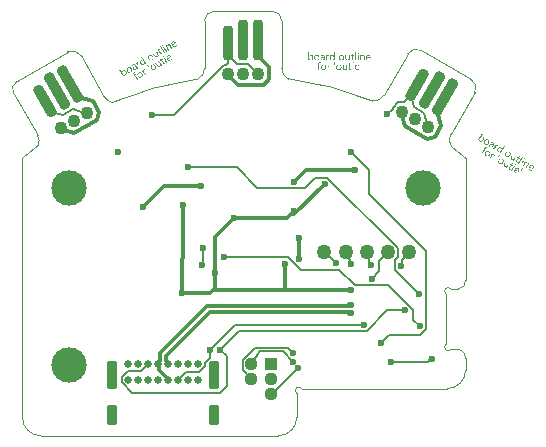
<source format=gbl>
G04*
G04 #@! TF.GenerationSoftware,Altium Limited,Altium Designer,21.2.2 (38)*
G04*
G04 Layer_Physical_Order=2*
G04 Layer_Color=16711680*
%FSAX25Y25*%
%MOIN*%
G70*
G04*
G04 #@! TF.SameCoordinates,45594BEC-2849-4BF4-9243-89CCF95E6EF7*
G04*
G04*
G04 #@! TF.FilePolarity,Positive*
G04*
G01*
G75*
%ADD10C,0.00394*%
%ADD53C,0.04370*%
%ADD61C,0.01339*%
%ADD68C,0.00787*%
%ADD69C,0.00600*%
%ADD71C,0.11811*%
%ADD72R,0.04370X0.04370*%
%ADD73C,0.02559*%
G04:AMPARAMS|DCode=74|XSize=35.43mil|YSize=66.93mil|CornerRadius=8.86mil|HoleSize=0mil|Usage=FLASHONLY|Rotation=0.000|XOffset=0mil|YOffset=0mil|HoleType=Round|Shape=RoundedRectangle|*
%AMROUNDEDRECTD74*
21,1,0.03543,0.04921,0,0,0.0*
21,1,0.01772,0.06693,0,0,0.0*
1,1,0.01772,0.00886,-0.02461*
1,1,0.01772,-0.00886,-0.02461*
1,1,0.01772,-0.00886,0.02461*
1,1,0.01772,0.00886,0.02461*
%
%ADD74ROUNDEDRECTD74*%
G04:AMPARAMS|DCode=75|XSize=35.43mil|YSize=94.49mil|CornerRadius=8.86mil|HoleSize=0mil|Usage=FLASHONLY|Rotation=0.000|XOffset=0mil|YOffset=0mil|HoleType=Round|Shape=RoundedRectangle|*
%AMROUNDEDRECTD75*
21,1,0.03543,0.07677,0,0,0.0*
21,1,0.01772,0.09449,0,0,0.0*
1,1,0.01772,0.00886,-0.03839*
1,1,0.01772,-0.00886,-0.03839*
1,1,0.01772,-0.00886,0.03839*
1,1,0.01772,0.00886,0.03839*
%
%ADD75ROUNDEDRECTD75*%
%ADD76C,0.02362*%
G04:AMPARAMS|DCode=77|XSize=35.43mil|YSize=135.83mil|CornerRadius=13.82mil|HoleSize=0mil|Usage=FLASHONLY|Rotation=30.000|XOffset=0mil|YOffset=0mil|HoleType=Round|Shape=RoundedRectangle|*
%AMROUNDEDRECTD77*
21,1,0.03543,0.10819,0,0,30.0*
21,1,0.00780,0.13583,0,0,30.0*
1,1,0.02764,0.03042,-0.04490*
1,1,0.02764,0.02367,-0.04880*
1,1,0.02764,-0.03042,0.04490*
1,1,0.02764,-0.02367,0.04880*
%
%ADD77ROUNDEDRECTD77*%
G04:AMPARAMS|DCode=78|XSize=35.43mil|YSize=116.14mil|CornerRadius=13.82mil|HoleSize=0mil|Usage=FLASHONLY|Rotation=30.000|XOffset=0mil|YOffset=0mil|HoleType=Round|Shape=RoundedRectangle|*
%AMROUNDEDRECTD78*
21,1,0.03543,0.08850,0,0,30.0*
21,1,0.00780,0.11614,0,0,30.0*
1,1,0.02764,0.02550,-0.03637*
1,1,0.02764,0.01875,-0.04027*
1,1,0.02764,-0.02550,0.03637*
1,1,0.02764,-0.01875,0.04027*
%
%ADD78ROUNDEDRECTD78*%
G04:AMPARAMS|DCode=79|XSize=35.43mil|YSize=135.83mil|CornerRadius=13.82mil|HoleSize=0mil|Usage=FLASHONLY|Rotation=0.000|XOffset=0mil|YOffset=0mil|HoleType=Round|Shape=RoundedRectangle|*
%AMROUNDEDRECTD79*
21,1,0.03543,0.10819,0,0,0.0*
21,1,0.00780,0.13583,0,0,0.0*
1,1,0.02764,0.00390,-0.05409*
1,1,0.02764,-0.00390,-0.05409*
1,1,0.02764,-0.00390,0.05409*
1,1,0.02764,0.00390,0.05409*
%
%ADD79ROUNDEDRECTD79*%
G04:AMPARAMS|DCode=80|XSize=35.43mil|YSize=116.14mil|CornerRadius=13.82mil|HoleSize=0mil|Usage=FLASHONLY|Rotation=0.000|XOffset=0mil|YOffset=0mil|HoleType=Round|Shape=RoundedRectangle|*
%AMROUNDEDRECTD80*
21,1,0.03543,0.08850,0,0,0.0*
21,1,0.00780,0.11614,0,0,0.0*
1,1,0.02764,0.00390,-0.04425*
1,1,0.02764,-0.00390,-0.04425*
1,1,0.02764,-0.00390,0.04425*
1,1,0.02764,0.00390,0.04425*
%
%ADD80ROUNDEDRECTD80*%
G04:AMPARAMS|DCode=81|XSize=35.43mil|YSize=135.83mil|CornerRadius=13.82mil|HoleSize=0mil|Usage=FLASHONLY|Rotation=330.000|XOffset=0mil|YOffset=0mil|HoleType=Round|Shape=RoundedRectangle|*
%AMROUNDEDRECTD81*
21,1,0.03543,0.10819,0,0,330.0*
21,1,0.00780,0.13583,0,0,330.0*
1,1,0.02764,-0.02367,-0.04880*
1,1,0.02764,-0.03042,-0.04490*
1,1,0.02764,0.02367,0.04880*
1,1,0.02764,0.03042,0.04490*
%
%ADD81ROUNDEDRECTD81*%
G04:AMPARAMS|DCode=82|XSize=35.43mil|YSize=116.14mil|CornerRadius=13.82mil|HoleSize=0mil|Usage=FLASHONLY|Rotation=330.000|XOffset=0mil|YOffset=0mil|HoleType=Round|Shape=RoundedRectangle|*
%AMROUNDEDRECTD82*
21,1,0.03543,0.08850,0,0,330.0*
21,1,0.00780,0.11614,0,0,330.0*
1,1,0.02764,-0.01875,-0.04027*
1,1,0.02764,-0.02550,-0.03637*
1,1,0.02764,0.01875,0.04027*
1,1,0.02764,0.02550,0.03637*
%
%ADD82ROUNDEDRECTD82*%
%ADD83C,0.05000*%
%ADD84C,0.04331*%
G36*
X0038342Y0118576D02*
X0038361Y0118573D01*
X0038381Y0118567D01*
X0038404Y0118557D01*
X0038427Y0118544D01*
X0038447Y0118527D01*
X0038450Y0118524D01*
X0038457Y0118517D01*
X0038463Y0118507D01*
X0038476Y0118491D01*
X0038486Y0118471D01*
X0038493Y0118448D01*
X0038499Y0118426D01*
X0038503Y0118396D01*
Y0118393D01*
Y0118383D01*
X0038499Y0118370D01*
X0038496Y0118350D01*
X0038489Y0118327D01*
X0038480Y0118307D01*
X0038467Y0118284D01*
X0038447Y0118261D01*
X0038443Y0118258D01*
X0038437Y0118255D01*
X0038427Y0118245D01*
X0038411Y0118235D01*
X0038391Y0118225D01*
X0038368Y0118219D01*
X0038345Y0118212D01*
X0038316Y0118209D01*
X0038302D01*
X0038289Y0118212D01*
X0038270Y0118216D01*
X0038250Y0118222D01*
X0038227Y0118232D01*
X0038204Y0118245D01*
X0038184Y0118261D01*
X0038181Y0118265D01*
X0038178Y0118271D01*
X0038168Y0118281D01*
X0038158Y0118298D01*
X0038148Y0118317D01*
X0038142Y0118340D01*
X0038135Y0118366D01*
X0038132Y0118396D01*
Y0118399D01*
Y0118409D01*
X0038135Y0118422D01*
X0038138Y0118442D01*
X0038145Y0118462D01*
X0038155Y0118484D01*
X0038168Y0118507D01*
X0038184Y0118527D01*
X0038188Y0118530D01*
X0038194Y0118537D01*
X0038204Y0118544D01*
X0038221Y0118553D01*
X0038240Y0118563D01*
X0038263Y0118573D01*
X0038286Y0118576D01*
X0038316Y0118580D01*
X0038329D01*
X0038342Y0118576D01*
D02*
G37*
G36*
X0030460Y0115985D02*
X0030178D01*
Y0116287D01*
X0030171D01*
X0030168Y0116284D01*
X0030161Y0116274D01*
X0030152Y0116254D01*
X0030135Y0116234D01*
X0030112Y0116208D01*
X0030086Y0116179D01*
X0030057Y0116149D01*
X0030020Y0116116D01*
X0029978Y0116084D01*
X0029935Y0116054D01*
X0029883Y0116024D01*
X0029827Y0115998D01*
X0029768Y0115979D01*
X0029702Y0115962D01*
X0029633Y0115949D01*
X0029558Y0115946D01*
X0029545D01*
X0029525Y0115949D01*
X0029502D01*
X0029476Y0115952D01*
X0029443Y0115959D01*
X0029404Y0115965D01*
X0029364Y0115975D01*
X0029325Y0115988D01*
X0029279Y0116005D01*
X0029237Y0116021D01*
X0029191Y0116044D01*
X0029148Y0116074D01*
X0029105Y0116103D01*
X0029063Y0116139D01*
X0029023Y0116182D01*
X0029020Y0116185D01*
X0029013Y0116192D01*
X0029004Y0116208D01*
X0028994Y0116225D01*
X0028977Y0116251D01*
X0028961Y0116277D01*
X0028941Y0116313D01*
X0028925Y0116352D01*
X0028905Y0116395D01*
X0028886Y0116444D01*
X0028869Y0116497D01*
X0028856Y0116556D01*
X0028843Y0116618D01*
X0028833Y0116684D01*
X0028827Y0116756D01*
X0028823Y0116831D01*
Y0116838D01*
Y0116851D01*
Y0116874D01*
X0028827Y0116903D01*
X0028830Y0116943D01*
X0028836Y0116985D01*
X0028843Y0117031D01*
X0028853Y0117084D01*
X0028879Y0117195D01*
X0028895Y0117254D01*
X0028918Y0117314D01*
X0028945Y0117373D01*
X0028974Y0117432D01*
X0029007Y0117484D01*
X0029046Y0117537D01*
X0029050Y0117540D01*
X0029056Y0117550D01*
X0029069Y0117563D01*
X0029086Y0117579D01*
X0029109Y0117599D01*
X0029135Y0117622D01*
X0029168Y0117645D01*
X0029204Y0117671D01*
X0029243Y0117694D01*
X0029289Y0117717D01*
X0029338Y0117740D01*
X0029391Y0117760D01*
X0029447Y0117779D01*
X0029506Y0117792D01*
X0029571Y0117799D01*
X0029637Y0117802D01*
X0029653D01*
X0029673Y0117799D01*
X0029696D01*
X0029729Y0117792D01*
X0029761Y0117786D01*
X0029801Y0117779D01*
X0029840Y0117766D01*
X0029886Y0117750D01*
X0029929Y0117733D01*
X0029975Y0117707D01*
X0030017Y0117681D01*
X0030060Y0117648D01*
X0030099Y0117609D01*
X0030139Y0117566D01*
X0030171Y0117514D01*
X0030178D01*
Y0118612D01*
X0030460D01*
Y0115985D01*
D02*
G37*
G36*
X0039952Y0117799D02*
X0039975Y0117796D01*
X0040005Y0117792D01*
X0040067Y0117779D01*
X0040139Y0117756D01*
X0040179Y0117740D01*
X0040215Y0117724D01*
X0040251Y0117701D01*
X0040287Y0117674D01*
X0040320Y0117645D01*
X0040349Y0117612D01*
X0040352Y0117609D01*
X0040356Y0117602D01*
X0040362Y0117592D01*
X0040372Y0117576D01*
X0040385Y0117560D01*
X0040398Y0117533D01*
X0040411Y0117507D01*
X0040428Y0117474D01*
X0040441Y0117438D01*
X0040454Y0117399D01*
X0040467Y0117353D01*
X0040480Y0117304D01*
X0040490Y0117251D01*
X0040497Y0117195D01*
X0040503Y0117136D01*
Y0117071D01*
Y0115985D01*
X0040218D01*
Y0116995D01*
Y0116999D01*
Y0117002D01*
Y0117018D01*
X0040215Y0117048D01*
X0040211Y0117084D01*
X0040205Y0117127D01*
X0040195Y0117176D01*
X0040182Y0117225D01*
X0040165Y0117281D01*
X0040146Y0117333D01*
X0040116Y0117382D01*
X0040084Y0117432D01*
X0040044Y0117474D01*
X0039995Y0117510D01*
X0039942Y0117540D01*
X0039877Y0117556D01*
X0039841Y0117563D01*
X0039785D01*
X0039769Y0117560D01*
X0039752D01*
X0039729Y0117553D01*
X0039680Y0117543D01*
X0039624Y0117524D01*
X0039565Y0117494D01*
X0039536Y0117478D01*
X0039506Y0117455D01*
X0039477Y0117432D01*
X0039450Y0117402D01*
Y0117399D01*
X0039444Y0117395D01*
X0039437Y0117386D01*
X0039428Y0117373D01*
X0039418Y0117356D01*
X0039408Y0117340D01*
X0039382Y0117291D01*
X0039355Y0117232D01*
X0039336Y0117163D01*
X0039319Y0117084D01*
X0039313Y0116995D01*
Y0115985D01*
X0039027D01*
Y0117760D01*
X0039313D01*
Y0117464D01*
X0039319D01*
X0039323Y0117468D01*
X0039329Y0117478D01*
X0039339Y0117497D01*
X0039355Y0117517D01*
X0039378Y0117543D01*
X0039405Y0117573D01*
X0039434Y0117602D01*
X0039467Y0117635D01*
X0039506Y0117665D01*
X0039549Y0117694D01*
X0039598Y0117724D01*
X0039651Y0117750D01*
X0039706Y0117773D01*
X0039769Y0117789D01*
X0039834Y0117799D01*
X0039903Y0117802D01*
X0039933D01*
X0039952Y0117799D01*
D02*
G37*
G36*
X0028528Y0117789D02*
X0028584Y0117783D01*
X0028613Y0117776D01*
X0028636Y0117766D01*
Y0117471D01*
X0028633Y0117474D01*
X0028623Y0117481D01*
X0028604Y0117491D01*
X0028581Y0117500D01*
X0028551Y0117510D01*
X0028512Y0117520D01*
X0028469Y0117527D01*
X0028420Y0117530D01*
X0028403D01*
X0028390Y0117527D01*
X0028357Y0117520D01*
X0028315Y0117507D01*
X0028266Y0117487D01*
X0028216Y0117458D01*
X0028190Y0117438D01*
X0028164Y0117415D01*
X0028138Y0117386D01*
X0028115Y0117356D01*
Y0117353D01*
X0028108Y0117350D01*
X0028105Y0117340D01*
X0028095Y0117327D01*
X0028085Y0117307D01*
X0028075Y0117287D01*
X0028066Y0117261D01*
X0028056Y0117235D01*
X0028043Y0117202D01*
X0028033Y0117169D01*
X0028023Y0117130D01*
X0028013Y0117087D01*
X0028000Y0116995D01*
X0027993Y0116890D01*
Y0115985D01*
X0027708D01*
Y0117760D01*
X0027993D01*
Y0117392D01*
X0028000D01*
Y0117395D01*
X0028003Y0117402D01*
X0028007Y0117412D01*
X0028013Y0117425D01*
X0028026Y0117458D01*
X0028046Y0117500D01*
X0028072Y0117546D01*
X0028105Y0117596D01*
X0028144Y0117645D01*
X0028187Y0117687D01*
X0028194Y0117691D01*
X0028210Y0117704D01*
X0028236Y0117720D01*
X0028269Y0117740D01*
X0028308Y0117760D01*
X0028357Y0117776D01*
X0028410Y0117789D01*
X0028466Y0117792D01*
X0028505D01*
X0028528Y0117789D01*
D02*
G37*
G36*
X0035531Y0115985D02*
X0035245D01*
Y0116264D01*
X0035239D01*
X0035236Y0116261D01*
X0035229Y0116251D01*
X0035219Y0116234D01*
X0035206Y0116215D01*
X0035186Y0116192D01*
X0035164Y0116162D01*
X0035137Y0116136D01*
X0035105Y0116106D01*
X0035068Y0116074D01*
X0035029Y0116048D01*
X0034983Y0116021D01*
X0034934Y0115995D01*
X0034878Y0115975D01*
X0034822Y0115959D01*
X0034760Y0115949D01*
X0034691Y0115946D01*
X0034665D01*
X0034632Y0115952D01*
X0034593Y0115959D01*
X0034544Y0115969D01*
X0034491Y0115985D01*
X0034435Y0116008D01*
X0034376Y0116041D01*
X0034317Y0116080D01*
X0034258Y0116129D01*
X0034206Y0116189D01*
X0034179Y0116225D01*
X0034157Y0116264D01*
X0034137Y0116303D01*
X0034117Y0116349D01*
X0034101Y0116398D01*
X0034084Y0116448D01*
X0034075Y0116503D01*
X0034065Y0116566D01*
X0034061Y0116628D01*
X0034058Y0116697D01*
Y0117760D01*
X0034340D01*
Y0116743D01*
Y0116736D01*
Y0116720D01*
X0034343Y0116690D01*
X0034347Y0116654D01*
X0034353Y0116612D01*
X0034363Y0116566D01*
X0034376Y0116513D01*
X0034393Y0116464D01*
X0034416Y0116411D01*
X0034445Y0116359D01*
X0034481Y0116313D01*
X0034521Y0116270D01*
X0034570Y0116234D01*
X0034629Y0116205D01*
X0034694Y0116189D01*
X0034731Y0116185D01*
X0034770Y0116182D01*
X0034790D01*
X0034806Y0116185D01*
X0034842Y0116189D01*
X0034891Y0116202D01*
X0034944Y0116218D01*
X0034999Y0116244D01*
X0035059Y0116284D01*
X0035085Y0116307D01*
X0035111Y0116333D01*
Y0116336D01*
X0035118Y0116339D01*
X0035124Y0116349D01*
X0035131Y0116362D01*
X0035154Y0116395D01*
X0035180Y0116441D01*
X0035203Y0116500D01*
X0035226Y0116569D01*
X0035239Y0116648D01*
X0035245Y0116736D01*
Y0117760D01*
X0035531D01*
Y0115985D01*
D02*
G37*
G36*
X0038453D02*
X0038168D01*
Y0117760D01*
X0038453D01*
Y0115985D01*
D02*
G37*
G36*
X0037594D02*
X0037309D01*
Y0118612D01*
X0037594D01*
Y0115985D01*
D02*
G37*
G36*
X0026606Y0117799D02*
X0026645Y0117792D01*
X0026691Y0117783D01*
X0026744Y0117766D01*
X0026803Y0117746D01*
X0026862Y0117720D01*
X0026918Y0117684D01*
X0026977Y0117641D01*
X0027029Y0117586D01*
X0027075Y0117524D01*
X0027114Y0117448D01*
X0027131Y0117405D01*
X0027147Y0117359D01*
X0027157Y0117310D01*
X0027167Y0117258D01*
X0027170Y0117199D01*
X0027173Y0117140D01*
Y0115985D01*
X0026888D01*
Y0116261D01*
X0026882D01*
X0026878Y0116257D01*
X0026872Y0116247D01*
X0026862Y0116231D01*
X0026845Y0116211D01*
X0026826Y0116189D01*
X0026803Y0116162D01*
X0026777Y0116133D01*
X0026744Y0116103D01*
X0026708Y0116074D01*
X0026665Y0116044D01*
X0026622Y0116018D01*
X0026573Y0115995D01*
X0026517Y0115975D01*
X0026462Y0115959D01*
X0026399Y0115949D01*
X0026334Y0115946D01*
X0026307D01*
X0026291Y0115949D01*
X0026268D01*
X0026242Y0115952D01*
X0026183Y0115962D01*
X0026117Y0115979D01*
X0026048Y0116005D01*
X0025983Y0116038D01*
X0025921Y0116084D01*
Y0116087D01*
X0025914Y0116090D01*
X0025897Y0116110D01*
X0025871Y0116139D01*
X0025845Y0116182D01*
X0025819Y0116234D01*
X0025793Y0116297D01*
X0025776Y0116372D01*
X0025773Y0116411D01*
X0025770Y0116454D01*
Y0116461D01*
Y0116477D01*
X0025773Y0116500D01*
X0025779Y0116533D01*
X0025786Y0116572D01*
X0025799Y0116615D01*
X0025819Y0116664D01*
X0025842Y0116713D01*
X0025875Y0116766D01*
X0025914Y0116815D01*
X0025960Y0116864D01*
X0026019Y0116910D01*
X0026085Y0116949D01*
X0026163Y0116985D01*
X0026255Y0117015D01*
X0026304Y0117025D01*
X0026357Y0117035D01*
X0026888Y0117110D01*
Y0117117D01*
Y0117130D01*
X0026885Y0117153D01*
X0026882Y0117182D01*
X0026878Y0117215D01*
X0026868Y0117254D01*
X0026859Y0117294D01*
X0026842Y0117336D01*
X0026823Y0117379D01*
X0026799Y0117419D01*
X0026770Y0117458D01*
X0026734Y0117491D01*
X0026691Y0117520D01*
X0026645Y0117543D01*
X0026590Y0117556D01*
X0026524Y0117563D01*
X0026491D01*
X0026468Y0117560D01*
X0026442Y0117556D01*
X0026409Y0117550D01*
X0026373Y0117543D01*
X0026331Y0117537D01*
X0026242Y0117510D01*
X0026193Y0117491D01*
X0026144Y0117471D01*
X0026094Y0117445D01*
X0026042Y0117415D01*
X0025993Y0117382D01*
X0025943Y0117343D01*
Y0117635D01*
X0025947Y0117638D01*
X0025957Y0117641D01*
X0025970Y0117651D01*
X0025989Y0117661D01*
X0026016Y0117674D01*
X0026045Y0117687D01*
X0026078Y0117704D01*
X0026117Y0117720D01*
X0026160Y0117733D01*
X0026206Y0117750D01*
X0026255Y0117763D01*
X0026307Y0117776D01*
X0026422Y0117796D01*
X0026485Y0117799D01*
X0026547Y0117802D01*
X0026573D01*
X0026606Y0117799D01*
D02*
G37*
G36*
X0036482Y0117760D02*
X0036928D01*
Y0117517D01*
X0036482D01*
Y0116516D01*
Y0116513D01*
Y0116510D01*
Y0116500D01*
Y0116487D01*
X0036485Y0116454D01*
X0036489Y0116418D01*
X0036495Y0116376D01*
X0036508Y0116333D01*
X0036521Y0116294D01*
X0036541Y0116261D01*
X0036544Y0116257D01*
X0036554Y0116247D01*
X0036567Y0116238D01*
X0036590Y0116225D01*
X0036620Y0116208D01*
X0036653Y0116198D01*
X0036695Y0116189D01*
X0036744Y0116185D01*
X0036764D01*
X0036784Y0116189D01*
X0036807Y0116192D01*
X0036836Y0116198D01*
X0036869Y0116211D01*
X0036899Y0116225D01*
X0036928Y0116244D01*
Y0116001D01*
X0036925Y0115998D01*
X0036912Y0115995D01*
X0036889Y0115985D01*
X0036859Y0115975D01*
X0036820Y0115965D01*
X0036777Y0115959D01*
X0036725Y0115952D01*
X0036666Y0115949D01*
X0036646D01*
X0036623Y0115952D01*
X0036594Y0115959D01*
X0036557Y0115965D01*
X0036518Y0115975D01*
X0036476Y0115992D01*
X0036433Y0116015D01*
X0036387Y0116041D01*
X0036344Y0116077D01*
X0036305Y0116116D01*
X0036269Y0116169D01*
X0036239Y0116228D01*
X0036216Y0116297D01*
X0036203Y0116376D01*
X0036197Y0116467D01*
Y0117517D01*
X0035892D01*
Y0117760D01*
X0036197D01*
Y0118193D01*
X0036482Y0118284D01*
Y0117760D01*
D02*
G37*
G36*
X0041796Y0117799D02*
X0041822Y0117796D01*
X0041858Y0117789D01*
X0041894Y0117783D01*
X0041933Y0117773D01*
X0041976Y0117763D01*
X0042022Y0117746D01*
X0042065Y0117730D01*
X0042111Y0117707D01*
X0042153Y0117681D01*
X0042196Y0117651D01*
X0042239Y0117615D01*
X0042275Y0117576D01*
X0042278Y0117573D01*
X0042284Y0117566D01*
X0042291Y0117553D01*
X0042304Y0117533D01*
X0042317Y0117510D01*
X0042334Y0117484D01*
X0042353Y0117451D01*
X0042370Y0117412D01*
X0042386Y0117369D01*
X0042406Y0117323D01*
X0042422Y0117271D01*
X0042435Y0117215D01*
X0042448Y0117156D01*
X0042458Y0117090D01*
X0042461Y0117022D01*
X0042465Y0116949D01*
Y0116802D01*
X0041212D01*
Y0116799D01*
Y0116789D01*
X0041215Y0116772D01*
Y0116753D01*
X0041218Y0116726D01*
X0041222Y0116700D01*
X0041235Y0116631D01*
X0041254Y0116559D01*
X0041281Y0116484D01*
X0041320Y0116408D01*
X0041343Y0116376D01*
X0041369Y0116343D01*
X0041373Y0116339D01*
X0041376Y0116336D01*
X0041386Y0116330D01*
X0041399Y0116316D01*
X0041412Y0116307D01*
X0041432Y0116294D01*
X0041481Y0116264D01*
X0041540Y0116234D01*
X0041612Y0116208D01*
X0041697Y0116189D01*
X0041743Y0116185D01*
X0041792Y0116182D01*
X0041822D01*
X0041842Y0116185D01*
X0041868Y0116189D01*
X0041901Y0116192D01*
X0041933Y0116198D01*
X0041973Y0116208D01*
X0042058Y0116231D01*
X0042104Y0116247D01*
X0042150Y0116264D01*
X0042199Y0116287D01*
X0042248Y0116313D01*
X0042294Y0116343D01*
X0042343Y0116379D01*
Y0116113D01*
X0042340Y0116110D01*
X0042334Y0116106D01*
X0042320Y0116097D01*
X0042301Y0116087D01*
X0042278Y0116074D01*
X0042248Y0116061D01*
X0042215Y0116044D01*
X0042179Y0116031D01*
X0042137Y0116015D01*
X0042091Y0115998D01*
X0042038Y0115985D01*
X0041983Y0115972D01*
X0041924Y0115962D01*
X0041861Y0115952D01*
X0041796Y0115949D01*
X0041723Y0115946D01*
X0041707D01*
X0041687Y0115949D01*
X0041661D01*
X0041628Y0115952D01*
X0041592Y0115959D01*
X0041553Y0115965D01*
X0041507Y0115975D01*
X0041461Y0115988D01*
X0041412Y0116005D01*
X0041363Y0116024D01*
X0041313Y0116048D01*
X0041264Y0116074D01*
X0041218Y0116106D01*
X0041173Y0116143D01*
X0041130Y0116185D01*
X0041127Y0116189D01*
X0041120Y0116195D01*
X0041110Y0116211D01*
X0041097Y0116231D01*
X0041081Y0116254D01*
X0041061Y0116284D01*
X0041045Y0116320D01*
X0041025Y0116359D01*
X0041002Y0116405D01*
X0040986Y0116457D01*
X0040966Y0116513D01*
X0040949Y0116572D01*
X0040936Y0116638D01*
X0040927Y0116710D01*
X0040920Y0116785D01*
X0040917Y0116864D01*
Y0116867D01*
Y0116884D01*
X0040920Y0116903D01*
Y0116933D01*
X0040923Y0116969D01*
X0040930Y0117008D01*
X0040936Y0117054D01*
X0040946Y0117104D01*
X0040959Y0117156D01*
X0040976Y0117212D01*
X0040992Y0117268D01*
X0041015Y0117327D01*
X0041045Y0117382D01*
X0041074Y0117435D01*
X0041110Y0117491D01*
X0041153Y0117540D01*
X0041156Y0117543D01*
X0041163Y0117550D01*
X0041176Y0117563D01*
X0041195Y0117582D01*
X0041218Y0117602D01*
X0041245Y0117622D01*
X0041277Y0117648D01*
X0041313Y0117671D01*
X0041356Y0117694D01*
X0041399Y0117720D01*
X0041448Y0117740D01*
X0041500Y0117763D01*
X0041553Y0117779D01*
X0041612Y0117792D01*
X0041674Y0117799D01*
X0041737Y0117802D01*
X0041769D01*
X0041796Y0117799D01*
D02*
G37*
G36*
X0032861D02*
X0032894Y0117796D01*
X0032933Y0117789D01*
X0032976Y0117783D01*
X0033022Y0117773D01*
X0033071Y0117760D01*
X0033120Y0117743D01*
X0033173Y0117724D01*
X0033225Y0117697D01*
X0033274Y0117671D01*
X0033323Y0117638D01*
X0033373Y0117599D01*
X0033415Y0117556D01*
X0033419Y0117553D01*
X0033425Y0117546D01*
X0033435Y0117530D01*
X0033451Y0117510D01*
X0033468Y0117487D01*
X0033487Y0117458D01*
X0033507Y0117422D01*
X0033527Y0117379D01*
X0033547Y0117333D01*
X0033569Y0117284D01*
X0033586Y0117228D01*
X0033602Y0117166D01*
X0033619Y0117104D01*
X0033628Y0117031D01*
X0033635Y0116956D01*
X0033638Y0116877D01*
Y0116874D01*
Y0116858D01*
Y0116838D01*
X0033635Y0116808D01*
X0033632Y0116772D01*
X0033625Y0116730D01*
X0033619Y0116684D01*
X0033609Y0116635D01*
X0033596Y0116582D01*
X0033579Y0116526D01*
X0033560Y0116471D01*
X0033537Y0116411D01*
X0033510Y0116356D01*
X0033478Y0116300D01*
X0033441Y0116247D01*
X0033399Y0116198D01*
X0033396Y0116195D01*
X0033389Y0116189D01*
X0033373Y0116175D01*
X0033356Y0116159D01*
X0033330Y0116139D01*
X0033301Y0116120D01*
X0033268Y0116097D01*
X0033228Y0116074D01*
X0033186Y0116048D01*
X0033136Y0116024D01*
X0033084Y0116005D01*
X0033028Y0115985D01*
X0032966Y0115969D01*
X0032900Y0115956D01*
X0032831Y0115949D01*
X0032756Y0115946D01*
X0032740D01*
X0032717Y0115949D01*
X0032690D01*
X0032658Y0115952D01*
X0032618Y0115959D01*
X0032576Y0115965D01*
X0032530Y0115975D01*
X0032480Y0115988D01*
X0032428Y0116005D01*
X0032375Y0116024D01*
X0032323Y0116051D01*
X0032271Y0116077D01*
X0032221Y0116110D01*
X0032172Y0116149D01*
X0032126Y0116192D01*
X0032123Y0116195D01*
X0032116Y0116205D01*
X0032103Y0116218D01*
X0032090Y0116238D01*
X0032070Y0116261D01*
X0032051Y0116294D01*
X0032031Y0116326D01*
X0032008Y0116369D01*
X0031985Y0116411D01*
X0031966Y0116464D01*
X0031946Y0116516D01*
X0031926Y0116576D01*
X0031913Y0116638D01*
X0031900Y0116707D01*
X0031893Y0116776D01*
X0031890Y0116851D01*
Y0116858D01*
Y0116871D01*
X0031893Y0116894D01*
Y0116923D01*
X0031897Y0116963D01*
X0031903Y0117005D01*
X0031910Y0117054D01*
X0031920Y0117107D01*
X0031933Y0117159D01*
X0031949Y0117218D01*
X0031969Y0117277D01*
X0031992Y0117333D01*
X0032021Y0117392D01*
X0032054Y0117448D01*
X0032090Y0117500D01*
X0032133Y0117550D01*
X0032136Y0117553D01*
X0032146Y0117560D01*
X0032159Y0117573D01*
X0032179Y0117589D01*
X0032202Y0117609D01*
X0032231Y0117628D01*
X0032267Y0117651D01*
X0032307Y0117678D01*
X0032353Y0117701D01*
X0032402Y0117724D01*
X0032458Y0117743D01*
X0032517Y0117763D01*
X0032579Y0117779D01*
X0032648Y0117792D01*
X0032720Y0117799D01*
X0032795Y0117802D01*
X0032835D01*
X0032861Y0117799D01*
D02*
G37*
G36*
X0024667D02*
X0024700Y0117796D01*
X0024740Y0117789D01*
X0024782Y0117783D01*
X0024828Y0117773D01*
X0024877Y0117760D01*
X0024927Y0117743D01*
X0024979Y0117724D01*
X0025032Y0117697D01*
X0025081Y0117671D01*
X0025130Y0117638D01*
X0025179Y0117599D01*
X0025222Y0117556D01*
X0025225Y0117553D01*
X0025232Y0117546D01*
X0025242Y0117530D01*
X0025258Y0117510D01*
X0025274Y0117487D01*
X0025294Y0117458D01*
X0025314Y0117422D01*
X0025333Y0117379D01*
X0025353Y0117333D01*
X0025376Y0117284D01*
X0025392Y0117228D01*
X0025409Y0117166D01*
X0025425Y0117104D01*
X0025435Y0117031D01*
X0025442Y0116956D01*
X0025445Y0116877D01*
Y0116874D01*
Y0116858D01*
Y0116838D01*
X0025442Y0116808D01*
X0025438Y0116772D01*
X0025432Y0116730D01*
X0025425Y0116684D01*
X0025415Y0116635D01*
X0025402Y0116582D01*
X0025386Y0116526D01*
X0025366Y0116471D01*
X0025343Y0116411D01*
X0025317Y0116356D01*
X0025284Y0116300D01*
X0025248Y0116247D01*
X0025205Y0116198D01*
X0025202Y0116195D01*
X0025196Y0116189D01*
X0025179Y0116175D01*
X0025163Y0116159D01*
X0025137Y0116139D01*
X0025107Y0116120D01*
X0025074Y0116097D01*
X0025035Y0116074D01*
X0024992Y0116048D01*
X0024943Y0116024D01*
X0024891Y0116005D01*
X0024835Y0115985D01*
X0024772Y0115969D01*
X0024707Y0115956D01*
X0024638Y0115949D01*
X0024563Y0115946D01*
X0024546D01*
X0024523Y0115949D01*
X0024497D01*
X0024464Y0115952D01*
X0024425Y0115959D01*
X0024382Y0115965D01*
X0024336Y0115975D01*
X0024287Y0115988D01*
X0024235Y0116005D01*
X0024182Y0116024D01*
X0024130Y0116051D01*
X0024077Y0116077D01*
X0024028Y0116110D01*
X0023979Y0116149D01*
X0023933Y0116192D01*
X0023930Y0116195D01*
X0023923Y0116205D01*
X0023910Y0116218D01*
X0023897Y0116238D01*
X0023877Y0116261D01*
X0023857Y0116294D01*
X0023838Y0116326D01*
X0023815Y0116369D01*
X0023792Y0116411D01*
X0023772Y0116464D01*
X0023752Y0116516D01*
X0023733Y0116576D01*
X0023720Y0116638D01*
X0023707Y0116707D01*
X0023700Y0116776D01*
X0023697Y0116851D01*
Y0116858D01*
Y0116871D01*
X0023700Y0116894D01*
Y0116923D01*
X0023703Y0116963D01*
X0023710Y0117005D01*
X0023716Y0117054D01*
X0023726Y0117107D01*
X0023739Y0117159D01*
X0023756Y0117218D01*
X0023775Y0117277D01*
X0023798Y0117333D01*
X0023828Y0117392D01*
X0023861Y0117448D01*
X0023897Y0117500D01*
X0023939Y0117550D01*
X0023943Y0117553D01*
X0023953Y0117560D01*
X0023966Y0117573D01*
X0023985Y0117589D01*
X0024008Y0117609D01*
X0024038Y0117628D01*
X0024074Y0117651D01*
X0024113Y0117678D01*
X0024159Y0117701D01*
X0024208Y0117724D01*
X0024264Y0117743D01*
X0024323Y0117763D01*
X0024385Y0117779D01*
X0024454Y0117792D01*
X0024527Y0117799D01*
X0024602Y0117802D01*
X0024641D01*
X0024667Y0117799D01*
D02*
G37*
G36*
X0022014Y0117448D02*
X0022021D01*
X0022024Y0117451D01*
X0022030Y0117464D01*
X0022043Y0117481D01*
X0022060Y0117504D01*
X0022083Y0117530D01*
X0022109Y0117560D01*
X0022139Y0117592D01*
X0022175Y0117625D01*
X0022217Y0117658D01*
X0022263Y0117691D01*
X0022312Y0117720D01*
X0022368Y0117746D01*
X0022427Y0117770D01*
X0022493Y0117786D01*
X0022562Y0117799D01*
X0022634Y0117802D01*
X0022667D01*
X0022690Y0117799D01*
X0022719Y0117796D01*
X0022752Y0117789D01*
X0022791Y0117783D01*
X0022831Y0117773D01*
X0022873Y0117760D01*
X0022916Y0117743D01*
X0022962Y0117724D01*
X0023005Y0117701D01*
X0023047Y0117674D01*
X0023090Y0117641D01*
X0023133Y0117605D01*
X0023169Y0117563D01*
X0023172Y0117560D01*
X0023178Y0117553D01*
X0023185Y0117537D01*
X0023198Y0117520D01*
X0023214Y0117494D01*
X0023231Y0117468D01*
X0023247Y0117432D01*
X0023267Y0117392D01*
X0023283Y0117350D01*
X0023300Y0117300D01*
X0023316Y0117248D01*
X0023333Y0117192D01*
X0023346Y0117130D01*
X0023352Y0117064D01*
X0023359Y0116995D01*
X0023362Y0116923D01*
Y0116917D01*
Y0116903D01*
Y0116881D01*
X0023359Y0116851D01*
X0023356Y0116812D01*
X0023352Y0116769D01*
X0023346Y0116720D01*
X0023336Y0116667D01*
X0023310Y0116553D01*
X0023293Y0116493D01*
X0023270Y0116435D01*
X0023247Y0116376D01*
X0023218Y0116320D01*
X0023185Y0116264D01*
X0023146Y0116211D01*
X0023142Y0116208D01*
X0023136Y0116202D01*
X0023123Y0116189D01*
X0023106Y0116169D01*
X0023083Y0116149D01*
X0023057Y0116126D01*
X0023028Y0116103D01*
X0022991Y0116080D01*
X0022949Y0116054D01*
X0022906Y0116031D01*
X0022857Y0116008D01*
X0022805Y0115988D01*
X0022745Y0115972D01*
X0022686Y0115959D01*
X0022621Y0115949D01*
X0022552Y0115946D01*
X0022535D01*
X0022519Y0115949D01*
X0022493D01*
X0022467Y0115956D01*
X0022431Y0115962D01*
X0022395Y0115972D01*
X0022355Y0115982D01*
X0022312Y0115998D01*
X0022267Y0116018D01*
X0022224Y0116041D01*
X0022181Y0116070D01*
X0022135Y0116103D01*
X0022096Y0116143D01*
X0022057Y0116189D01*
X0022021Y0116241D01*
X0022014D01*
Y0115985D01*
X0021729D01*
Y0118612D01*
X0022014D01*
Y0117448D01*
D02*
G37*
G36*
X0025704Y0115445D02*
X0025737Y0115442D01*
X0025770Y0115435D01*
X0025806Y0115426D01*
X0025835Y0115416D01*
Y0115160D01*
X0025832Y0115163D01*
X0025819Y0115166D01*
X0025802Y0115173D01*
X0025779Y0115183D01*
X0025750Y0115193D01*
X0025720Y0115199D01*
X0025684Y0115202D01*
X0025645Y0115206D01*
X0025632D01*
X0025619Y0115202D01*
X0025599Y0115199D01*
X0025576Y0115196D01*
X0025550Y0115186D01*
X0025524Y0115173D01*
X0025497Y0115160D01*
X0025468Y0115140D01*
X0025442Y0115114D01*
X0025415Y0115084D01*
X0025392Y0115048D01*
X0025373Y0115006D01*
X0025360Y0114956D01*
X0025350Y0114898D01*
X0025346Y0114832D01*
Y0114556D01*
X0025763D01*
Y0114314D01*
X0025346D01*
Y0112782D01*
X0025064D01*
Y0114314D01*
X0024763D01*
Y0114556D01*
X0025064D01*
Y0114845D01*
Y0114848D01*
Y0114858D01*
Y0114871D01*
X0025068Y0114891D01*
X0025071Y0114914D01*
X0025074Y0114943D01*
X0025084Y0115006D01*
X0025104Y0115075D01*
X0025133Y0115147D01*
X0025150Y0115183D01*
X0025173Y0115219D01*
X0025196Y0115252D01*
X0025225Y0115285D01*
X0025228Y0115288D01*
X0025232Y0115291D01*
X0025242Y0115301D01*
X0025255Y0115311D01*
X0025271Y0115324D01*
X0025287Y0115337D01*
X0025337Y0115366D01*
X0025396Y0115396D01*
X0025465Y0115422D01*
X0025543Y0115442D01*
X0025583Y0115445D01*
X0025629Y0115448D01*
X0025675D01*
X0025704Y0115445D01*
D02*
G37*
G36*
X0036649Y0115373D02*
X0036669Y0115370D01*
X0036689Y0115363D01*
X0036712Y0115353D01*
X0036735Y0115340D01*
X0036754Y0115324D01*
X0036758Y0115321D01*
X0036764Y0115314D01*
X0036771Y0115304D01*
X0036784Y0115288D01*
X0036794Y0115268D01*
X0036800Y0115245D01*
X0036807Y0115222D01*
X0036810Y0115193D01*
Y0115189D01*
Y0115180D01*
X0036807Y0115166D01*
X0036803Y0115147D01*
X0036797Y0115124D01*
X0036787Y0115104D01*
X0036774Y0115081D01*
X0036754Y0115058D01*
X0036751Y0115055D01*
X0036744Y0115052D01*
X0036735Y0115042D01*
X0036718Y0115032D01*
X0036699Y0115022D01*
X0036676Y0115016D01*
X0036653Y0115009D01*
X0036623Y0115006D01*
X0036610D01*
X0036597Y0115009D01*
X0036577Y0115012D01*
X0036557Y0115019D01*
X0036535Y0115029D01*
X0036512Y0115042D01*
X0036492Y0115058D01*
X0036489Y0115061D01*
X0036485Y0115068D01*
X0036476Y0115078D01*
X0036466Y0115094D01*
X0036456Y0115114D01*
X0036449Y0115137D01*
X0036443Y0115163D01*
X0036439Y0115193D01*
Y0115196D01*
Y0115206D01*
X0036443Y0115219D01*
X0036446Y0115239D01*
X0036453Y0115258D01*
X0036462Y0115281D01*
X0036476Y0115304D01*
X0036492Y0115324D01*
X0036495Y0115327D01*
X0036502Y0115334D01*
X0036512Y0115340D01*
X0036528Y0115350D01*
X0036548Y0115360D01*
X0036571Y0115370D01*
X0036594Y0115373D01*
X0036623Y0115376D01*
X0036636D01*
X0036649Y0115373D01*
D02*
G37*
G36*
X0039437Y0114491D02*
X0039188D01*
Y0115268D01*
X0039437D01*
Y0114491D01*
D02*
G37*
G36*
X0030608D02*
X0030358D01*
Y0115268D01*
X0030608D01*
Y0114491D01*
D02*
G37*
G36*
X0028971Y0114586D02*
X0029027Y0114579D01*
X0029056Y0114573D01*
X0029079Y0114563D01*
Y0114268D01*
X0029076Y0114271D01*
X0029066Y0114278D01*
X0029046Y0114287D01*
X0029023Y0114297D01*
X0028994Y0114307D01*
X0028954Y0114317D01*
X0028912Y0114323D01*
X0028863Y0114327D01*
X0028846D01*
X0028833Y0114323D01*
X0028800Y0114317D01*
X0028758Y0114304D01*
X0028708Y0114284D01*
X0028659Y0114255D01*
X0028633Y0114235D01*
X0028607Y0114212D01*
X0028581Y0114182D01*
X0028558Y0114153D01*
Y0114150D01*
X0028551Y0114146D01*
X0028548Y0114137D01*
X0028538Y0114123D01*
X0028528Y0114104D01*
X0028518Y0114084D01*
X0028508Y0114058D01*
X0028499Y0114032D01*
X0028485Y0113999D01*
X0028476Y0113966D01*
X0028466Y0113927D01*
X0028456Y0113884D01*
X0028443Y0113792D01*
X0028436Y0113687D01*
Y0112782D01*
X0028151D01*
Y0114556D01*
X0028436D01*
Y0114189D01*
X0028443D01*
Y0114192D01*
X0028446Y0114199D01*
X0028449Y0114209D01*
X0028456Y0114222D01*
X0028469Y0114255D01*
X0028489Y0114297D01*
X0028515Y0114343D01*
X0028548Y0114392D01*
X0028587Y0114442D01*
X0028630Y0114484D01*
X0028636Y0114488D01*
X0028653Y0114501D01*
X0028679Y0114517D01*
X0028712Y0114537D01*
X0028751Y0114556D01*
X0028800Y0114573D01*
X0028853Y0114586D01*
X0028909Y0114589D01*
X0028948D01*
X0028971Y0114586D01*
D02*
G37*
G36*
X0034698Y0112782D02*
X0034412D01*
Y0113061D01*
X0034406D01*
X0034403Y0113057D01*
X0034396Y0113048D01*
X0034386Y0113031D01*
X0034373Y0113012D01*
X0034353Y0112988D01*
X0034330Y0112959D01*
X0034304Y0112933D01*
X0034271Y0112903D01*
X0034235Y0112870D01*
X0034196Y0112844D01*
X0034150Y0112818D01*
X0034101Y0112792D01*
X0034045Y0112772D01*
X0033989Y0112756D01*
X0033927Y0112746D01*
X0033858Y0112742D01*
X0033832D01*
X0033799Y0112749D01*
X0033760Y0112756D01*
X0033711Y0112766D01*
X0033658Y0112782D01*
X0033602Y0112805D01*
X0033543Y0112838D01*
X0033484Y0112877D01*
X0033425Y0112926D01*
X0033373Y0112985D01*
X0033346Y0113021D01*
X0033323Y0113061D01*
X0033304Y0113100D01*
X0033284Y0113146D01*
X0033268Y0113195D01*
X0033251Y0113244D01*
X0033241Y0113300D01*
X0033232Y0113362D01*
X0033228Y0113425D01*
X0033225Y0113494D01*
Y0114556D01*
X0033507D01*
Y0113540D01*
Y0113533D01*
Y0113517D01*
X0033510Y0113487D01*
X0033514Y0113451D01*
X0033520Y0113408D01*
X0033530Y0113362D01*
X0033543Y0113310D01*
X0033560Y0113261D01*
X0033583Y0113208D01*
X0033612Y0113156D01*
X0033648Y0113110D01*
X0033687Y0113067D01*
X0033737Y0113031D01*
X0033796Y0113002D01*
X0033861Y0112985D01*
X0033897Y0112982D01*
X0033937Y0112979D01*
X0033957D01*
X0033973Y0112982D01*
X0034009Y0112985D01*
X0034058Y0112998D01*
X0034111Y0113015D01*
X0034166Y0113041D01*
X0034225Y0113080D01*
X0034252Y0113103D01*
X0034278Y0113130D01*
Y0113133D01*
X0034284Y0113136D01*
X0034291Y0113146D01*
X0034298Y0113159D01*
X0034321Y0113192D01*
X0034347Y0113238D01*
X0034370Y0113297D01*
X0034393Y0113366D01*
X0034406Y0113444D01*
X0034412Y0113533D01*
Y0114556D01*
X0034698D01*
Y0112782D01*
D02*
G37*
G36*
X0036761D02*
X0036476D01*
Y0114556D01*
X0036761D01*
Y0112782D01*
D02*
G37*
G36*
X0035649Y0114556D02*
X0036095D01*
Y0114314D01*
X0035649D01*
Y0113313D01*
Y0113310D01*
Y0113307D01*
Y0113297D01*
Y0113284D01*
X0035652Y0113251D01*
X0035656Y0113215D01*
X0035662Y0113172D01*
X0035675Y0113130D01*
X0035688Y0113090D01*
X0035708Y0113057D01*
X0035711Y0113054D01*
X0035721Y0113044D01*
X0035734Y0113034D01*
X0035757Y0113021D01*
X0035787Y0113005D01*
X0035820Y0112995D01*
X0035862Y0112985D01*
X0035911Y0112982D01*
X0035931D01*
X0035951Y0112985D01*
X0035974Y0112988D01*
X0036003Y0112995D01*
X0036036Y0113008D01*
X0036066Y0113021D01*
X0036095Y0113041D01*
Y0112798D01*
X0036092Y0112795D01*
X0036079Y0112792D01*
X0036056Y0112782D01*
X0036026Y0112772D01*
X0035987Y0112762D01*
X0035944Y0112756D01*
X0035892Y0112749D01*
X0035833Y0112746D01*
X0035813D01*
X0035790Y0112749D01*
X0035761Y0112756D01*
X0035724Y0112762D01*
X0035685Y0112772D01*
X0035642Y0112788D01*
X0035600Y0112811D01*
X0035554Y0112838D01*
X0035511Y0112874D01*
X0035472Y0112913D01*
X0035436Y0112966D01*
X0035406Y0113025D01*
X0035383Y0113093D01*
X0035370Y0113172D01*
X0035364Y0113264D01*
Y0114314D01*
X0035059D01*
Y0114556D01*
X0035364D01*
Y0114989D01*
X0035649Y0115081D01*
Y0114556D01*
D02*
G37*
G36*
X0038093Y0114596D02*
X0038119Y0114592D01*
X0038155Y0114586D01*
X0038191Y0114579D01*
X0038230Y0114569D01*
X0038273Y0114560D01*
X0038319Y0114543D01*
X0038361Y0114527D01*
X0038407Y0114504D01*
X0038450Y0114478D01*
X0038493Y0114448D01*
X0038535Y0114412D01*
X0038571Y0114373D01*
X0038575Y0114369D01*
X0038581Y0114363D01*
X0038588Y0114350D01*
X0038601Y0114330D01*
X0038614Y0114307D01*
X0038631Y0114281D01*
X0038650Y0114248D01*
X0038667Y0114209D01*
X0038683Y0114166D01*
X0038703Y0114120D01*
X0038719Y0114068D01*
X0038732Y0114012D01*
X0038745Y0113953D01*
X0038755Y0113887D01*
X0038758Y0113818D01*
X0038762Y0113746D01*
Y0113599D01*
X0037509D01*
Y0113595D01*
Y0113585D01*
X0037512Y0113569D01*
Y0113549D01*
X0037515Y0113523D01*
X0037519Y0113497D01*
X0037532Y0113428D01*
X0037551Y0113356D01*
X0037578Y0113280D01*
X0037617Y0113205D01*
X0037640Y0113172D01*
X0037666Y0113139D01*
X0037669Y0113136D01*
X0037673Y0113133D01*
X0037683Y0113126D01*
X0037696Y0113113D01*
X0037709Y0113103D01*
X0037729Y0113090D01*
X0037778Y0113061D01*
X0037837Y0113031D01*
X0037909Y0113005D01*
X0037994Y0112985D01*
X0038040Y0112982D01*
X0038089Y0112979D01*
X0038119D01*
X0038138Y0112982D01*
X0038165Y0112985D01*
X0038197Y0112988D01*
X0038230Y0112995D01*
X0038270Y0113005D01*
X0038355Y0113028D01*
X0038401Y0113044D01*
X0038447Y0113061D01*
X0038496Y0113084D01*
X0038545Y0113110D01*
X0038591Y0113139D01*
X0038640Y0113175D01*
Y0112910D01*
X0038637Y0112907D01*
X0038631Y0112903D01*
X0038617Y0112893D01*
X0038598Y0112884D01*
X0038575Y0112870D01*
X0038545Y0112857D01*
X0038512Y0112841D01*
X0038476Y0112828D01*
X0038434Y0112811D01*
X0038388Y0112795D01*
X0038335Y0112782D01*
X0038280Y0112769D01*
X0038221Y0112759D01*
X0038158Y0112749D01*
X0038093Y0112746D01*
X0038020Y0112742D01*
X0038004D01*
X0037984Y0112746D01*
X0037958D01*
X0037925Y0112749D01*
X0037889Y0112756D01*
X0037850Y0112762D01*
X0037804Y0112772D01*
X0037758Y0112785D01*
X0037709Y0112802D01*
X0037660Y0112821D01*
X0037610Y0112844D01*
X0037561Y0112870D01*
X0037515Y0112903D01*
X0037469Y0112939D01*
X0037427Y0112982D01*
X0037423Y0112985D01*
X0037417Y0112992D01*
X0037407Y0113008D01*
X0037394Y0113028D01*
X0037378Y0113051D01*
X0037358Y0113080D01*
X0037341Y0113116D01*
X0037322Y0113156D01*
X0037299Y0113202D01*
X0037282Y0113254D01*
X0037263Y0113310D01*
X0037246Y0113369D01*
X0037233Y0113435D01*
X0037223Y0113507D01*
X0037217Y0113582D01*
X0037214Y0113661D01*
Y0113664D01*
Y0113681D01*
X0037217Y0113700D01*
Y0113730D01*
X0037220Y0113766D01*
X0037227Y0113805D01*
X0037233Y0113851D01*
X0037243Y0113900D01*
X0037256Y0113953D01*
X0037273Y0114009D01*
X0037289Y0114064D01*
X0037312Y0114123D01*
X0037341Y0114179D01*
X0037371Y0114232D01*
X0037407Y0114287D01*
X0037450Y0114337D01*
X0037453Y0114340D01*
X0037459Y0114346D01*
X0037473Y0114360D01*
X0037492Y0114379D01*
X0037515Y0114399D01*
X0037541Y0114419D01*
X0037574Y0114445D01*
X0037610Y0114468D01*
X0037653Y0114491D01*
X0037696Y0114517D01*
X0037745Y0114537D01*
X0037797Y0114560D01*
X0037850Y0114576D01*
X0037909Y0114589D01*
X0037971Y0114596D01*
X0038034Y0114599D01*
X0038066D01*
X0038093Y0114596D01*
D02*
G37*
G36*
X0032028D02*
X0032061Y0114592D01*
X0032100Y0114586D01*
X0032143Y0114579D01*
X0032189Y0114569D01*
X0032238Y0114556D01*
X0032287Y0114540D01*
X0032339Y0114520D01*
X0032392Y0114494D01*
X0032441Y0114468D01*
X0032490Y0114435D01*
X0032539Y0114396D01*
X0032582Y0114353D01*
X0032585Y0114350D01*
X0032592Y0114343D01*
X0032602Y0114327D01*
X0032618Y0114307D01*
X0032635Y0114284D01*
X0032654Y0114255D01*
X0032674Y0114218D01*
X0032694Y0114176D01*
X0032713Y0114130D01*
X0032736Y0114081D01*
X0032753Y0114025D01*
X0032769Y0113963D01*
X0032785Y0113900D01*
X0032795Y0113828D01*
X0032802Y0113753D01*
X0032805Y0113674D01*
Y0113671D01*
Y0113654D01*
Y0113635D01*
X0032802Y0113605D01*
X0032799Y0113569D01*
X0032792Y0113526D01*
X0032785Y0113480D01*
X0032776Y0113431D01*
X0032763Y0113379D01*
X0032746Y0113323D01*
X0032726Y0113267D01*
X0032704Y0113208D01*
X0032677Y0113153D01*
X0032645Y0113097D01*
X0032608Y0113044D01*
X0032566Y0112995D01*
X0032563Y0112992D01*
X0032556Y0112985D01*
X0032539Y0112972D01*
X0032523Y0112956D01*
X0032497Y0112936D01*
X0032467Y0112916D01*
X0032435Y0112893D01*
X0032395Y0112870D01*
X0032353Y0112844D01*
X0032303Y0112821D01*
X0032251Y0112802D01*
X0032195Y0112782D01*
X0032133Y0112766D01*
X0032067Y0112752D01*
X0031998Y0112746D01*
X0031923Y0112742D01*
X0031907D01*
X0031883Y0112746D01*
X0031857D01*
X0031824Y0112749D01*
X0031785Y0112756D01*
X0031743Y0112762D01*
X0031697Y0112772D01*
X0031647Y0112785D01*
X0031595Y0112802D01*
X0031542Y0112821D01*
X0031490Y0112847D01*
X0031437Y0112874D01*
X0031388Y0112907D01*
X0031339Y0112946D01*
X0031293Y0112988D01*
X0031290Y0112992D01*
X0031283Y0113002D01*
X0031270Y0113015D01*
X0031257Y0113034D01*
X0031237Y0113057D01*
X0031218Y0113090D01*
X0031198Y0113123D01*
X0031175Y0113166D01*
X0031152Y0113208D01*
X0031132Y0113261D01*
X0031113Y0113313D01*
X0031093Y0113372D01*
X0031080Y0113435D01*
X0031067Y0113504D01*
X0031060Y0113572D01*
X0031057Y0113648D01*
Y0113654D01*
Y0113668D01*
X0031060Y0113690D01*
Y0113720D01*
X0031064Y0113759D01*
X0031070Y0113802D01*
X0031077Y0113851D01*
X0031087Y0113904D01*
X0031100Y0113956D01*
X0031116Y0114015D01*
X0031136Y0114074D01*
X0031159Y0114130D01*
X0031188Y0114189D01*
X0031221Y0114245D01*
X0031257Y0114297D01*
X0031300Y0114346D01*
X0031303Y0114350D01*
X0031313Y0114356D01*
X0031326Y0114369D01*
X0031346Y0114386D01*
X0031369Y0114406D01*
X0031398Y0114425D01*
X0031434Y0114448D01*
X0031473Y0114474D01*
X0031519Y0114497D01*
X0031569Y0114520D01*
X0031624Y0114540D01*
X0031683Y0114560D01*
X0031746Y0114576D01*
X0031815Y0114589D01*
X0031887Y0114596D01*
X0031962Y0114599D01*
X0032002D01*
X0032028Y0114596D01*
D02*
G37*
G36*
X0026918D02*
X0026950Y0114592D01*
X0026990Y0114586D01*
X0027032Y0114579D01*
X0027078Y0114569D01*
X0027128Y0114556D01*
X0027177Y0114540D01*
X0027229Y0114520D01*
X0027282Y0114494D01*
X0027331Y0114468D01*
X0027380Y0114435D01*
X0027429Y0114396D01*
X0027472Y0114353D01*
X0027475Y0114350D01*
X0027482Y0114343D01*
X0027492Y0114327D01*
X0027508Y0114307D01*
X0027524Y0114284D01*
X0027544Y0114255D01*
X0027564Y0114218D01*
X0027583Y0114176D01*
X0027603Y0114130D01*
X0027626Y0114081D01*
X0027643Y0114025D01*
X0027659Y0113963D01*
X0027675Y0113900D01*
X0027685Y0113828D01*
X0027692Y0113753D01*
X0027695Y0113674D01*
Y0113671D01*
Y0113654D01*
Y0113635D01*
X0027692Y0113605D01*
X0027688Y0113569D01*
X0027682Y0113526D01*
X0027675Y0113480D01*
X0027665Y0113431D01*
X0027652Y0113379D01*
X0027636Y0113323D01*
X0027616Y0113267D01*
X0027593Y0113208D01*
X0027567Y0113153D01*
X0027534Y0113097D01*
X0027498Y0113044D01*
X0027455Y0112995D01*
X0027452Y0112992D01*
X0027446Y0112985D01*
X0027429Y0112972D01*
X0027413Y0112956D01*
X0027387Y0112936D01*
X0027357Y0112916D01*
X0027324Y0112893D01*
X0027285Y0112870D01*
X0027242Y0112844D01*
X0027193Y0112821D01*
X0027141Y0112802D01*
X0027085Y0112782D01*
X0027023Y0112766D01*
X0026957Y0112752D01*
X0026888Y0112746D01*
X0026813Y0112742D01*
X0026796D01*
X0026773Y0112746D01*
X0026747D01*
X0026714Y0112749D01*
X0026675Y0112756D01*
X0026632Y0112762D01*
X0026586Y0112772D01*
X0026537Y0112785D01*
X0026485Y0112802D01*
X0026432Y0112821D01*
X0026380Y0112847D01*
X0026327Y0112874D01*
X0026278Y0112907D01*
X0026229Y0112946D01*
X0026183Y0112988D01*
X0026180Y0112992D01*
X0026173Y0113002D01*
X0026160Y0113015D01*
X0026147Y0113034D01*
X0026127Y0113057D01*
X0026107Y0113090D01*
X0026088Y0113123D01*
X0026065Y0113166D01*
X0026042Y0113208D01*
X0026022Y0113261D01*
X0026002Y0113313D01*
X0025983Y0113372D01*
X0025970Y0113435D01*
X0025957Y0113504D01*
X0025950Y0113572D01*
X0025947Y0113648D01*
Y0113654D01*
Y0113668D01*
X0025950Y0113690D01*
Y0113720D01*
X0025953Y0113759D01*
X0025960Y0113802D01*
X0025966Y0113851D01*
X0025976Y0113904D01*
X0025989Y0113956D01*
X0026006Y0114015D01*
X0026025Y0114074D01*
X0026048Y0114130D01*
X0026078Y0114189D01*
X0026111Y0114245D01*
X0026147Y0114297D01*
X0026189Y0114346D01*
X0026193Y0114350D01*
X0026203Y0114356D01*
X0026216Y0114369D01*
X0026235Y0114386D01*
X0026258Y0114406D01*
X0026288Y0114425D01*
X0026324Y0114448D01*
X0026363Y0114474D01*
X0026409Y0114497D01*
X0026458Y0114520D01*
X0026514Y0114540D01*
X0026573Y0114560D01*
X0026636Y0114576D01*
X0026704Y0114589D01*
X0026777Y0114596D01*
X0026852Y0114599D01*
X0026891D01*
X0026918Y0114596D01*
D02*
G37*
G36*
X0079803Y0091543D02*
X0079220Y0090535D01*
X0079226Y0090532D01*
X0079230Y0090533D01*
X0079243Y0090541D01*
X0079262Y0090549D01*
X0079288Y0090560D01*
X0079321Y0090571D01*
X0079359Y0090584D01*
X0079400Y0090598D01*
X0079448Y0090608D01*
X0079501Y0090615D01*
X0079558Y0090620D01*
X0079615Y0090622D01*
X0079676Y0090616D01*
X0079739Y0090607D01*
X0079804Y0090588D01*
X0079870Y0090565D01*
X0079934Y0090532D01*
X0079963Y0090515D01*
X0079981Y0090501D01*
X0080005Y0090483D01*
X0080030Y0090461D01*
X0080061Y0090436D01*
X0080090Y0090408D01*
X0080120Y0090375D01*
X0080149Y0090340D01*
X0080179Y0090300D01*
X0080204Y0090258D01*
X0080228Y0090214D01*
X0080249Y0090165D01*
X0080268Y0090112D01*
X0080278Y0090057D01*
X0080279Y0090053D01*
X0080281Y0090044D01*
X0080279Y0090026D01*
X0080282Y0090005D01*
X0080283Y0089974D01*
X0080284Y0089944D01*
X0080280Y0089904D01*
X0080278Y0089860D01*
X0080270Y0089815D01*
X0080260Y0089764D01*
X0080248Y0089711D01*
X0080234Y0089654D01*
X0080215Y0089594D01*
X0080187Y0089534D01*
X0080159Y0089471D01*
X0080125Y0089406D01*
X0080122Y0089401D01*
X0080116Y0089389D01*
X0080104Y0089369D01*
X0080086Y0089346D01*
X0080064Y0089313D01*
X0080040Y0089278D01*
X0080010Y0089239D01*
X0079975Y0089198D01*
X0079895Y0089112D01*
X0079851Y0089069D01*
X0079802Y0089029D01*
X0079752Y0088990D01*
X0079699Y0088956D01*
X0079642Y0088924D01*
X0079582Y0088898D01*
X0079578Y0088897D01*
X0079569Y0088895D01*
X0079551Y0088890D01*
X0079527Y0088881D01*
X0079497Y0088876D01*
X0079463Y0088869D01*
X0079426Y0088864D01*
X0079383Y0088862D01*
X0079333Y0088860D01*
X0079285Y0088862D01*
X0079230Y0088867D01*
X0079175Y0088876D01*
X0079116Y0088891D01*
X0079058Y0088909D01*
X0078996Y0088933D01*
X0078935Y0088965D01*
X0078921Y0088973D01*
X0078908Y0088984D01*
X0078886Y0088997D01*
X0078866Y0089016D01*
X0078838Y0089040D01*
X0078812Y0089066D01*
X0078783Y0089095D01*
X0078754Y0089130D01*
X0078724Y0089170D01*
X0078699Y0089211D01*
X0078676Y0089258D01*
X0078653Y0089310D01*
X0078639Y0089363D01*
X0078628Y0089423D01*
X0078623Y0089486D01*
X0078617Y0089490D01*
X0078489Y0089268D01*
X0078242Y0089411D01*
X0079555Y0091686D01*
X0079803Y0091543D01*
D02*
G37*
G36*
X0081204Y0089681D02*
X0081258Y0089676D01*
X0081317Y0089666D01*
X0081378Y0089653D01*
X0081440Y0089636D01*
X0081506Y0089613D01*
X0081572Y0089583D01*
X0081639Y0089548D01*
X0081673Y0089528D01*
X0081694Y0089512D01*
X0081721Y0089493D01*
X0081751Y0089468D01*
X0081785Y0089441D01*
X0081820Y0089409D01*
X0081856Y0089373D01*
X0081890Y0089334D01*
X0081926Y0089291D01*
X0081958Y0089242D01*
X0081988Y0089195D01*
X0082014Y0089142D01*
X0082037Y0089083D01*
X0082053Y0089025D01*
X0082054Y0089020D01*
X0082056Y0089011D01*
X0082056Y0088992D01*
X0082061Y0088967D01*
X0082064Y0088939D01*
X0082066Y0088903D01*
X0082065Y0088862D01*
X0082061Y0088816D01*
X0082055Y0088766D01*
X0082050Y0088712D01*
X0082036Y0088655D01*
X0082019Y0088593D01*
X0082002Y0088531D01*
X0081975Y0088464D01*
X0081943Y0088395D01*
X0081906Y0088325D01*
X0081905Y0088322D01*
X0081896Y0088308D01*
X0081887Y0088291D01*
X0081869Y0088267D01*
X0081848Y0088238D01*
X0081821Y0088204D01*
X0081792Y0088168D01*
X0081759Y0088130D01*
X0081722Y0088091D01*
X0081680Y0088051D01*
X0081635Y0088012D01*
X0081585Y0087973D01*
X0081535Y0087938D01*
X0081478Y0087906D01*
X0081421Y0087878D01*
X0081359Y0087857D01*
X0081355Y0087856D01*
X0081346Y0087853D01*
X0081325Y0087850D01*
X0081303Y0087844D01*
X0081270Y0087840D01*
X0081235Y0087838D01*
X0081195Y0087835D01*
X0081149Y0087834D01*
X0081099Y0087833D01*
X0081045Y0087838D01*
X0080990Y0087847D01*
X0080932Y0087858D01*
X0080870Y0087875D01*
X0080806Y0087896D01*
X0080743Y0087925D01*
X0080676Y0087960D01*
X0080662Y0087968D01*
X0080644Y0087982D01*
X0080621Y0087995D01*
X0080594Y0088015D01*
X0080564Y0088040D01*
X0080530Y0088067D01*
X0080495Y0088098D01*
X0080459Y0088134D01*
X0080422Y0088175D01*
X0080386Y0088218D01*
X0080354Y0088267D01*
X0080322Y0088316D01*
X0080295Y0088369D01*
X0080272Y0088428D01*
X0080254Y0088488D01*
X0080253Y0088492D01*
X0080252Y0088504D01*
X0080247Y0088522D01*
X0080246Y0088545D01*
X0080240Y0088575D01*
X0080239Y0088613D01*
X0080239Y0088652D01*
X0080240Y0088700D01*
X0080242Y0088749D01*
X0080251Y0088804D01*
X0080260Y0088859D01*
X0080273Y0088920D01*
X0080292Y0088981D01*
X0080316Y0089047D01*
X0080344Y0089110D01*
X0080379Y0089177D01*
X0080382Y0089182D01*
X0080389Y0089194D01*
X0080403Y0089212D01*
X0080418Y0089237D01*
X0080440Y0089270D01*
X0080468Y0089304D01*
X0080498Y0089343D01*
X0080533Y0089384D01*
X0080570Y0089422D01*
X0080614Y0089465D01*
X0080660Y0089507D01*
X0080708Y0089543D01*
X0080763Y0089580D01*
X0080820Y0089612D01*
X0080877Y0089639D01*
X0080939Y0089660D01*
X0080943Y0089662D01*
X0080955Y0089662D01*
X0080973Y0089667D01*
X0080998Y0089671D01*
X0081028Y0089677D01*
X0081063Y0089679D01*
X0081106Y0089681D01*
X0081153Y0089684D01*
X0081204Y0089681D01*
D02*
G37*
G36*
X0082731Y0088731D02*
X0082748Y0088733D01*
X0082770Y0088732D01*
X0082799Y0088730D01*
X0082831Y0088727D01*
X0082868Y0088725D01*
X0082910Y0088719D01*
X0082954Y0088709D01*
X0083002Y0088700D01*
X0083051Y0088687D01*
X0083103Y0088672D01*
X0083212Y0088632D01*
X0083268Y0088604D01*
X0083323Y0088575D01*
X0083346Y0088562D01*
X0083373Y0088543D01*
X0083403Y0088517D01*
X0083438Y0088486D01*
X0083476Y0088446D01*
X0083517Y0088399D01*
X0083555Y0088347D01*
X0083585Y0088288D01*
X0083615Y0088221D01*
X0083632Y0088147D01*
X0083641Y0088070D01*
X0083637Y0087985D01*
X0083630Y0087940D01*
X0083622Y0087892D01*
X0083605Y0087844D01*
X0083588Y0087794D01*
X0083561Y0087741D01*
X0083534Y0087688D01*
X0082957Y0086688D01*
X0082710Y0086831D01*
X0082848Y0087070D01*
X0082842Y0087073D01*
X0082838Y0087072D01*
X0082827Y0087067D01*
X0082810Y0087057D01*
X0082786Y0087048D01*
X0082758Y0087038D01*
X0082725Y0087027D01*
X0082687Y0087015D01*
X0082644Y0087005D01*
X0082598Y0086998D01*
X0082546Y0086994D01*
X0082496Y0086992D01*
X0082442Y0086997D01*
X0082384Y0087008D01*
X0082328Y0087021D01*
X0082269Y0087044D01*
X0082210Y0087074D01*
X0082188Y0087087D01*
X0082175Y0087098D01*
X0082155Y0087110D01*
X0082134Y0087126D01*
X0082088Y0087164D01*
X0082039Y0087211D01*
X0081993Y0087268D01*
X0081952Y0087329D01*
X0081921Y0087400D01*
X0081923Y0087403D01*
X0081919Y0087409D01*
X0081915Y0087434D01*
X0081906Y0087473D01*
X0081905Y0087523D01*
X0081909Y0087582D01*
X0081917Y0087649D01*
X0081941Y0087722D01*
X0081957Y0087758D01*
X0081976Y0087796D01*
X0081979Y0087802D01*
X0081987Y0087816D01*
X0082002Y0087835D01*
X0082024Y0087860D01*
X0082049Y0087890D01*
X0082082Y0087921D01*
X0082124Y0087954D01*
X0082168Y0087985D01*
X0082223Y0088014D01*
X0082281Y0088037D01*
X0082346Y0088056D01*
X0082420Y0088067D01*
X0082496Y0088068D01*
X0082582Y0088060D01*
X0082677Y0088039D01*
X0082724Y0088023D01*
X0082775Y0088006D01*
X0083272Y0087805D01*
X0083276Y0087811D01*
X0083282Y0087822D01*
X0083291Y0087844D01*
X0083303Y0087871D01*
X0083316Y0087901D01*
X0083328Y0087940D01*
X0083339Y0087979D01*
X0083346Y0088024D01*
X0083350Y0088071D01*
X0083350Y0088117D01*
X0083344Y0088165D01*
X0083329Y0088212D01*
X0083307Y0088259D01*
X0083279Y0088302D01*
X0083237Y0088341D01*
X0083184Y0088379D01*
X0083155Y0088396D01*
X0083134Y0088404D01*
X0083109Y0088415D01*
X0083078Y0088425D01*
X0083043Y0088438D01*
X0083003Y0088453D01*
X0082913Y0088475D01*
X0082861Y0088482D01*
X0082808Y0088490D01*
X0082752Y0088492D01*
X0082692Y0088493D01*
X0082633Y0088489D01*
X0082571Y0088479D01*
X0082717Y0088732D01*
X0082721Y0088733D01*
X0082731Y0088731D01*
D02*
G37*
G36*
X0084554Y0087815D02*
X0084371Y0087497D01*
X0084377Y0087494D01*
X0084378Y0087497D01*
X0084384Y0087501D01*
X0084392Y0087507D01*
X0084404Y0087515D01*
X0084432Y0087537D01*
X0084470Y0087564D01*
X0084516Y0087591D01*
X0084569Y0087617D01*
X0084628Y0087640D01*
X0084686Y0087656D01*
X0084693Y0087655D01*
X0084714Y0087659D01*
X0084745Y0087660D01*
X0084783Y0087660D01*
X0084827Y0087658D01*
X0084878Y0087647D01*
X0084930Y0087632D01*
X0084980Y0087607D01*
X0085014Y0087588D01*
X0085032Y0087573D01*
X0085077Y0087540D01*
X0085100Y0087519D01*
X0085115Y0087499D01*
X0084967Y0087244D01*
X0084966Y0087248D01*
X0084961Y0087259D01*
X0084948Y0087277D01*
X0084933Y0087297D01*
X0084913Y0087320D01*
X0084884Y0087349D01*
X0084850Y0087376D01*
X0084809Y0087403D01*
X0084795Y0087411D01*
X0084782Y0087415D01*
X0084750Y0087426D01*
X0084707Y0087436D01*
X0084654Y0087443D01*
X0084597Y0087442D01*
X0084564Y0087438D01*
X0084530Y0087432D01*
X0084493Y0087419D01*
X0084458Y0087405D01*
X0084456Y0087402D01*
X0084449Y0087403D01*
X0084441Y0087396D01*
X0084426Y0087389D01*
X0084408Y0087377D01*
X0084389Y0087365D01*
X0084368Y0087347D01*
X0084346Y0087329D01*
X0084318Y0087308D01*
X0084293Y0087284D01*
X0084265Y0087255D01*
X0084235Y0087223D01*
X0084178Y0087150D01*
X0084120Y0087062D01*
X0083667Y0086278D01*
X0083420Y0086421D01*
X0084307Y0087958D01*
X0084554Y0087815D01*
D02*
G37*
G36*
X0081123Y0087067D02*
X0081196Y0087055D01*
X0081274Y0087033D01*
X0081309Y0087016D01*
X0081351Y0086996D01*
X0081391Y0086973D01*
X0081415Y0086955D01*
X0081441Y0086936D01*
X0081467Y0086914D01*
X0081493Y0086888D01*
X0081514Y0086864D01*
X0081386Y0086643D01*
X0081384Y0086647D01*
X0081375Y0086657D01*
X0081364Y0086671D01*
X0081349Y0086690D01*
X0081328Y0086714D01*
X0081306Y0086734D01*
X0081276Y0086755D01*
X0081244Y0086778D01*
X0081232Y0086784D01*
X0081219Y0086788D01*
X0081201Y0086795D01*
X0081179Y0086804D01*
X0081152Y0086808D01*
X0081122Y0086810D01*
X0081093Y0086812D01*
X0081058Y0086809D01*
X0081022Y0086800D01*
X0080984Y0086787D01*
X0080946Y0086768D01*
X0080908Y0086740D01*
X0080872Y0086704D01*
X0080834Y0086658D01*
X0080798Y0086603D01*
X0080661Y0086365D01*
X0081021Y0086156D01*
X0080900Y0085946D01*
X0080539Y0086154D01*
X0079773Y0084828D01*
X0079529Y0084969D01*
X0080295Y0086295D01*
X0080034Y0086446D01*
X0080155Y0086656D01*
X0080416Y0086506D01*
X0080561Y0086756D01*
X0080562Y0086758D01*
X0080567Y0086767D01*
X0080574Y0086778D01*
X0080586Y0086794D01*
X0080601Y0086812D01*
X0080618Y0086836D01*
X0080658Y0086885D01*
X0080709Y0086935D01*
X0080771Y0086982D01*
X0080803Y0087005D01*
X0080841Y0087025D01*
X0080878Y0087042D01*
X0080919Y0087056D01*
X0080924Y0087057D01*
X0080928Y0087058D01*
X0080942Y0087062D01*
X0080958Y0087064D01*
X0080979Y0087067D01*
X0081000Y0087070D01*
X0081057Y0087071D01*
X0081123Y0087067D01*
D02*
G37*
G36*
X0087117Y0087320D02*
X0085803Y0085045D01*
X0085559Y0085186D01*
X0085710Y0085447D01*
X0085704Y0085451D01*
X0085700Y0085449D01*
X0085689Y0085444D01*
X0085671Y0085432D01*
X0085647Y0085423D01*
X0085614Y0085412D01*
X0085576Y0085400D01*
X0085536Y0085389D01*
X0085488Y0085378D01*
X0085435Y0085371D01*
X0085383Y0085367D01*
X0085323Y0085368D01*
X0085262Y0085373D01*
X0085201Y0085385D01*
X0085136Y0085404D01*
X0085070Y0085427D01*
X0085003Y0085462D01*
X0084991Y0085469D01*
X0084976Y0085481D01*
X0084956Y0085493D01*
X0084935Y0085509D01*
X0084910Y0085531D01*
X0084879Y0085556D01*
X0084850Y0085584D01*
X0084822Y0085615D01*
X0084791Y0085653D01*
X0084762Y0085688D01*
X0084734Y0085731D01*
X0084711Y0085778D01*
X0084689Y0085825D01*
X0084670Y0085877D01*
X0084658Y0085934D01*
X0084656Y0085938D01*
X0084654Y0085947D01*
X0084654Y0085966D01*
X0084653Y0085985D01*
X0084652Y0086016D01*
X0084651Y0086047D01*
X0084652Y0086088D01*
X0084658Y0086131D01*
X0084662Y0086177D01*
X0084670Y0086230D01*
X0084682Y0086284D01*
X0084700Y0086341D01*
X0084720Y0086402D01*
X0084744Y0086463D01*
X0084774Y0086529D01*
X0084809Y0086596D01*
X0084812Y0086602D01*
X0084819Y0086613D01*
X0084830Y0086633D01*
X0084848Y0086657D01*
X0084870Y0086690D01*
X0084898Y0086723D01*
X0084926Y0086760D01*
X0084961Y0086800D01*
X0085039Y0086884D01*
X0085083Y0086927D01*
X0085132Y0086966D01*
X0085185Y0087004D01*
X0085240Y0087041D01*
X0085295Y0087070D01*
X0085355Y0087095D01*
X0085359Y0087097D01*
X0085370Y0087102D01*
X0085388Y0087107D01*
X0085410Y0087113D01*
X0085440Y0087118D01*
X0085474Y0087125D01*
X0085514Y0087129D01*
X0085558Y0087133D01*
X0085604Y0087133D01*
X0085655Y0087130D01*
X0085709Y0087126D01*
X0085765Y0087116D01*
X0085823Y0087106D01*
X0085880Y0087088D01*
X0085940Y0087060D01*
X0085999Y0087030D01*
X0086013Y0087022D01*
X0086029Y0087010D01*
X0086049Y0086998D01*
X0086074Y0086976D01*
X0086099Y0086954D01*
X0086129Y0086928D01*
X0086157Y0086897D01*
X0086189Y0086860D01*
X0086217Y0086825D01*
X0086244Y0086779D01*
X0086268Y0086735D01*
X0086288Y0086685D01*
X0086303Y0086632D01*
X0086316Y0086575D01*
X0086318Y0086513D01*
X0086323Y0086510D01*
X0086873Y0087461D01*
X0087117Y0087320D01*
D02*
G37*
G36*
X0083336Y0084820D02*
X0083153Y0084501D01*
X0083158Y0084498D01*
X0083160Y0084501D01*
X0083166Y0084505D01*
X0083174Y0084512D01*
X0083186Y0084520D01*
X0083214Y0084542D01*
X0083252Y0084569D01*
X0083298Y0084596D01*
X0083351Y0084622D01*
X0083410Y0084645D01*
X0083468Y0084660D01*
X0083475Y0084660D01*
X0083496Y0084663D01*
X0083527Y0084664D01*
X0083565Y0084665D01*
X0083609Y0084662D01*
X0083660Y0084652D01*
X0083712Y0084637D01*
X0083762Y0084612D01*
X0083796Y0084592D01*
X0083814Y0084578D01*
X0083859Y0084544D01*
X0083881Y0084524D01*
X0083896Y0084504D01*
X0083749Y0084248D01*
X0083748Y0084253D01*
X0083742Y0084263D01*
X0083730Y0084282D01*
X0083715Y0084302D01*
X0083695Y0084325D01*
X0083666Y0084353D01*
X0083632Y0084380D01*
X0083591Y0084408D01*
X0083577Y0084416D01*
X0083564Y0084420D01*
X0083532Y0084430D01*
X0083489Y0084440D01*
X0083436Y0084448D01*
X0083379Y0084447D01*
X0083346Y0084443D01*
X0083312Y0084436D01*
X0083274Y0084424D01*
X0083240Y0084409D01*
X0083238Y0084407D01*
X0083231Y0084407D01*
X0083223Y0084400D01*
X0083208Y0084394D01*
X0083190Y0084382D01*
X0083171Y0084370D01*
X0083150Y0084352D01*
X0083128Y0084334D01*
X0083100Y0084312D01*
X0083075Y0084289D01*
X0083047Y0084259D01*
X0083017Y0084227D01*
X0082960Y0084154D01*
X0082902Y0084067D01*
X0082449Y0083283D01*
X0082202Y0083425D01*
X0083089Y0084962D01*
X0083336Y0084820D01*
D02*
G37*
G36*
X0081551Y0085782D02*
X0081605Y0085777D01*
X0081664Y0085766D01*
X0081725Y0085754D01*
X0081787Y0085737D01*
X0081853Y0085714D01*
X0081919Y0085684D01*
X0081986Y0085649D01*
X0082020Y0085629D01*
X0082041Y0085613D01*
X0082068Y0085594D01*
X0082099Y0085568D01*
X0082132Y0085541D01*
X0082167Y0085510D01*
X0082203Y0085474D01*
X0082237Y0085435D01*
X0082273Y0085392D01*
X0082305Y0085343D01*
X0082335Y0085296D01*
X0082361Y0085243D01*
X0082384Y0085184D01*
X0082400Y0085126D01*
X0082401Y0085121D01*
X0082403Y0085112D01*
X0082403Y0085093D01*
X0082408Y0085068D01*
X0082411Y0085040D01*
X0082413Y0085004D01*
X0082412Y0084963D01*
X0082408Y0084917D01*
X0082402Y0084867D01*
X0082397Y0084813D01*
X0082383Y0084756D01*
X0082366Y0084694D01*
X0082349Y0084632D01*
X0082322Y0084565D01*
X0082290Y0084496D01*
X0082253Y0084426D01*
X0082252Y0084423D01*
X0082243Y0084409D01*
X0082234Y0084392D01*
X0082216Y0084368D01*
X0082195Y0084338D01*
X0082168Y0084305D01*
X0082139Y0084268D01*
X0082106Y0084231D01*
X0082069Y0084192D01*
X0082027Y0084152D01*
X0081982Y0084113D01*
X0081932Y0084074D01*
X0081882Y0084038D01*
X0081825Y0084007D01*
X0081768Y0083979D01*
X0081706Y0083958D01*
X0081702Y0083957D01*
X0081693Y0083954D01*
X0081672Y0083951D01*
X0081650Y0083945D01*
X0081617Y0083941D01*
X0081582Y0083939D01*
X0081542Y0083935D01*
X0081496Y0083935D01*
X0081446Y0083934D01*
X0081392Y0083938D01*
X0081337Y0083948D01*
X0081279Y0083959D01*
X0081217Y0083975D01*
X0081153Y0083997D01*
X0081090Y0084026D01*
X0081023Y0084061D01*
X0081009Y0084069D01*
X0080991Y0084083D01*
X0080968Y0084096D01*
X0080941Y0084115D01*
X0080911Y0084141D01*
X0080877Y0084168D01*
X0080842Y0084199D01*
X0080806Y0084235D01*
X0080769Y0084276D01*
X0080733Y0084319D01*
X0080701Y0084368D01*
X0080669Y0084417D01*
X0080642Y0084470D01*
X0080619Y0084529D01*
X0080601Y0084588D01*
X0080600Y0084593D01*
X0080599Y0084605D01*
X0080594Y0084623D01*
X0080593Y0084646D01*
X0080587Y0084676D01*
X0080586Y0084714D01*
X0080586Y0084753D01*
X0080587Y0084801D01*
X0080589Y0084849D01*
X0080598Y0084905D01*
X0080607Y0084960D01*
X0080620Y0085021D01*
X0080639Y0085081D01*
X0080663Y0085148D01*
X0080691Y0085211D01*
X0080726Y0085277D01*
X0080729Y0085283D01*
X0080736Y0085295D01*
X0080750Y0085313D01*
X0080765Y0085338D01*
X0080787Y0085371D01*
X0080814Y0085404D01*
X0080845Y0085444D01*
X0080880Y0085484D01*
X0080917Y0085523D01*
X0080961Y0085566D01*
X0081007Y0085607D01*
X0081055Y0085644D01*
X0081110Y0085681D01*
X0081167Y0085712D01*
X0081224Y0085740D01*
X0081286Y0085761D01*
X0081290Y0085762D01*
X0081302Y0085763D01*
X0081320Y0085768D01*
X0081345Y0085772D01*
X0081375Y0085778D01*
X0081410Y0085780D01*
X0081453Y0085782D01*
X0081500Y0085785D01*
X0081551Y0085782D01*
D02*
G37*
G36*
X0088300Y0085584D02*
X0088354Y0085580D01*
X0088412Y0085569D01*
X0088473Y0085556D01*
X0088535Y0085539D01*
X0088602Y0085516D01*
X0088668Y0085486D01*
X0088734Y0085451D01*
X0088769Y0085431D01*
X0088790Y0085415D01*
X0088816Y0085396D01*
X0088847Y0085371D01*
X0088881Y0085344D01*
X0088916Y0085312D01*
X0088952Y0085276D01*
X0088986Y0085238D01*
X0089022Y0085194D01*
X0089054Y0085145D01*
X0089084Y0085098D01*
X0089110Y0085045D01*
X0089133Y0084986D01*
X0089148Y0084928D01*
X0089149Y0084924D01*
X0089152Y0084915D01*
X0089152Y0084895D01*
X0089157Y0084870D01*
X0089159Y0084842D01*
X0089162Y0084807D01*
X0089161Y0084766D01*
X0089156Y0084719D01*
X0089150Y0084669D01*
X0089146Y0084615D01*
X0089132Y0084559D01*
X0089115Y0084497D01*
X0089098Y0084434D01*
X0089070Y0084367D01*
X0089038Y0084298D01*
X0089002Y0084228D01*
X0089000Y0084226D01*
X0088992Y0084211D01*
X0088982Y0084194D01*
X0088965Y0084171D01*
X0088944Y0084141D01*
X0088917Y0084107D01*
X0088888Y0084071D01*
X0088855Y0084033D01*
X0088817Y0083994D01*
X0088775Y0083954D01*
X0088730Y0083916D01*
X0088681Y0083876D01*
X0088630Y0083841D01*
X0088574Y0083809D01*
X0088517Y0083782D01*
X0088455Y0083760D01*
X0088451Y0083759D01*
X0088442Y0083757D01*
X0088421Y0083754D01*
X0088398Y0083748D01*
X0088366Y0083744D01*
X0088331Y0083741D01*
X0088291Y0083738D01*
X0088245Y0083738D01*
X0088195Y0083736D01*
X0088141Y0083741D01*
X0088086Y0083750D01*
X0088028Y0083761D01*
X0087965Y0083778D01*
X0087902Y0083799D01*
X0087839Y0083828D01*
X0087772Y0083863D01*
X0087758Y0083871D01*
X0087740Y0083886D01*
X0087717Y0083899D01*
X0087690Y0083918D01*
X0087659Y0083943D01*
X0087626Y0083970D01*
X0087591Y0084002D01*
X0087555Y0084038D01*
X0087518Y0084078D01*
X0087482Y0084121D01*
X0087450Y0084170D01*
X0087417Y0084219D01*
X0087391Y0084272D01*
X0087368Y0084331D01*
X0087350Y0084391D01*
X0087349Y0084395D01*
X0087348Y0084407D01*
X0087343Y0084425D01*
X0087341Y0084449D01*
X0087336Y0084478D01*
X0087335Y0084517D01*
X0087335Y0084555D01*
X0087336Y0084603D01*
X0087337Y0084652D01*
X0087347Y0084707D01*
X0087356Y0084762D01*
X0087368Y0084823D01*
X0087388Y0084884D01*
X0087411Y0084950D01*
X0087440Y0085013D01*
X0087475Y0085080D01*
X0087478Y0085086D01*
X0087485Y0085097D01*
X0087499Y0085115D01*
X0087514Y0085141D01*
X0087536Y0085173D01*
X0087563Y0085207D01*
X0087594Y0085246D01*
X0087628Y0085287D01*
X0087666Y0085326D01*
X0087710Y0085369D01*
X0087756Y0085410D01*
X0087804Y0085447D01*
X0087859Y0085483D01*
X0087915Y0085515D01*
X0087973Y0085542D01*
X0088034Y0085564D01*
X0088039Y0085565D01*
X0088051Y0085566D01*
X0088069Y0085570D01*
X0088094Y0085575D01*
X0088124Y0085580D01*
X0088159Y0085583D01*
X0088202Y0085584D01*
X0088249Y0085588D01*
X0088300Y0085584D01*
D02*
G37*
G36*
X0092168Y0084025D02*
X0091906Y0083571D01*
X0092292Y0083348D01*
X0092171Y0083138D01*
X0091785Y0083361D01*
X0091284Y0082494D01*
X0091283Y0082491D01*
X0091281Y0082489D01*
X0091276Y0082480D01*
X0091270Y0082469D01*
X0091256Y0082439D01*
X0091241Y0082406D01*
X0091225Y0082366D01*
X0091215Y0082322D01*
X0091207Y0082281D01*
X0091208Y0082243D01*
X0091209Y0082239D01*
X0091212Y0082225D01*
X0091219Y0082210D01*
X0091232Y0082187D01*
X0091250Y0082158D01*
X0091273Y0082133D01*
X0091305Y0082104D01*
X0091346Y0082076D01*
X0091363Y0082066D01*
X0091382Y0082059D01*
X0091403Y0082051D01*
X0091432Y0082042D01*
X0091467Y0082037D01*
X0091499Y0082033D01*
X0091535Y0082035D01*
X0091413Y0081825D01*
X0091409Y0081824D01*
X0091396Y0081828D01*
X0091371Y0081831D01*
X0091340Y0081837D01*
X0091301Y0081848D01*
X0091261Y0081864D01*
X0091212Y0081884D01*
X0091160Y0081911D01*
X0091143Y0081921D01*
X0091124Y0081935D01*
X0091102Y0081955D01*
X0091074Y0081979D01*
X0091045Y0082007D01*
X0091016Y0082043D01*
X0090991Y0082084D01*
X0090964Y0082130D01*
X0090945Y0082182D01*
X0090931Y0082236D01*
X0090926Y0082300D01*
X0090930Y0082366D01*
X0090944Y0082437D01*
X0090972Y0082512D01*
X0091013Y0082594D01*
X0091537Y0083503D01*
X0091273Y0083656D01*
X0091395Y0083866D01*
X0091659Y0083714D01*
X0091875Y0084088D01*
X0092168Y0084025D01*
D02*
G37*
G36*
X0085573Y0084350D02*
X0085184Y0083677D01*
X0084968Y0083802D01*
X0085357Y0084475D01*
X0085573Y0084350D01*
D02*
G37*
G36*
X0093830Y0083388D02*
X0093855Y0083385D01*
X0093877Y0083376D01*
X0093904Y0083364D01*
X0093915Y0083358D01*
X0093925Y0083348D01*
X0093940Y0083336D01*
X0093954Y0083320D01*
X0093969Y0083300D01*
X0093982Y0083277D01*
X0093991Y0083253D01*
X0093992Y0083249D01*
X0093995Y0083240D01*
X0093995Y0083228D01*
X0093999Y0083207D01*
X0093997Y0083185D01*
X0093992Y0083162D01*
X0093986Y0083139D01*
X0093974Y0083112D01*
X0093972Y0083109D01*
X0093967Y0083100D01*
X0093958Y0083091D01*
X0093945Y0083075D01*
X0093928Y0083059D01*
X0093910Y0083046D01*
X0093887Y0083033D01*
X0093858Y0083023D01*
X0093854Y0083022D01*
X0093846Y0083022D01*
X0093833Y0083019D01*
X0093814Y0083018D01*
X0093792Y0083020D01*
X0093769Y0083025D01*
X0093746Y0083031D01*
X0093718Y0083043D01*
X0093707Y0083050D01*
X0093697Y0083059D01*
X0093682Y0083072D01*
X0093668Y0083087D01*
X0093653Y0083107D01*
X0093640Y0083130D01*
X0093631Y0083154D01*
X0093630Y0083159D01*
X0093630Y0083166D01*
X0093627Y0083179D01*
X0093626Y0083199D01*
X0093628Y0083221D01*
X0093634Y0083244D01*
X0093641Y0083270D01*
X0093653Y0083297D01*
X0093655Y0083300D01*
X0093659Y0083308D01*
X0093669Y0083318D01*
X0093682Y0083333D01*
X0093697Y0083347D01*
X0093717Y0083362D01*
X0093740Y0083376D01*
X0093764Y0083384D01*
X0093768Y0083385D01*
X0093777Y0083388D01*
X0093789Y0083389D01*
X0093808Y0083389D01*
X0093830Y0083388D01*
D02*
G37*
G36*
X0090051Y0084642D02*
X0089543Y0083761D01*
X0089539Y0083755D01*
X0089531Y0083741D01*
X0089519Y0083714D01*
X0089504Y0083681D01*
X0089488Y0083641D01*
X0089474Y0083596D01*
X0089459Y0083544D01*
X0089449Y0083493D01*
X0089442Y0083437D01*
X0089442Y0083376D01*
X0089450Y0083319D01*
X0089463Y0083262D01*
X0089487Y0083206D01*
X0089524Y0083151D01*
X0089572Y0083104D01*
X0089602Y0083083D01*
X0089634Y0083060D01*
X0089651Y0083051D01*
X0089667Y0083045D01*
X0089700Y0083030D01*
X0089749Y0083017D01*
X0089803Y0083005D01*
X0089864Y0083000D01*
X0089935Y0083004D01*
X0089969Y0083011D01*
X0090005Y0083021D01*
X0090007Y0083024D01*
X0090014Y0083023D01*
X0090025Y0083028D01*
X0090037Y0083036D01*
X0090073Y0083053D01*
X0090119Y0083080D01*
X0090168Y0083120D01*
X0090223Y0083168D01*
X0090273Y0083229D01*
X0090323Y0083303D01*
X0090835Y0084189D01*
X0091082Y0084046D01*
X0090195Y0082510D01*
X0089948Y0082652D01*
X0090087Y0082894D01*
X0090082Y0082897D01*
X0090077Y0082896D01*
X0090066Y0082891D01*
X0090050Y0082881D01*
X0090029Y0082871D01*
X0090000Y0082861D01*
X0089965Y0082847D01*
X0089929Y0082837D01*
X0089886Y0082828D01*
X0089839Y0082818D01*
X0089792Y0082815D01*
X0089739Y0082815D01*
X0089683Y0082817D01*
X0089625Y0082828D01*
X0089568Y0082841D01*
X0089509Y0082864D01*
X0089448Y0082895D01*
X0089425Y0082908D01*
X0089400Y0082931D01*
X0089369Y0082956D01*
X0089332Y0082989D01*
X0089294Y0083030D01*
X0089258Y0083077D01*
X0089223Y0083135D01*
X0089191Y0083199D01*
X0089165Y0083271D01*
X0089149Y0083348D01*
X0089144Y0083393D01*
X0089144Y0083438D01*
X0089147Y0083482D01*
X0089153Y0083532D01*
X0089163Y0083583D01*
X0089174Y0083633D01*
X0089193Y0083687D01*
X0089215Y0083745D01*
X0089244Y0083801D01*
X0089275Y0083862D01*
X0089807Y0084783D01*
X0090051Y0084642D01*
D02*
G37*
G36*
X0093295Y0083753D02*
X0091982Y0081478D01*
X0091734Y0081621D01*
X0093048Y0083896D01*
X0093295Y0083753D01*
D02*
G37*
G36*
X0085977Y0083227D02*
X0086031Y0083222D01*
X0086089Y0083211D01*
X0086150Y0083199D01*
X0086212Y0083182D01*
X0086278Y0083159D01*
X0086344Y0083128D01*
X0086411Y0083094D01*
X0086445Y0083074D01*
X0086466Y0083058D01*
X0086493Y0083039D01*
X0086524Y0083013D01*
X0086558Y0082986D01*
X0086593Y0082955D01*
X0086629Y0082919D01*
X0086663Y0082880D01*
X0086699Y0082837D01*
X0086731Y0082788D01*
X0086760Y0082740D01*
X0086787Y0082687D01*
X0086810Y0082629D01*
X0086825Y0082570D01*
X0086826Y0082566D01*
X0086829Y0082557D01*
X0086829Y0082538D01*
X0086834Y0082513D01*
X0086836Y0082485D01*
X0086839Y0082449D01*
X0086838Y0082408D01*
X0086833Y0082361D01*
X0086827Y0082312D01*
X0086823Y0082258D01*
X0086809Y0082201D01*
X0086792Y0082139D01*
X0086775Y0082077D01*
X0086747Y0082009D01*
X0086715Y0081941D01*
X0086679Y0081871D01*
X0086677Y0081868D01*
X0086669Y0081854D01*
X0086659Y0081837D01*
X0086642Y0081813D01*
X0086621Y0081783D01*
X0086594Y0081750D01*
X0086565Y0081713D01*
X0086532Y0081676D01*
X0086494Y0081637D01*
X0086452Y0081597D01*
X0086407Y0081558D01*
X0086358Y0081519D01*
X0086307Y0081483D01*
X0086251Y0081451D01*
X0086194Y0081424D01*
X0086132Y0081403D01*
X0086128Y0081401D01*
X0086119Y0081399D01*
X0086098Y0081396D01*
X0086075Y0081390D01*
X0086043Y0081386D01*
X0086007Y0081384D01*
X0085967Y0081380D01*
X0085922Y0081380D01*
X0085872Y0081379D01*
X0085818Y0081383D01*
X0085763Y0081393D01*
X0085704Y0081403D01*
X0085642Y0081420D01*
X0085579Y0081442D01*
X0085516Y0081471D01*
X0085449Y0081505D01*
X0085435Y0081514D01*
X0085417Y0081528D01*
X0085394Y0081541D01*
X0085367Y0081560D01*
X0085336Y0081586D01*
X0085303Y0081613D01*
X0085268Y0081644D01*
X0085232Y0081680D01*
X0085194Y0081721D01*
X0085159Y0081764D01*
X0085127Y0081813D01*
X0085094Y0081862D01*
X0085068Y0081915D01*
X0085045Y0081973D01*
X0085027Y0082033D01*
X0085025Y0082038D01*
X0085025Y0082050D01*
X0085020Y0082068D01*
X0085018Y0082091D01*
X0085013Y0082121D01*
X0085012Y0082159D01*
X0085012Y0082197D01*
X0085013Y0082246D01*
X0085014Y0082294D01*
X0085023Y0082349D01*
X0085033Y0082405D01*
X0085045Y0082466D01*
X0085065Y0082526D01*
X0085088Y0082592D01*
X0085117Y0082655D01*
X0085152Y0082722D01*
X0085155Y0082728D01*
X0085162Y0082739D01*
X0085176Y0082758D01*
X0085191Y0082783D01*
X0085213Y0082816D01*
X0085240Y0082849D01*
X0085270Y0082889D01*
X0085305Y0082929D01*
X0085343Y0082968D01*
X0085387Y0083011D01*
X0085433Y0083052D01*
X0085481Y0083089D01*
X0085536Y0083126D01*
X0085592Y0083157D01*
X0085650Y0083185D01*
X0085711Y0083206D01*
X0085716Y0083207D01*
X0085728Y0083208D01*
X0085745Y0083213D01*
X0085771Y0083217D01*
X0085800Y0083223D01*
X0085836Y0083225D01*
X0085878Y0083227D01*
X0085926Y0083230D01*
X0085977Y0083227D01*
D02*
G37*
G36*
X0089845Y0081668D02*
X0089583Y0081213D01*
X0089969Y0080990D01*
X0089848Y0080780D01*
X0089461Y0081003D01*
X0088961Y0080137D01*
X0088960Y0080134D01*
X0088958Y0080131D01*
X0088953Y0080123D01*
X0088946Y0080111D01*
X0088933Y0080081D01*
X0088918Y0080048D01*
X0088902Y0080008D01*
X0088892Y0079965D01*
X0088884Y0079924D01*
X0088884Y0079886D01*
X0088886Y0079881D01*
X0088889Y0079868D01*
X0088896Y0079853D01*
X0088909Y0079830D01*
X0088926Y0079801D01*
X0088950Y0079776D01*
X0088982Y0079746D01*
X0089023Y0079719D01*
X0089040Y0079709D01*
X0089059Y0079702D01*
X0089080Y0079693D01*
X0089109Y0079684D01*
X0089144Y0079679D01*
X0089176Y0079676D01*
X0089211Y0079678D01*
X0089090Y0079468D01*
X0089086Y0079466D01*
X0089073Y0079470D01*
X0089048Y0079473D01*
X0089017Y0079479D01*
X0088978Y0079491D01*
X0088938Y0079506D01*
X0088889Y0079527D01*
X0088837Y0079553D01*
X0088819Y0079563D01*
X0088801Y0079578D01*
X0088779Y0079598D01*
X0088751Y0079622D01*
X0088722Y0079650D01*
X0088693Y0079685D01*
X0088668Y0079727D01*
X0088641Y0079772D01*
X0088622Y0079825D01*
X0088608Y0079879D01*
X0088603Y0079942D01*
X0088607Y0080008D01*
X0088621Y0080079D01*
X0088649Y0080154D01*
X0088690Y0080237D01*
X0089214Y0081146D01*
X0088950Y0081298D01*
X0089072Y0081508D01*
X0089336Y0081356D01*
X0089552Y0081731D01*
X0089845Y0081668D01*
D02*
G37*
G36*
X0090763Y0081460D02*
X0090788Y0081457D01*
X0090809Y0081448D01*
X0090836Y0081436D01*
X0090848Y0081430D01*
X0090857Y0081420D01*
X0090873Y0081408D01*
X0090887Y0081392D01*
X0090902Y0081372D01*
X0090915Y0081349D01*
X0090924Y0081325D01*
X0090925Y0081321D01*
X0090927Y0081312D01*
X0090928Y0081300D01*
X0090931Y0081279D01*
X0090930Y0081257D01*
X0090924Y0081234D01*
X0090918Y0081211D01*
X0090907Y0081184D01*
X0090905Y0081181D01*
X0090900Y0081172D01*
X0090891Y0081163D01*
X0090878Y0081147D01*
X0090861Y0081131D01*
X0090842Y0081119D01*
X0090820Y0081105D01*
X0090791Y0081095D01*
X0090786Y0081094D01*
X0090779Y0081094D01*
X0090766Y0081091D01*
X0090747Y0081090D01*
X0090725Y0081092D01*
X0090702Y0081098D01*
X0090678Y0081103D01*
X0090651Y0081115D01*
X0090640Y0081122D01*
X0090630Y0081131D01*
X0090615Y0081144D01*
X0090601Y0081160D01*
X0090586Y0081179D01*
X0090573Y0081202D01*
X0090564Y0081226D01*
X0090562Y0081231D01*
X0090563Y0081238D01*
X0090559Y0081252D01*
X0090559Y0081271D01*
X0090560Y0081293D01*
X0090566Y0081316D01*
X0090574Y0081342D01*
X0090586Y0081369D01*
X0090587Y0081372D01*
X0090592Y0081380D01*
X0090601Y0081390D01*
X0090614Y0081406D01*
X0090630Y0081419D01*
X0090650Y0081434D01*
X0090672Y0081448D01*
X0090697Y0081456D01*
X0090701Y0081458D01*
X0090710Y0081460D01*
X0090722Y0081461D01*
X0090741Y0081461D01*
X0090763Y0081460D01*
D02*
G37*
G36*
X0093613Y0082585D02*
X0092726Y0081048D01*
X0092479Y0081191D01*
X0093366Y0082728D01*
X0093613Y0082585D01*
D02*
G37*
G36*
X0087728Y0082284D02*
X0087220Y0081404D01*
X0087216Y0081398D01*
X0087208Y0081384D01*
X0087196Y0081357D01*
X0087181Y0081324D01*
X0087165Y0081283D01*
X0087151Y0081239D01*
X0087136Y0081187D01*
X0087125Y0081136D01*
X0087119Y0081079D01*
X0087119Y0081019D01*
X0087127Y0080961D01*
X0087140Y0080904D01*
X0087164Y0080848D01*
X0087200Y0080793D01*
X0087249Y0080746D01*
X0087279Y0080726D01*
X0087311Y0080703D01*
X0087328Y0080693D01*
X0087344Y0080688D01*
X0087377Y0080673D01*
X0087426Y0080659D01*
X0087480Y0080647D01*
X0087541Y0080642D01*
X0087612Y0080647D01*
X0087646Y0080654D01*
X0087682Y0080663D01*
X0087684Y0080666D01*
X0087691Y0080665D01*
X0087702Y0080671D01*
X0087714Y0080679D01*
X0087750Y0080696D01*
X0087796Y0080722D01*
X0087845Y0080762D01*
X0087900Y0080810D01*
X0087950Y0080872D01*
X0088000Y0080945D01*
X0088512Y0081832D01*
X0088759Y0081689D01*
X0087872Y0080152D01*
X0087625Y0080295D01*
X0087764Y0080536D01*
X0087758Y0080540D01*
X0087754Y0080538D01*
X0087743Y0080533D01*
X0087727Y0080524D01*
X0087705Y0080513D01*
X0087677Y0080503D01*
X0087642Y0080489D01*
X0087606Y0080480D01*
X0087563Y0080470D01*
X0087515Y0080460D01*
X0087468Y0080457D01*
X0087415Y0080457D01*
X0087360Y0080459D01*
X0087302Y0080470D01*
X0087245Y0080484D01*
X0087186Y0080506D01*
X0087125Y0080538D01*
X0087102Y0080551D01*
X0087077Y0080573D01*
X0087046Y0080598D01*
X0087009Y0080632D01*
X0086971Y0080672D01*
X0086935Y0080720D01*
X0086900Y0080778D01*
X0086868Y0080841D01*
X0086842Y0080913D01*
X0086826Y0080991D01*
X0086821Y0081035D01*
X0086821Y0081081D01*
X0086824Y0081125D01*
X0086830Y0081174D01*
X0086840Y0081225D01*
X0086850Y0081276D01*
X0086870Y0081329D01*
X0086892Y0081388D01*
X0086921Y0081444D01*
X0086952Y0081505D01*
X0087484Y0082425D01*
X0087728Y0082284D01*
D02*
G37*
G36*
X0094357Y0082155D02*
X0094210Y0081900D01*
X0094215Y0081897D01*
X0094220Y0081898D01*
X0094231Y0081903D01*
X0094249Y0081915D01*
X0094273Y0081924D01*
X0094306Y0081935D01*
X0094343Y0081948D01*
X0094384Y0081958D01*
X0094428Y0081970D01*
X0094477Y0081976D01*
X0094529Y0081981D01*
X0094586Y0081981D01*
X0094645Y0081978D01*
X0094705Y0081970D01*
X0094767Y0081953D01*
X0094829Y0081929D01*
X0094890Y0081897D01*
X0094915Y0081882D01*
X0094931Y0081870D01*
X0094949Y0081855D01*
X0094973Y0081838D01*
X0095021Y0081795D01*
X0095072Y0081739D01*
X0095097Y0081705D01*
X0095120Y0081673D01*
X0095140Y0081635D01*
X0095158Y0081595D01*
X0095172Y0081552D01*
X0095181Y0081509D01*
X0095182Y0081505D01*
X0095182Y0081498D01*
X0095183Y0081486D01*
X0095183Y0081467D01*
X0095186Y0081446D01*
X0095184Y0081417D01*
X0095183Y0081387D01*
X0095180Y0081351D01*
X0095174Y0081313D01*
X0095165Y0081272D01*
X0095154Y0081226D01*
X0095141Y0081177D01*
X0095123Y0081126D01*
X0095101Y0081075D01*
X0095077Y0081020D01*
X0095044Y0080964D01*
X0094501Y0080023D01*
X0094254Y0080166D01*
X0094759Y0081041D01*
X0094761Y0081044D01*
X0094762Y0081047D01*
X0094771Y0081061D01*
X0094783Y0081088D01*
X0094798Y0081121D01*
X0094813Y0081161D01*
X0094829Y0081209D01*
X0094843Y0081258D01*
X0094856Y0081314D01*
X0094866Y0081370D01*
X0094865Y0081427D01*
X0094861Y0081486D01*
X0094848Y0081543D01*
X0094823Y0081599D01*
X0094793Y0081650D01*
X0094744Y0081697D01*
X0094716Y0081721D01*
X0094668Y0081749D01*
X0094652Y0081754D01*
X0094638Y0081762D01*
X0094615Y0081768D01*
X0094567Y0081784D01*
X0094509Y0081795D01*
X0094443Y0081799D01*
X0094409Y0081800D01*
X0094372Y0081795D01*
X0094335Y0081789D01*
X0094298Y0081777D01*
X0094296Y0081774D01*
X0094289Y0081774D01*
X0094278Y0081769D01*
X0094263Y0081763D01*
X0094247Y0081754D01*
X0094230Y0081744D01*
X0094182Y0081715D01*
X0094130Y0081677D01*
X0094079Y0081627D01*
X0094025Y0081567D01*
X0093975Y0081494D01*
X0093470Y0080619D01*
X0093223Y0080761D01*
X0094110Y0082298D01*
X0094357Y0082155D01*
D02*
G37*
G36*
X0096094Y0081077D02*
X0096144Y0081078D01*
X0096197Y0081071D01*
X0096254Y0081064D01*
X0096307Y0081052D01*
X0096365Y0081034D01*
X0096422Y0081009D01*
X0096478Y0080980D01*
X0096506Y0080964D01*
X0096527Y0080948D01*
X0096548Y0080932D01*
X0096576Y0080908D01*
X0096604Y0080885D01*
X0096633Y0080856D01*
X0096666Y0080827D01*
X0096697Y0080789D01*
X0096726Y0080754D01*
X0096754Y0080711D01*
X0096778Y0080667D01*
X0096800Y0080620D01*
X0096819Y0080568D01*
X0096830Y0080515D01*
X0096832Y0080511D01*
X0096834Y0080502D01*
X0096833Y0080487D01*
X0096835Y0080464D01*
X0096835Y0080437D01*
X0096836Y0080406D01*
X0096836Y0080368D01*
X0096831Y0080326D01*
X0096824Y0080281D01*
X0096818Y0080231D01*
X0096806Y0080177D01*
X0096789Y0080123D01*
X0096771Y0080065D01*
X0096747Y0080003D01*
X0096715Y0079942D01*
X0096682Y0079878D01*
X0096608Y0079750D01*
X0095523Y0080376D01*
X0095521Y0080374D01*
X0095517Y0080365D01*
X0095511Y0080349D01*
X0095501Y0080332D01*
X0095491Y0080308D01*
X0095481Y0080283D01*
X0095458Y0080217D01*
X0095439Y0080145D01*
X0095424Y0080067D01*
X0095420Y0079981D01*
X0095424Y0079942D01*
X0095430Y0079900D01*
X0095431Y0079896D01*
X0095432Y0079891D01*
X0095438Y0079880D01*
X0095442Y0079863D01*
X0095449Y0079848D01*
X0095459Y0079826D01*
X0095487Y0079776D01*
X0095524Y0079721D01*
X0095573Y0079662D01*
X0095637Y0079602D01*
X0095675Y0079577D01*
X0095716Y0079549D01*
X0095741Y0079535D01*
X0095760Y0079527D01*
X0095785Y0079517D01*
X0095815Y0079504D01*
X0095846Y0079493D01*
X0095885Y0079482D01*
X0095971Y0079459D01*
X0096019Y0079450D01*
X0096067Y0079441D01*
X0096121Y0079437D01*
X0096176Y0079435D01*
X0096231Y0079438D01*
X0096292Y0079444D01*
X0096159Y0079214D01*
X0096154Y0079213D01*
X0096147Y0079213D01*
X0096131Y0079211D01*
X0096109Y0079213D01*
X0096082Y0079213D01*
X0096050Y0079216D01*
X0096013Y0079218D01*
X0095976Y0079225D01*
X0095931Y0079232D01*
X0095883Y0079241D01*
X0095831Y0079256D01*
X0095776Y0079272D01*
X0095720Y0079293D01*
X0095661Y0079316D01*
X0095602Y0079346D01*
X0095538Y0079379D01*
X0095524Y0079387D01*
X0095509Y0079400D01*
X0095486Y0079413D01*
X0095459Y0079432D01*
X0095431Y0079456D01*
X0095400Y0079482D01*
X0095366Y0079513D01*
X0095332Y0079547D01*
X0095298Y0079586D01*
X0095265Y0079628D01*
X0095234Y0079672D01*
X0095205Y0079720D01*
X0095181Y0079771D01*
X0095159Y0079825D01*
X0095144Y0079883D01*
X0095143Y0079888D01*
X0095140Y0079897D01*
X0095140Y0079916D01*
X0095138Y0079940D01*
X0095136Y0079968D01*
X0095133Y0080003D01*
X0095137Y0080042D01*
X0095140Y0080086D01*
X0095143Y0080138D01*
X0095155Y0080191D01*
X0095166Y0080250D01*
X0095181Y0080309D01*
X0095202Y0080372D01*
X0095230Y0080440D01*
X0095262Y0080508D01*
X0095299Y0080578D01*
X0095300Y0080581D01*
X0095309Y0080595D01*
X0095321Y0080611D01*
X0095336Y0080636D01*
X0095357Y0080666D01*
X0095382Y0080696D01*
X0095411Y0080733D01*
X0095444Y0080771D01*
X0095481Y0080809D01*
X0095524Y0080850D01*
X0095566Y0080890D01*
X0095615Y0080929D01*
X0095669Y0080963D01*
X0095720Y0080994D01*
X0095780Y0081024D01*
X0095841Y0081045D01*
X0095846Y0081046D01*
X0095854Y0081049D01*
X0095872Y0081054D01*
X0095899Y0081061D01*
X0095929Y0081066D01*
X0095961Y0081070D01*
X0096003Y0081077D01*
X0096046Y0081078D01*
X0096094Y0081077D01*
D02*
G37*
G36*
X0093220Y0079935D02*
X0092831Y0079262D01*
X0092615Y0079387D01*
X0093004Y0080060D01*
X0093220Y0079935D01*
D02*
G37*
G36*
X0090546Y0080657D02*
X0089658Y0079120D01*
X0089411Y0079263D01*
X0090299Y0080800D01*
X0090546Y0080657D01*
D02*
G37*
G36*
X0091286Y0080154D02*
X0091336Y0080156D01*
X0091388Y0080148D01*
X0091445Y0080142D01*
X0091499Y0080130D01*
X0091556Y0080112D01*
X0091614Y0080086D01*
X0091669Y0080058D01*
X0091698Y0080041D01*
X0091719Y0080026D01*
X0091740Y0080010D01*
X0091768Y0079986D01*
X0091796Y0079962D01*
X0091825Y0079934D01*
X0091857Y0079904D01*
X0091888Y0079867D01*
X0091917Y0079831D01*
X0091945Y0079789D01*
X0091969Y0079744D01*
X0091991Y0079698D01*
X0092010Y0079645D01*
X0092022Y0079593D01*
X0092023Y0079589D01*
X0092026Y0079580D01*
X0092025Y0079565D01*
X0092026Y0079541D01*
X0092026Y0079515D01*
X0092027Y0079484D01*
X0092028Y0079446D01*
X0092022Y0079403D01*
X0092015Y0079358D01*
X0092009Y0079309D01*
X0091997Y0079255D01*
X0091981Y0079200D01*
X0091962Y0079142D01*
X0091938Y0079081D01*
X0091907Y0079019D01*
X0091873Y0078955D01*
X0091800Y0078827D01*
X0090715Y0079454D01*
X0090713Y0079451D01*
X0090708Y0079443D01*
X0090703Y0079427D01*
X0090693Y0079410D01*
X0090682Y0079385D01*
X0090672Y0079361D01*
X0090649Y0079295D01*
X0090630Y0079222D01*
X0090615Y0079144D01*
X0090611Y0079059D01*
X0090615Y0079019D01*
X0090621Y0078978D01*
X0090622Y0078973D01*
X0090624Y0078969D01*
X0090629Y0078958D01*
X0090634Y0078940D01*
X0090640Y0078925D01*
X0090651Y0078904D01*
X0090679Y0078854D01*
X0090715Y0078799D01*
X0090764Y0078740D01*
X0090828Y0078680D01*
X0090866Y0078654D01*
X0090907Y0078627D01*
X0090933Y0078612D01*
X0090952Y0078605D01*
X0090976Y0078595D01*
X0091006Y0078581D01*
X0091038Y0078570D01*
X0091077Y0078559D01*
X0091162Y0078536D01*
X0091210Y0078528D01*
X0091258Y0078519D01*
X0091312Y0078514D01*
X0091368Y0078512D01*
X0091422Y0078515D01*
X0091483Y0078522D01*
X0091350Y0078292D01*
X0091346Y0078290D01*
X0091338Y0078291D01*
X0091322Y0078289D01*
X0091300Y0078290D01*
X0091274Y0078290D01*
X0091242Y0078294D01*
X0091205Y0078296D01*
X0091167Y0078303D01*
X0091122Y0078310D01*
X0091074Y0078319D01*
X0091022Y0078333D01*
X0090967Y0078350D01*
X0090911Y0078371D01*
X0090852Y0078394D01*
X0090794Y0078424D01*
X0090730Y0078457D01*
X0090715Y0078465D01*
X0090700Y0078478D01*
X0090677Y0078491D01*
X0090650Y0078510D01*
X0090623Y0078534D01*
X0090592Y0078559D01*
X0090557Y0078591D01*
X0090524Y0078625D01*
X0090489Y0078664D01*
X0090456Y0078705D01*
X0090425Y0078750D01*
X0090396Y0078797D01*
X0090373Y0078848D01*
X0090351Y0078903D01*
X0090335Y0078961D01*
X0090334Y0078965D01*
X0090332Y0078974D01*
X0090331Y0078993D01*
X0090330Y0079017D01*
X0090327Y0079045D01*
X0090325Y0079081D01*
X0090329Y0079120D01*
X0090331Y0079164D01*
X0090334Y0079215D01*
X0090346Y0079269D01*
X0090357Y0079327D01*
X0090373Y0079386D01*
X0090394Y0079450D01*
X0090421Y0079517D01*
X0090453Y0079586D01*
X0090490Y0079655D01*
X0090492Y0079658D01*
X0090500Y0079672D01*
X0090513Y0079688D01*
X0090527Y0079713D01*
X0090548Y0079743D01*
X0090574Y0079774D01*
X0090602Y0079810D01*
X0090635Y0079848D01*
X0090673Y0079887D01*
X0090715Y0079927D01*
X0090757Y0079967D01*
X0090807Y0080007D01*
X0090860Y0080040D01*
X0090912Y0080071D01*
X0090971Y0080101D01*
X0091032Y0080123D01*
X0091037Y0080124D01*
X0091046Y0080126D01*
X0091064Y0080131D01*
X0091091Y0080138D01*
X0091120Y0080144D01*
X0091153Y0080148D01*
X0091194Y0080154D01*
X0091237Y0080156D01*
X0091286Y0080154D01*
D02*
G37*
G36*
X-0026718Y0121172D02*
X-0026713Y0121171D01*
X-0026704Y0121169D01*
X-0026694Y0121164D01*
X-0026674Y0121156D01*
X-0026656Y0121144D01*
X-0026638Y0121127D01*
X-0026621Y0121111D01*
X-0026604Y0121087D01*
X-0026602Y0121084D01*
X-0026597Y0121075D01*
X-0026594Y0121062D01*
X-0026586Y0121044D01*
X-0026581Y0121021D01*
X-0026579Y0120999D01*
X-0026579Y0120972D01*
X-0026585Y0120942D01*
X-0026586Y0120938D01*
X-0026590Y0120932D01*
X-0026594Y0120918D01*
X-0026603Y0120902D01*
X-0026615Y0120883D01*
X-0026632Y0120866D01*
X-0026648Y0120849D01*
X-0026672Y0120831D01*
X-0026684Y0120825D01*
X-0026697Y0120821D01*
X-0026715Y0120814D01*
X-0026736Y0120810D01*
X-0026760Y0120807D01*
X-0026787Y0120807D01*
X-0026812Y0120811D01*
X-0026817Y0120812D01*
X-0026823Y0120817D01*
X-0026836Y0120820D01*
X-0026853Y0120829D01*
X-0026871Y0120842D01*
X-0026888Y0120858D01*
X-0026907Y0120878D01*
X-0026925Y0120901D01*
X-0026926Y0120904D01*
X-0026931Y0120913D01*
X-0026935Y0120926D01*
X-0026942Y0120944D01*
X-0026946Y0120965D01*
X-0026949Y0120990D01*
X-0026949Y0121016D01*
X-0026945Y0121041D01*
X-0026944Y0121046D01*
X-0026941Y0121055D01*
X-0026936Y0121065D01*
X-0026927Y0121082D01*
X-0026915Y0121100D01*
X-0026900Y0121120D01*
X-0026882Y0121135D01*
X-0026858Y0121152D01*
X-0026846Y0121159D01*
X-0026833Y0121163D01*
X-0026814Y0121170D01*
X-0026794Y0121174D01*
X-0026769Y0121177D01*
X-0026743Y0121177D01*
X-0026718Y0121172D01*
D02*
G37*
G36*
X-0023085Y0122293D02*
X-0023033Y0122289D01*
X-0022978Y0122279D01*
X-0022927Y0122263D01*
X-0022923Y0122261D01*
X-0022914Y0122259D01*
X-0022901Y0122251D01*
X-0022880Y0122240D01*
X-0022857Y0122227D01*
X-0022830Y0122213D01*
X-0022797Y0122194D01*
X-0022763Y0122168D01*
X-0022727Y0122139D01*
X-0022687Y0122109D01*
X-0022647Y0122072D01*
X-0022607Y0122030D01*
X-0022567Y0121986D01*
X-0022525Y0121934D01*
X-0022488Y0121876D01*
X-0022449Y0121815D01*
X-0022375Y0121687D01*
X-0023460Y0121061D01*
X-0023459Y0121058D01*
X-0023454Y0121049D01*
X-0023443Y0121037D01*
X-0023433Y0121020D01*
X-0023417Y0120999D01*
X-0023401Y0120978D01*
X-0023355Y0120925D01*
X-0023302Y0120872D01*
X-0023242Y0120820D01*
X-0023170Y0120774D01*
X-0023134Y0120757D01*
X-0023095Y0120742D01*
X-0023090Y0120741D01*
X-0023086Y0120739D01*
X-0023074Y0120739D01*
X-0023056Y0120734D01*
X-0023040Y0120732D01*
X-0023016Y0120730D01*
X-0022959Y0120729D01*
X-0022893Y0120733D01*
X-0022817Y0120747D01*
X-0022733Y0120772D01*
X-0022692Y0120793D01*
X-0022648Y0120814D01*
X-0022622Y0120829D01*
X-0022607Y0120842D01*
X-0022586Y0120858D01*
X-0022559Y0120877D01*
X-0022534Y0120899D01*
X-0022505Y0120927D01*
X-0022442Y0120990D01*
X-0022411Y0121027D01*
X-0022379Y0121064D01*
X-0022348Y0121109D01*
X-0022319Y0121156D01*
X-0022294Y0121204D01*
X-0022269Y0121260D01*
X-0022136Y0121030D01*
X-0022137Y0121026D01*
X-0022141Y0121020D01*
X-0022148Y0121004D01*
X-0022160Y0120986D01*
X-0022173Y0120963D01*
X-0022192Y0120937D01*
X-0022212Y0120907D01*
X-0022237Y0120877D01*
X-0022266Y0120842D01*
X-0022297Y0120805D01*
X-0022336Y0120767D01*
X-0022378Y0120728D01*
X-0022424Y0120690D01*
X-0022473Y0120650D01*
X-0022528Y0120614D01*
X-0022589Y0120575D01*
X-0022603Y0120567D01*
X-0022622Y0120560D01*
X-0022645Y0120547D01*
X-0022675Y0120534D01*
X-0022709Y0120521D01*
X-0022747Y0120507D01*
X-0022792Y0120493D01*
X-0022838Y0120481D01*
X-0022889Y0120471D01*
X-0022941Y0120463D01*
X-0022995Y0120458D01*
X-0023051Y0120457D01*
X-0023107Y0120462D01*
X-0023165Y0120470D01*
X-0023223Y0120486D01*
X-0023228Y0120487D01*
X-0023237Y0120490D01*
X-0023253Y0120499D01*
X-0023275Y0120509D01*
X-0023300Y0120521D01*
X-0023332Y0120537D01*
X-0023364Y0120560D01*
X-0023401Y0120584D01*
X-0023444Y0120612D01*
X-0023484Y0120650D01*
X-0023529Y0120688D01*
X-0023573Y0120731D01*
X-0023617Y0120781D01*
X-0023662Y0120839D01*
X-0023705Y0120901D01*
X-0023747Y0120967D01*
X-0023749Y0120970D01*
X-0023757Y0120984D01*
X-0023764Y0121003D01*
X-0023779Y0121029D01*
X-0023794Y0121061D01*
X-0023808Y0121099D01*
X-0023825Y0121142D01*
X-0023841Y0121189D01*
X-0023856Y0121241D01*
X-0023870Y0121298D01*
X-0023884Y0121354D01*
X-0023893Y0121417D01*
X-0023896Y0121480D01*
X-0023896Y0121540D01*
X-0023893Y0121607D01*
X-0023881Y0121670D01*
X-0023879Y0121675D01*
X-0023877Y0121684D01*
X-0023872Y0121702D01*
X-0023865Y0121729D01*
X-0023855Y0121757D01*
X-0023842Y0121787D01*
X-0023827Y0121827D01*
X-0023807Y0121864D01*
X-0023781Y0121906D01*
X-0023758Y0121950D01*
X-0023725Y0121991D01*
X-0023691Y0122037D01*
X-0023654Y0122078D01*
X-0023609Y0122119D01*
X-0023559Y0122156D01*
X-0023506Y0122190D01*
X-0023478Y0122206D01*
X-0023453Y0122216D01*
X-0023429Y0122227D01*
X-0023394Y0122239D01*
X-0023360Y0122251D01*
X-0023321Y0122263D01*
X-0023279Y0122275D01*
X-0023231Y0122284D01*
X-0023186Y0122291D01*
X-0023135Y0122294D01*
X-0023085Y0122293D01*
D02*
G37*
G36*
X-0024742Y0121359D02*
X-0024698Y0121354D01*
X-0024655Y0121345D01*
X-0024613Y0121331D01*
X-0024608Y0121330D01*
X-0024602Y0121326D01*
X-0024591Y0121321D01*
X-0024575Y0121311D01*
X-0024555Y0121304D01*
X-0024531Y0121288D01*
X-0024506Y0121272D01*
X-0024475Y0121251D01*
X-0024446Y0121227D01*
X-0024415Y0121199D01*
X-0024381Y0121166D01*
X-0024345Y0121130D01*
X-0024310Y0121089D01*
X-0024276Y0121044D01*
X-0024241Y0120996D01*
X-0024208Y0120940D01*
X-0023666Y0119999D01*
X-0023913Y0119857D01*
X-0024418Y0120732D01*
X-0024419Y0120734D01*
X-0024421Y0120737D01*
X-0024429Y0120752D01*
X-0024447Y0120775D01*
X-0024468Y0120805D01*
X-0024495Y0120839D01*
X-0024528Y0120876D01*
X-0024564Y0120912D01*
X-0024606Y0120952D01*
X-0024649Y0120988D01*
X-0024700Y0121016D01*
X-0024753Y0121042D01*
X-0024808Y0121059D01*
X-0024869Y0121066D01*
X-0024929Y0121065D01*
X-0024994Y0121047D01*
X-0025028Y0121034D01*
X-0025077Y0121007D01*
X-0025089Y0120995D01*
X-0025103Y0120987D01*
X-0025120Y0120970D01*
X-0025158Y0120937D01*
X-0025196Y0120892D01*
X-0025232Y0120837D01*
X-0025250Y0120808D01*
X-0025264Y0120773D01*
X-0025278Y0120739D01*
X-0025286Y0120700D01*
X-0025284Y0120697D01*
X-0025288Y0120691D01*
X-0025289Y0120679D01*
X-0025291Y0120663D01*
X-0025291Y0120644D01*
X-0025292Y0120625D01*
X-0025290Y0120569D01*
X-0025283Y0120505D01*
X-0025266Y0120435D01*
X-0025240Y0120359D01*
X-0025202Y0120279D01*
X-0024697Y0119404D01*
X-0024944Y0119261D01*
X-0025831Y0120798D01*
X-0025584Y0120941D01*
X-0025436Y0120685D01*
X-0025431Y0120688D01*
X-0025429Y0120693D01*
X-0025429Y0120705D01*
X-0025430Y0120727D01*
X-0025426Y0120752D01*
X-0025419Y0120786D01*
X-0025411Y0120825D01*
X-0025400Y0120865D01*
X-0025388Y0120910D01*
X-0025369Y0120955D01*
X-0025347Y0121002D01*
X-0025319Y0121052D01*
X-0025286Y0121101D01*
X-0025250Y0121149D01*
X-0025204Y0121194D01*
X-0025152Y0121236D01*
X-0025094Y0121273D01*
X-0025069Y0121288D01*
X-0025050Y0121295D01*
X-0025028Y0121303D01*
X-0025001Y0121315D01*
X-0024940Y0121335D01*
X-0024867Y0121351D01*
X-0024824Y0121357D01*
X-0024785Y0121361D01*
X-0024742Y0121359D01*
D02*
G37*
G36*
X-0025441Y0118974D02*
X-0025688Y0118832D01*
X-0026575Y0120368D01*
X-0026328Y0120511D01*
X-0025441Y0118974D01*
D02*
G37*
G36*
X-0026185Y0118545D02*
X-0026432Y0118402D01*
X-0027746Y0120677D01*
X-0027499Y0120820D01*
X-0026185Y0118545D01*
D02*
G37*
G36*
X-0023842Y0118172D02*
X-0024058Y0118048D01*
X-0024446Y0118721D01*
X-0024230Y0118845D01*
X-0023842Y0118172D01*
D02*
G37*
G36*
X-0028035Y0119526D02*
X-0027649Y0119748D01*
X-0027528Y0119538D01*
X-0027914Y0119315D01*
X-0027414Y0118449D01*
X-0027412Y0118446D01*
X-0027411Y0118443D01*
X-0027406Y0118435D01*
X-0027399Y0118423D01*
X-0027380Y0118397D01*
X-0027359Y0118367D01*
X-0027332Y0118333D01*
X-0027299Y0118303D01*
X-0027268Y0118275D01*
X-0027235Y0118257D01*
X-0027230Y0118256D01*
X-0027217Y0118252D01*
X-0027201Y0118250D01*
X-0027174Y0118250D01*
X-0027140Y0118251D01*
X-0027107Y0118259D01*
X-0027065Y0118271D01*
X-0027021Y0118293D01*
X-0027004Y0118303D01*
X-0026989Y0118316D01*
X-0026970Y0118330D01*
X-0026948Y0118351D01*
X-0026926Y0118378D01*
X-0026907Y0118404D01*
X-0026891Y0118436D01*
X-0026770Y0118226D01*
X-0026771Y0118221D01*
X-0026781Y0118212D01*
X-0026796Y0118192D01*
X-0026817Y0118169D01*
X-0026846Y0118141D01*
X-0026879Y0118114D01*
X-0026922Y0118082D01*
X-0026971Y0118049D01*
X-0026988Y0118040D01*
X-0027010Y0118031D01*
X-0027038Y0118022D01*
X-0027073Y0118009D01*
X-0027112Y0117998D01*
X-0027157Y0117991D01*
X-0027206Y0117990D01*
X-0027258Y0117990D01*
X-0027313Y0117999D01*
X-0027367Y0118014D01*
X-0027425Y0118041D01*
X-0027480Y0118078D01*
X-0027534Y0118126D01*
X-0027585Y0118187D01*
X-0027636Y0118264D01*
X-0028161Y0119173D01*
X-0028425Y0119020D01*
X-0028547Y0119230D01*
X-0028282Y0119383D01*
X-0028499Y0119758D01*
X-0028298Y0119980D01*
X-0028035Y0119526D01*
D02*
G37*
G36*
X-0027972Y0117513D02*
X-0028219Y0117370D01*
X-0028359Y0117612D01*
X-0028364Y0117609D01*
X-0028365Y0117604D01*
X-0028366Y0117592D01*
X-0028366Y0117573D01*
X-0028368Y0117550D01*
X-0028374Y0117520D01*
X-0028379Y0117483D01*
X-0028388Y0117447D01*
X-0028402Y0117405D01*
X-0028417Y0117359D01*
X-0028438Y0117316D01*
X-0028464Y0117271D01*
X-0028494Y0117223D01*
X-0028532Y0117178D01*
X-0028572Y0117136D01*
X-0028621Y0117096D01*
X-0028679Y0117059D01*
X-0028702Y0117046D01*
X-0028734Y0117035D01*
X-0028771Y0117021D01*
X-0028819Y0117005D01*
X-0028872Y0116993D01*
X-0028932Y0116985D01*
X-0029000Y0116984D01*
X-0029070Y0116989D01*
X-0029146Y0117002D01*
X-0029221Y0117027D01*
X-0029262Y0117045D01*
X-0029302Y0117067D01*
X-0029338Y0117092D01*
X-0029378Y0117122D01*
X-0029417Y0117156D01*
X-0029456Y0117190D01*
X-0029492Y0117234D01*
X-0029532Y0117283D01*
X-0029566Y0117335D01*
X-0029603Y0117393D01*
X-0030135Y0118314D01*
X-0029890Y0118455D01*
X-0029382Y0117574D01*
X-0029379Y0117568D01*
X-0029370Y0117554D01*
X-0029353Y0117530D01*
X-0029332Y0117500D01*
X-0029305Y0117467D01*
X-0029274Y0117432D01*
X-0029236Y0117393D01*
X-0029197Y0117359D01*
X-0029151Y0117325D01*
X-0029099Y0117294D01*
X-0029045Y0117272D01*
X-0028989Y0117255D01*
X-0028929Y0117248D01*
X-0028863Y0117252D01*
X-0028798Y0117271D01*
X-0028765Y0117286D01*
X-0028729Y0117303D01*
X-0028712Y0117313D01*
X-0028700Y0117324D01*
X-0028670Y0117345D01*
X-0028634Y0117381D01*
X-0028597Y0117421D01*
X-0028562Y0117472D01*
X-0028530Y0117535D01*
X-0028519Y0117569D01*
X-0028509Y0117604D01*
X-0028511Y0117607D01*
X-0028507Y0117613D01*
X-0028506Y0117625D01*
X-0028507Y0117640D01*
X-0028504Y0117680D01*
X-0028504Y0117733D01*
X-0028514Y0117795D01*
X-0028528Y0117866D01*
X-0028556Y0117941D01*
X-0028595Y0118021D01*
X-0029106Y0118907D01*
X-0028859Y0119050D01*
X-0027972Y0117513D01*
D02*
G37*
G36*
X-0026582Y0117552D02*
X-0026577Y0117551D01*
X-0026568Y0117549D01*
X-0026558Y0117543D01*
X-0026538Y0117536D01*
X-0026520Y0117524D01*
X-0026503Y0117507D01*
X-0026485Y0117490D01*
X-0026468Y0117466D01*
X-0026466Y0117464D01*
X-0026461Y0117455D01*
X-0026458Y0117442D01*
X-0026451Y0117423D01*
X-0026445Y0117400D01*
X-0026443Y0117378D01*
X-0026443Y0117352D01*
X-0026449Y0117322D01*
X-0026450Y0117318D01*
X-0026454Y0117312D01*
X-0026458Y0117298D01*
X-0026467Y0117281D01*
X-0026479Y0117263D01*
X-0026496Y0117246D01*
X-0026512Y0117229D01*
X-0026536Y0117211D01*
X-0026548Y0117204D01*
X-0026561Y0117201D01*
X-0026579Y0117194D01*
X-0026600Y0117190D01*
X-0026625Y0117187D01*
X-0026651Y0117186D01*
X-0026676Y0117191D01*
X-0026681Y0117192D01*
X-0026687Y0117196D01*
X-0026700Y0117200D01*
X-0026717Y0117209D01*
X-0026735Y0117221D01*
X-0026752Y0117238D01*
X-0026771Y0117257D01*
X-0026789Y0117281D01*
X-0026790Y0117284D01*
X-0026795Y0117292D01*
X-0026799Y0117306D01*
X-0026806Y0117324D01*
X-0026810Y0117344D01*
X-0026813Y0117369D01*
X-0026813Y0117396D01*
X-0026809Y0117421D01*
X-0026808Y0117426D01*
X-0026805Y0117434D01*
X-0026800Y0117445D01*
X-0026791Y0117462D01*
X-0026779Y0117480D01*
X-0026764Y0117500D01*
X-0026746Y0117514D01*
X-0026722Y0117532D01*
X-0026710Y0117539D01*
X-0026697Y0117542D01*
X-0026679Y0117549D01*
X-0026658Y0117553D01*
X-0026634Y0117556D01*
X-0026607Y0117557D01*
X-0026582Y0117552D01*
D02*
G37*
G36*
X-0032363Y0114978D02*
X-0032608Y0114837D01*
X-0032759Y0115098D01*
X-0032764Y0115095D01*
X-0032765Y0115090D01*
X-0032766Y0115078D01*
X-0032765Y0115056D01*
X-0032769Y0115031D01*
X-0032776Y0114997D01*
X-0032784Y0114958D01*
X-0032795Y0114918D01*
X-0032810Y0114872D01*
X-0032830Y0114822D01*
X-0032852Y0114775D01*
X-0032883Y0114723D01*
X-0032918Y0114673D01*
X-0032959Y0114626D01*
X-0033008Y0114579D01*
X-0033061Y0114533D01*
X-0033125Y0114493D01*
X-0033136Y0114486D01*
X-0033155Y0114479D01*
X-0033175Y0114468D01*
X-0033199Y0114457D01*
X-0033231Y0114447D01*
X-0033268Y0114433D01*
X-0033307Y0114421D01*
X-0033348Y0114413D01*
X-0033396Y0114404D01*
X-0033441Y0114397D01*
X-0033492Y0114394D01*
X-0033544Y0114398D01*
X-0033596Y0114403D01*
X-0033651Y0114413D01*
X-0033706Y0114430D01*
X-0033711Y0114431D01*
X-0033720Y0114433D01*
X-0033736Y0114443D01*
X-0033753Y0114452D01*
X-0033780Y0114467D01*
X-0033808Y0114481D01*
X-0033843Y0114502D01*
X-0033876Y0114528D01*
X-0033915Y0114555D01*
X-0033957Y0114588D01*
X-0033997Y0114625D01*
X-0034038Y0114670D01*
X-0034080Y0114717D01*
X-0034122Y0114769D01*
X-0034163Y0114829D01*
X-0034204Y0114892D01*
X-0034207Y0114898D01*
X-0034214Y0114909D01*
X-0034225Y0114929D01*
X-0034237Y0114956D01*
X-0034254Y0114992D01*
X-0034270Y0115032D01*
X-0034287Y0115075D01*
X-0034305Y0115126D01*
X-0034338Y0115235D01*
X-0034353Y0115295D01*
X-0034363Y0115357D01*
X-0034370Y0115422D01*
X-0034374Y0115487D01*
X-0034371Y0115549D01*
X-0034363Y0115614D01*
X-0034362Y0115619D01*
X-0034361Y0115631D01*
X-0034357Y0115649D01*
X-0034351Y0115671D01*
X-0034341Y0115700D01*
X-0034329Y0115733D01*
X-0034312Y0115769D01*
X-0034294Y0115810D01*
X-0034272Y0115849D01*
X-0034243Y0115892D01*
X-0034212Y0115937D01*
X-0034177Y0115980D01*
X-0034138Y0116025D01*
X-0034094Y0116066D01*
X-0034040Y0116104D01*
X-0033985Y0116140D01*
X-0033971Y0116148D01*
X-0033952Y0116155D01*
X-0033932Y0116166D01*
X-0033900Y0116177D01*
X-0033869Y0116188D01*
X-0033832Y0116202D01*
X-0033791Y0116210D01*
X-0033743Y0116219D01*
X-0033698Y0116226D01*
X-0033645Y0116226D01*
X-0033595Y0116225D01*
X-0033542Y0116218D01*
X-0033488Y0116203D01*
X-0033432Y0116186D01*
X-0033378Y0116157D01*
X-0033372Y0116160D01*
X-0033921Y0117112D01*
X-0033677Y0117253D01*
X-0032363Y0114978D01*
D02*
G37*
G36*
X-0030710Y0117841D02*
X-0030648Y0117832D01*
X-0030590Y0117816D01*
X-0030585Y0117815D01*
X-0030576Y0117812D01*
X-0030560Y0117803D01*
X-0030535Y0117794D01*
X-0030510Y0117782D01*
X-0030478Y0117767D01*
X-0030443Y0117745D01*
X-0030404Y0117718D01*
X-0030365Y0117688D01*
X-0030320Y0117657D01*
X-0030278Y0117617D01*
X-0030233Y0117571D01*
X-0030187Y0117526D01*
X-0030143Y0117468D01*
X-0030099Y0117406D01*
X-0030057Y0117340D01*
X-0030055Y0117337D01*
X-0030047Y0117322D01*
X-0030037Y0117305D01*
X-0030025Y0117278D01*
X-0030010Y0117245D01*
X-0029995Y0117205D01*
X-0029977Y0117162D01*
X-0029961Y0117114D01*
X-0029946Y0117062D01*
X-0029933Y0117006D01*
X-0029922Y0116948D01*
X-0029912Y0116885D01*
X-0029907Y0116824D01*
X-0029908Y0116759D01*
X-0029913Y0116696D01*
X-0029925Y0116632D01*
X-0029926Y0116627D01*
X-0029928Y0116618D01*
X-0029936Y0116599D01*
X-0029942Y0116576D01*
X-0029955Y0116546D01*
X-0029971Y0116514D01*
X-0029988Y0116478D01*
X-0030010Y0116438D01*
X-0030034Y0116394D01*
X-0030065Y0116350D01*
X-0030101Y0116307D01*
X-0030139Y0116262D01*
X-0030185Y0116216D01*
X-0030235Y0116172D01*
X-0030292Y0116132D01*
X-0030355Y0116092D01*
X-0030370Y0116083D01*
X-0030391Y0116075D01*
X-0030414Y0116062D01*
X-0030444Y0116048D01*
X-0030481Y0116034D01*
X-0030521Y0116018D01*
X-0030566Y0116004D01*
X-0030615Y0115991D01*
X-0030669Y0115979D01*
X-0030724Y0115970D01*
X-0030783Y0115966D01*
X-0030841Y0115963D01*
X-0030900Y0115966D01*
X-0030963Y0115976D01*
X-0031024Y0115990D01*
X-0031028Y0115991D01*
X-0031039Y0115996D01*
X-0031057Y0116001D01*
X-0031078Y0116012D01*
X-0031106Y0116022D01*
X-0031140Y0116040D01*
X-0031173Y0116059D01*
X-0031215Y0116084D01*
X-0031256Y0116110D01*
X-0031299Y0116145D01*
X-0031342Y0116181D01*
X-0031389Y0116222D01*
X-0031431Y0116270D01*
X-0031477Y0116323D01*
X-0031517Y0116379D01*
X-0031558Y0116443D01*
X-0031561Y0116448D01*
X-0031568Y0116460D01*
X-0031576Y0116481D01*
X-0031591Y0116507D01*
X-0031608Y0116542D01*
X-0031624Y0116583D01*
X-0031642Y0116629D01*
X-0031660Y0116679D01*
X-0031675Y0116731D01*
X-0031690Y0116790D01*
X-0031703Y0116851D01*
X-0031711Y0116911D01*
X-0031715Y0116977D01*
X-0031714Y0117042D01*
X-0031709Y0117105D01*
X-0031697Y0117169D01*
X-0031696Y0117174D01*
X-0031691Y0117184D01*
X-0031686Y0117202D01*
X-0031677Y0117226D01*
X-0031667Y0117255D01*
X-0031651Y0117286D01*
X-0031631Y0117324D01*
X-0031610Y0117367D01*
X-0031582Y0117410D01*
X-0031551Y0117454D01*
X-0031513Y0117499D01*
X-0031471Y0117546D01*
X-0031425Y0117591D01*
X-0031372Y0117637D01*
X-0031313Y0117678D01*
X-0031249Y0117719D01*
X-0031215Y0117739D01*
X-0031191Y0117749D01*
X-0031161Y0117763D01*
X-0031124Y0117777D01*
X-0031083Y0117792D01*
X-0031039Y0117807D01*
X-0030990Y0117820D01*
X-0030939Y0117830D01*
X-0030883Y0117840D01*
X-0030825Y0117843D01*
X-0030769Y0117845D01*
X-0030710Y0117841D01*
D02*
G37*
G36*
X-0024690Y0117667D02*
X-0024638Y0117663D01*
X-0024583Y0117653D01*
X-0024532Y0117637D01*
X-0024528Y0117636D01*
X-0024519Y0117633D01*
X-0024507Y0117625D01*
X-0024486Y0117615D01*
X-0024463Y0117602D01*
X-0024435Y0117587D01*
X-0024402Y0117568D01*
X-0024368Y0117543D01*
X-0024333Y0117514D01*
X-0024293Y0117484D01*
X-0024252Y0117447D01*
X-0024213Y0117405D01*
X-0024172Y0117360D01*
X-0024131Y0117308D01*
X-0024093Y0117250D01*
X-0024055Y0117190D01*
X-0023981Y0117062D01*
X-0025066Y0116435D01*
X-0025064Y0116432D01*
X-0025059Y0116424D01*
X-0025048Y0116411D01*
X-0025038Y0116394D01*
X-0025022Y0116373D01*
X-0025006Y0116352D01*
X-0024961Y0116299D01*
X-0024907Y0116246D01*
X-0024847Y0116194D01*
X-0024775Y0116148D01*
X-0024739Y0116132D01*
X-0024700Y0116116D01*
X-0024695Y0116115D01*
X-0024691Y0116114D01*
X-0024679Y0116113D01*
X-0024661Y0116108D01*
X-0024645Y0116106D01*
X-0024621Y0116105D01*
X-0024564Y0116104D01*
X-0024498Y0116108D01*
X-0024422Y0116121D01*
X-0024339Y0116147D01*
X-0024297Y0116167D01*
X-0024253Y0116189D01*
X-0024227Y0116203D01*
X-0024212Y0116216D01*
X-0024191Y0116232D01*
X-0024164Y0116251D01*
X-0024139Y0116273D01*
X-0024110Y0116302D01*
X-0024048Y0116364D01*
X-0024016Y0116401D01*
X-0023984Y0116438D01*
X-0023953Y0116483D01*
X-0023924Y0116530D01*
X-0023899Y0116579D01*
X-0023874Y0116635D01*
X-0023741Y0116404D01*
X-0023743Y0116400D01*
X-0023747Y0116394D01*
X-0023753Y0116379D01*
X-0023765Y0116360D01*
X-0023778Y0116338D01*
X-0023798Y0116312D01*
X-0023818Y0116281D01*
X-0023842Y0116252D01*
X-0023871Y0116216D01*
X-0023903Y0116179D01*
X-0023942Y0116141D01*
X-0023983Y0116102D01*
X-0024030Y0116064D01*
X-0024079Y0116024D01*
X-0024134Y0115989D01*
X-0024195Y0115950D01*
X-0024209Y0115942D01*
X-0024227Y0115935D01*
X-0024250Y0115921D01*
X-0024280Y0115908D01*
X-0024315Y0115895D01*
X-0024352Y0115882D01*
X-0024397Y0115867D01*
X-0024443Y0115855D01*
X-0024494Y0115845D01*
X-0024546Y0115838D01*
X-0024601Y0115833D01*
X-0024656Y0115831D01*
X-0024712Y0115836D01*
X-0024770Y0115845D01*
X-0024828Y0115860D01*
X-0024833Y0115861D01*
X-0024842Y0115864D01*
X-0024859Y0115873D01*
X-0024880Y0115884D01*
X-0024905Y0115895D01*
X-0024937Y0115911D01*
X-0024970Y0115934D01*
X-0025006Y0115958D01*
X-0025049Y0115987D01*
X-0025090Y0116024D01*
X-0025135Y0116062D01*
X-0025178Y0116105D01*
X-0025222Y0116156D01*
X-0025267Y0116213D01*
X-0025310Y0116275D01*
X-0025353Y0116342D01*
X-0025354Y0116344D01*
X-0025363Y0116359D01*
X-0025370Y0116377D01*
X-0025384Y0116403D01*
X-0025399Y0116436D01*
X-0025413Y0116473D01*
X-0025431Y0116516D01*
X-0025447Y0116564D01*
X-0025462Y0116616D01*
X-0025475Y0116672D01*
X-0025489Y0116729D01*
X-0025499Y0116791D01*
X-0025501Y0116854D01*
X-0025502Y0116915D01*
X-0025498Y0116981D01*
X-0025486Y0117045D01*
X-0025485Y0117049D01*
X-0025482Y0117058D01*
X-0025477Y0117076D01*
X-0025470Y0117103D01*
X-0025460Y0117132D01*
X-0025447Y0117162D01*
X-0025432Y0117201D01*
X-0025412Y0117239D01*
X-0025387Y0117280D01*
X-0025363Y0117324D01*
X-0025330Y0117366D01*
X-0025296Y0117412D01*
X-0025259Y0117452D01*
X-0025214Y0117493D01*
X-0025164Y0117530D01*
X-0025111Y0117564D01*
X-0025083Y0117580D01*
X-0025059Y0117591D01*
X-0025034Y0117601D01*
X-0025000Y0117613D01*
X-0024965Y0117626D01*
X-0024926Y0117637D01*
X-0024884Y0117650D01*
X-0024836Y0117658D01*
X-0024791Y0117666D01*
X-0024740Y0117669D01*
X-0024690Y0117667D01*
D02*
G37*
G36*
X-0034686Y0115353D02*
X-0034690Y0115354D01*
X-0034702Y0115355D01*
X-0034724Y0115353D01*
X-0034749Y0115350D01*
X-0034779Y0115344D01*
X-0034818Y0115333D01*
X-0034859Y0115317D01*
X-0034903Y0115296D01*
X-0034917Y0115287D01*
X-0034927Y0115278D01*
X-0034952Y0115256D01*
X-0034982Y0115223D01*
X-0035015Y0115182D01*
X-0035043Y0115131D01*
X-0035056Y0115101D01*
X-0035067Y0115068D01*
X-0035075Y0115030D01*
X-0035080Y0114992D01*
X-0035078Y0114990D01*
X-0035082Y0114983D01*
X-0035080Y0114973D01*
X-0035082Y0114957D01*
X-0035081Y0114935D01*
X-0035080Y0114913D01*
X-0035075Y0114885D01*
X-0035070Y0114858D01*
X-0035065Y0114823D01*
X-0035058Y0114789D01*
X-0035046Y0114751D01*
X-0035034Y0114709D01*
X-0034999Y0114623D01*
X-0034952Y0114528D01*
X-0034499Y0113744D01*
X-0034747Y0113602D01*
X-0035634Y0115138D01*
X-0035387Y0115281D01*
X-0035203Y0114963D01*
X-0035197Y0114966D01*
X-0035199Y0114969D01*
X-0035199Y0114976D01*
X-0035202Y0114987D01*
X-0035203Y0115001D01*
X-0035208Y0115036D01*
X-0035212Y0115083D01*
X-0035212Y0115136D01*
X-0035208Y0115195D01*
X-0035199Y0115257D01*
X-0035183Y0115315D01*
X-0035179Y0115322D01*
X-0035171Y0115341D01*
X-0035157Y0115368D01*
X-0035138Y0115402D01*
X-0035114Y0115439D01*
X-0035080Y0115477D01*
X-0035041Y0115515D01*
X-0034994Y0115546D01*
X-0034960Y0115565D01*
X-0034938Y0115574D01*
X-0034887Y0115596D01*
X-0034858Y0115605D01*
X-0034833Y0115608D01*
X-0034686Y0115353D01*
D02*
G37*
G36*
X-0025305Y0115354D02*
X-0025552Y0115211D01*
X-0026439Y0116748D01*
X-0026192Y0116891D01*
X-0025305Y0115354D01*
D02*
G37*
G36*
X-0027155Y0116335D02*
X-0026769Y0116558D01*
X-0026648Y0116348D01*
X-0027034Y0116125D01*
X-0026534Y0115258D01*
X-0026532Y0115255D01*
X-0026531Y0115253D01*
X-0026526Y0115244D01*
X-0026519Y0115233D01*
X-0026500Y0115206D01*
X-0026479Y0115176D01*
X-0026452Y0115143D01*
X-0026419Y0115112D01*
X-0026388Y0115085D01*
X-0026355Y0115066D01*
X-0026350Y0115065D01*
X-0026337Y0115061D01*
X-0026320Y0115059D01*
X-0026294Y0115059D01*
X-0026260Y0115060D01*
X-0026227Y0115068D01*
X-0026185Y0115081D01*
X-0026141Y0115103D01*
X-0026124Y0115112D01*
X-0026108Y0115125D01*
X-0026090Y0115139D01*
X-0026068Y0115160D01*
X-0026046Y0115188D01*
X-0026027Y0115214D01*
X-0026011Y0115245D01*
X-0025890Y0115035D01*
X-0025891Y0115031D01*
X-0025901Y0115021D01*
X-0025916Y0115001D01*
X-0025936Y0114978D01*
X-0025966Y0114950D01*
X-0025999Y0114923D01*
X-0026041Y0114891D01*
X-0026091Y0114859D01*
X-0026108Y0114849D01*
X-0026129Y0114840D01*
X-0026158Y0114831D01*
X-0026193Y0114819D01*
X-0026232Y0114808D01*
X-0026277Y0114801D01*
X-0026325Y0114799D01*
X-0026378Y0114799D01*
X-0026433Y0114809D01*
X-0026487Y0114823D01*
X-0026544Y0114850D01*
X-0026600Y0114887D01*
X-0026654Y0114935D01*
X-0026705Y0114997D01*
X-0026756Y0115073D01*
X-0027281Y0115982D01*
X-0027545Y0115829D01*
X-0027667Y0116040D01*
X-0027402Y0116192D01*
X-0027619Y0116567D01*
X-0027418Y0116789D01*
X-0027155Y0116335D01*
D02*
G37*
G36*
X-0027092Y0114322D02*
X-0027339Y0114180D01*
X-0027478Y0114421D01*
X-0027484Y0114418D01*
X-0027485Y0114413D01*
X-0027486Y0114402D01*
X-0027486Y0114383D01*
X-0027488Y0114359D01*
X-0027493Y0114329D01*
X-0027498Y0114292D01*
X-0027508Y0114256D01*
X-0027522Y0114214D01*
X-0027537Y0114168D01*
X-0027558Y0114126D01*
X-0027584Y0114080D01*
X-0027614Y0114032D01*
X-0027652Y0113988D01*
X-0027692Y0113945D01*
X-0027741Y0113906D01*
X-0027799Y0113868D01*
X-0027822Y0113855D01*
X-0027854Y0113845D01*
X-0027891Y0113831D01*
X-0027939Y0113815D01*
X-0027992Y0113803D01*
X-0028052Y0113795D01*
X-0028120Y0113794D01*
X-0028190Y0113798D01*
X-0028266Y0113811D01*
X-0028341Y0113836D01*
X-0028382Y0113854D01*
X-0028421Y0113877D01*
X-0028458Y0113901D01*
X-0028498Y0113931D01*
X-0028537Y0113965D01*
X-0028576Y0114000D01*
X-0028612Y0114043D01*
X-0028652Y0114092D01*
X-0028686Y0114145D01*
X-0028723Y0114202D01*
X-0029254Y0115123D01*
X-0029010Y0115264D01*
X-0028502Y0114383D01*
X-0028499Y0114378D01*
X-0028490Y0114363D01*
X-0028473Y0114339D01*
X-0028452Y0114310D01*
X-0028425Y0114276D01*
X-0028393Y0114241D01*
X-0028356Y0114202D01*
X-0028317Y0114168D01*
X-0028271Y0114134D01*
X-0028219Y0114103D01*
X-0028165Y0114082D01*
X-0028109Y0114065D01*
X-0028049Y0114058D01*
X-0027983Y0114062D01*
X-0027918Y0114080D01*
X-0027885Y0114096D01*
X-0027849Y0114112D01*
X-0027832Y0114122D01*
X-0027820Y0114133D01*
X-0027790Y0114154D01*
X-0027754Y0114190D01*
X-0027717Y0114231D01*
X-0027681Y0114281D01*
X-0027650Y0114345D01*
X-0027639Y0114378D01*
X-0027629Y0114414D01*
X-0027631Y0114417D01*
X-0027627Y0114423D01*
X-0027626Y0114434D01*
X-0027627Y0114449D01*
X-0027624Y0114489D01*
X-0027624Y0114542D01*
X-0027633Y0114604D01*
X-0027648Y0114676D01*
X-0027676Y0114750D01*
X-0027714Y0114830D01*
X-0028226Y0115717D01*
X-0027979Y0115859D01*
X-0027092Y0114322D01*
D02*
G37*
G36*
X-0031488Y0113757D02*
X-0031704Y0113633D01*
X-0032093Y0114306D01*
X-0031877Y0114430D01*
X-0031488Y0113757D01*
D02*
G37*
G36*
X-0036281Y0114678D02*
X-0036208Y0114671D01*
X-0036135Y0114648D01*
X-0036064Y0114617D01*
X-0035992Y0114572D01*
X-0035957Y0114543D01*
X-0035920Y0114512D01*
X-0035886Y0114474D01*
X-0035852Y0114433D01*
X-0035819Y0114384D01*
X-0035787Y0114334D01*
X-0035210Y0113334D01*
X-0035457Y0113192D01*
X-0035595Y0113430D01*
X-0035600Y0113427D01*
X-0035601Y0113423D01*
X-0035602Y0113411D01*
X-0035603Y0113392D01*
X-0035607Y0113366D01*
X-0035612Y0113337D01*
X-0035619Y0113303D01*
X-0035627Y0113264D01*
X-0035641Y0113222D01*
X-0035657Y0113178D01*
X-0035680Y0113131D01*
X-0035703Y0113087D01*
X-0035734Y0113043D01*
X-0035773Y0112998D01*
X-0035813Y0112956D01*
X-0035862Y0112916D01*
X-0035917Y0112881D01*
X-0035940Y0112867D01*
X-0035956Y0112862D01*
X-0035976Y0112850D01*
X-0036000Y0112840D01*
X-0036056Y0112819D01*
X-0036121Y0112801D01*
X-0036194Y0112789D01*
X-0036267Y0112785D01*
X-0036344Y0112793D01*
X-0036346Y0112796D01*
X-0036353Y0112795D01*
X-0036377Y0112804D01*
X-0036415Y0112817D01*
X-0036459Y0112841D01*
X-0036507Y0112873D01*
X-0036561Y0112914D01*
X-0036613Y0112971D01*
X-0036636Y0113003D01*
X-0036660Y0113039D01*
X-0036663Y0113044D01*
X-0036671Y0113059D01*
X-0036680Y0113080D01*
X-0036691Y0113112D01*
X-0036705Y0113149D01*
X-0036715Y0113193D01*
X-0036722Y0113245D01*
X-0036727Y0113299D01*
X-0036725Y0113361D01*
X-0036715Y0113423D01*
X-0036700Y0113489D01*
X-0036672Y0113558D01*
X-0036635Y0113625D01*
X-0036585Y0113696D01*
X-0036520Y0113767D01*
X-0036482Y0113800D01*
X-0036442Y0113835D01*
X-0036019Y0114166D01*
X-0036023Y0114172D01*
X-0036029Y0114183D01*
X-0036044Y0114201D01*
X-0036061Y0114225D01*
X-0036080Y0114252D01*
X-0036108Y0114281D01*
X-0036137Y0114310D01*
X-0036172Y0114339D01*
X-0036211Y0114366D01*
X-0036250Y0114389D01*
X-0036295Y0114408D01*
X-0036343Y0114418D01*
X-0036395Y0114423D01*
X-0036446Y0114420D01*
X-0036501Y0114403D01*
X-0036561Y0114376D01*
X-0036589Y0114360D01*
X-0036608Y0114345D01*
X-0036629Y0114329D01*
X-0036654Y0114307D01*
X-0036682Y0114284D01*
X-0036715Y0114257D01*
X-0036779Y0114190D01*
X-0036812Y0114148D01*
X-0036845Y0114106D01*
X-0036874Y0114059D01*
X-0036905Y0114007D01*
X-0036931Y0113954D01*
X-0036954Y0113895D01*
X-0037100Y0114148D01*
X-0037099Y0114153D01*
X-0037092Y0114160D01*
X-0037085Y0114175D01*
X-0037073Y0114194D01*
X-0037057Y0114218D01*
X-0037038Y0114244D01*
X-0037018Y0114275D01*
X-0036992Y0114309D01*
X-0036961Y0114342D01*
X-0036930Y0114379D01*
X-0036894Y0114415D01*
X-0036855Y0114452D01*
X-0036765Y0114527D01*
X-0036713Y0114561D01*
X-0036661Y0114595D01*
X-0036638Y0114608D01*
X-0036608Y0114621D01*
X-0036571Y0114636D01*
X-0036526Y0114650D01*
X-0036472Y0114662D01*
X-0036411Y0114674D01*
X-0036347Y0114681D01*
X-0036281Y0114678D01*
D02*
G37*
G36*
X-0032701Y0112800D02*
X-0032705Y0112801D01*
X-0032717Y0112802D01*
X-0032739Y0112801D01*
X-0032764Y0112798D01*
X-0032794Y0112791D01*
X-0032833Y0112780D01*
X-0032873Y0112765D01*
X-0032918Y0112743D01*
X-0032932Y0112735D01*
X-0032941Y0112725D01*
X-0032967Y0112703D01*
X-0032997Y0112671D01*
X-0033030Y0112629D01*
X-0033058Y0112579D01*
X-0033070Y0112548D01*
X-0033082Y0112515D01*
X-0033090Y0112477D01*
X-0033095Y0112440D01*
X-0033093Y0112437D01*
X-0033097Y0112431D01*
X-0033095Y0112421D01*
X-0033097Y0112404D01*
X-0033096Y0112382D01*
X-0033094Y0112360D01*
X-0033090Y0112333D01*
X-0033085Y0112305D01*
X-0033080Y0112270D01*
X-0033072Y0112237D01*
X-0033061Y0112198D01*
X-0033048Y0112156D01*
X-0033014Y0112070D01*
X-0032967Y0111976D01*
X-0032514Y0111192D01*
X-0032762Y0111049D01*
X-0033649Y0112586D01*
X-0033402Y0112728D01*
X-0033218Y0112410D01*
X-0033212Y0112414D01*
X-0033214Y0112416D01*
X-0033214Y0112424D01*
X-0033217Y0112434D01*
X-0033217Y0112449D01*
X-0033222Y0112484D01*
X-0033227Y0112530D01*
X-0033227Y0112583D01*
X-0033223Y0112642D01*
X-0033214Y0112705D01*
X-0033198Y0112763D01*
X-0033194Y0112769D01*
X-0033186Y0112788D01*
X-0033172Y0112816D01*
X-0033153Y0112849D01*
X-0033129Y0112886D01*
X-0033095Y0112925D01*
X-0033056Y0112962D01*
X-0033009Y0112993D01*
X-0032975Y0113013D01*
X-0032953Y0113021D01*
X-0032902Y0113043D01*
X-0032873Y0113053D01*
X-0032848Y0113056D01*
X-0032701Y0112800D01*
D02*
G37*
G36*
X-0029830Y0114650D02*
X-0029768Y0114641D01*
X-0029710Y0114625D01*
X-0029705Y0114624D01*
X-0029696Y0114622D01*
X-0029679Y0114612D01*
X-0029655Y0114604D01*
X-0029630Y0114592D01*
X-0029598Y0114576D01*
X-0029563Y0114555D01*
X-0029524Y0114528D01*
X-0029484Y0114498D01*
X-0029440Y0114467D01*
X-0029398Y0114427D01*
X-0029353Y0114381D01*
X-0029307Y0114335D01*
X-0029263Y0114277D01*
X-0029219Y0114215D01*
X-0029177Y0114149D01*
X-0029175Y0114146D01*
X-0029167Y0114132D01*
X-0029157Y0114115D01*
X-0029145Y0114087D01*
X-0029130Y0114055D01*
X-0029114Y0114014D01*
X-0029097Y0113971D01*
X-0029081Y0113924D01*
X-0029066Y0113872D01*
X-0029053Y0113815D01*
X-0029042Y0113757D01*
X-0029032Y0113695D01*
X-0029027Y0113633D01*
X-0029027Y0113568D01*
X-0029032Y0113505D01*
X-0029045Y0113441D01*
X-0029046Y0113437D01*
X-0029048Y0113428D01*
X-0029056Y0113408D01*
X-0029062Y0113386D01*
X-0029075Y0113356D01*
X-0029091Y0113324D01*
X-0029108Y0113287D01*
X-0029130Y0113248D01*
X-0029154Y0113204D01*
X-0029185Y0113159D01*
X-0029221Y0113116D01*
X-0029259Y0113071D01*
X-0029305Y0113026D01*
X-0029355Y0112982D01*
X-0029412Y0112942D01*
X-0029475Y0112901D01*
X-0029489Y0112893D01*
X-0029511Y0112884D01*
X-0029534Y0112871D01*
X-0029564Y0112857D01*
X-0029601Y0112843D01*
X-0029641Y0112828D01*
X-0029686Y0112813D01*
X-0029735Y0112800D01*
X-0029789Y0112788D01*
X-0029844Y0112779D01*
X-0029903Y0112775D01*
X-0029961Y0112772D01*
X-0030020Y0112776D01*
X-0030082Y0112785D01*
X-0030144Y0112799D01*
X-0030148Y0112800D01*
X-0030159Y0112805D01*
X-0030177Y0112810D01*
X-0030198Y0112821D01*
X-0030226Y0112831D01*
X-0030260Y0112849D01*
X-0030293Y0112868D01*
X-0030334Y0112893D01*
X-0030376Y0112919D01*
X-0030419Y0112954D01*
X-0030462Y0112990D01*
X-0030509Y0113031D01*
X-0030551Y0113079D01*
X-0030597Y0113132D01*
X-0030637Y0113188D01*
X-0030678Y0113252D01*
X-0030681Y0113258D01*
X-0030688Y0113269D01*
X-0030696Y0113291D01*
X-0030711Y0113316D01*
X-0030728Y0113352D01*
X-0030744Y0113392D01*
X-0030762Y0113438D01*
X-0030780Y0113488D01*
X-0030795Y0113540D01*
X-0030810Y0113600D01*
X-0030823Y0113661D01*
X-0030831Y0113720D01*
X-0030835Y0113786D01*
X-0030834Y0113851D01*
X-0030829Y0113915D01*
X-0030817Y0113978D01*
X-0030816Y0113983D01*
X-0030810Y0113994D01*
X-0030806Y0114011D01*
X-0030797Y0114035D01*
X-0030787Y0114064D01*
X-0030771Y0114096D01*
X-0030751Y0114134D01*
X-0030730Y0114176D01*
X-0030702Y0114219D01*
X-0030671Y0114263D01*
X-0030632Y0114308D01*
X-0030591Y0114355D01*
X-0030545Y0114400D01*
X-0030492Y0114446D01*
X-0030433Y0114488D01*
X-0030369Y0114528D01*
X-0030335Y0114548D01*
X-0030311Y0114558D01*
X-0030281Y0114572D01*
X-0030244Y0114586D01*
X-0030203Y0114602D01*
X-0030159Y0114616D01*
X-0030110Y0114629D01*
X-0030059Y0114640D01*
X-0030003Y0114649D01*
X-0029945Y0114652D01*
X-0029889Y0114654D01*
X-0029830Y0114650D01*
D02*
G37*
G36*
X-0035956Y0111951D02*
X-0035961Y0111952D01*
X-0035974Y0111948D01*
X-0035991Y0111946D01*
X-0036016Y0111943D01*
X-0036046Y0111936D01*
X-0036075Y0111927D01*
X-0036108Y0111912D01*
X-0036144Y0111895D01*
X-0036155Y0111889D01*
X-0036165Y0111879D01*
X-0036180Y0111867D01*
X-0036198Y0111852D01*
X-0036216Y0111831D01*
X-0036232Y0111806D01*
X-0036249Y0111782D01*
X-0036264Y0111750D01*
X-0036274Y0111714D01*
X-0036282Y0111675D01*
X-0036284Y0111633D01*
X-0036279Y0111586D01*
X-0036266Y0111537D01*
X-0036245Y0111481D01*
X-0036215Y0111422D01*
X-0036077Y0111184D01*
X-0035717Y0111392D01*
X-0035595Y0111182D01*
X-0035956Y0110973D01*
X-0035190Y0109647D01*
X-0035434Y0109506D01*
X-0036200Y0110832D01*
X-0036462Y0110681D01*
X-0036583Y0110892D01*
X-0036322Y0111042D01*
X-0036466Y0111293D01*
X-0036468Y0111295D01*
X-0036473Y0111304D01*
X-0036479Y0111315D01*
X-0036486Y0111334D01*
X-0036495Y0111355D01*
X-0036507Y0111383D01*
X-0036529Y0111442D01*
X-0036547Y0111511D01*
X-0036557Y0111588D01*
X-0036561Y0111628D01*
X-0036559Y0111670D01*
X-0036556Y0111710D01*
X-0036547Y0111753D01*
X-0036546Y0111758D01*
X-0036544Y0111762D01*
X-0036541Y0111776D01*
X-0036534Y0111791D01*
X-0036527Y0111811D01*
X-0036519Y0111830D01*
X-0036491Y0111880D01*
X-0036455Y0111935D01*
X-0036408Y0111993D01*
X-0036350Y0112049D01*
X-0036317Y0112072D01*
X-0036279Y0112097D01*
X-0036239Y0112120D01*
X-0036212Y0112132D01*
X-0036182Y0112146D01*
X-0036151Y0112156D01*
X-0036114Y0112166D01*
X-0036084Y0112172D01*
X-0035956Y0111951D01*
D02*
G37*
G36*
X-0037806Y0113744D02*
X-0037744Y0113735D01*
X-0037685Y0113719D01*
X-0037681Y0113718D01*
X-0037672Y0113716D01*
X-0037655Y0113706D01*
X-0037631Y0113698D01*
X-0037606Y0113686D01*
X-0037574Y0113670D01*
X-0037539Y0113649D01*
X-0037500Y0113622D01*
X-0037460Y0113592D01*
X-0037416Y0113560D01*
X-0037374Y0113521D01*
X-0037328Y0113475D01*
X-0037283Y0113429D01*
X-0037238Y0113371D01*
X-0037195Y0113309D01*
X-0037153Y0113243D01*
X-0037151Y0113240D01*
X-0037143Y0113226D01*
X-0037133Y0113209D01*
X-0037121Y0113181D01*
X-0037106Y0113149D01*
X-0037090Y0113108D01*
X-0037073Y0113065D01*
X-0037057Y0113018D01*
X-0037042Y0112966D01*
X-0037028Y0112909D01*
X-0037018Y0112851D01*
X-0037008Y0112789D01*
X-0037003Y0112727D01*
X-0037003Y0112662D01*
X-0037008Y0112599D01*
X-0037021Y0112535D01*
X-0037022Y0112531D01*
X-0037024Y0112522D01*
X-0037032Y0112502D01*
X-0037038Y0112480D01*
X-0037051Y0112450D01*
X-0037067Y0112418D01*
X-0037083Y0112381D01*
X-0037106Y0112342D01*
X-0037130Y0112298D01*
X-0037161Y0112253D01*
X-0037197Y0112210D01*
X-0037235Y0112165D01*
X-0037281Y0112120D01*
X-0037331Y0112075D01*
X-0037387Y0112035D01*
X-0037451Y0111995D01*
X-0037465Y0111987D01*
X-0037487Y0111978D01*
X-0037510Y0111965D01*
X-0037540Y0111951D01*
X-0037577Y0111937D01*
X-0037617Y0111922D01*
X-0037662Y0111907D01*
X-0037711Y0111894D01*
X-0037765Y0111882D01*
X-0037820Y0111873D01*
X-0037879Y0111869D01*
X-0037937Y0111866D01*
X-0037996Y0111870D01*
X-0038058Y0111879D01*
X-0038120Y0111893D01*
X-0038124Y0111894D01*
X-0038135Y0111899D01*
X-0038153Y0111904D01*
X-0038174Y0111915D01*
X-0038202Y0111925D01*
X-0038236Y0111943D01*
X-0038269Y0111962D01*
X-0038310Y0111987D01*
X-0038352Y0112013D01*
X-0038395Y0112048D01*
X-0038438Y0112084D01*
X-0038485Y0112125D01*
X-0038527Y0112173D01*
X-0038573Y0112226D01*
X-0038613Y0112282D01*
X-0038654Y0112346D01*
X-0038657Y0112352D01*
X-0038664Y0112363D01*
X-0038672Y0112384D01*
X-0038687Y0112410D01*
X-0038704Y0112446D01*
X-0038719Y0112486D01*
X-0038738Y0112532D01*
X-0038756Y0112582D01*
X-0038771Y0112634D01*
X-0038786Y0112694D01*
X-0038799Y0112754D01*
X-0038807Y0112814D01*
X-0038811Y0112880D01*
X-0038810Y0112945D01*
X-0038805Y0113008D01*
X-0038793Y0113072D01*
X-0038792Y0113077D01*
X-0038786Y0113087D01*
X-0038781Y0113105D01*
X-0038773Y0113129D01*
X-0038763Y0113158D01*
X-0038747Y0113190D01*
X-0038727Y0113228D01*
X-0038706Y0113270D01*
X-0038678Y0113313D01*
X-0038647Y0113357D01*
X-0038608Y0113402D01*
X-0038567Y0113449D01*
X-0038521Y0113494D01*
X-0038468Y0113540D01*
X-0038409Y0113582D01*
X-0038345Y0113622D01*
X-0038311Y0113642D01*
X-0038287Y0113652D01*
X-0038257Y0113666D01*
X-0038219Y0113680D01*
X-0038179Y0113696D01*
X-0038135Y0113710D01*
X-0038085Y0113723D01*
X-0038034Y0113733D01*
X-0037979Y0113743D01*
X-0037921Y0113746D01*
X-0037865Y0113748D01*
X-0037806Y0113744D01*
D02*
G37*
G36*
X-0040409Y0112022D02*
X-0040404Y0112025D01*
X-0040402Y0112029D01*
X-0040403Y0112044D01*
X-0040400Y0112065D01*
X-0040397Y0112093D01*
X-0040391Y0112127D01*
X-0040383Y0112166D01*
X-0040374Y0112209D01*
X-0040359Y0112255D01*
X-0040338Y0112305D01*
X-0040315Y0112356D01*
X-0040287Y0112407D01*
X-0040252Y0112457D01*
X-0040212Y0112507D01*
X-0040163Y0112554D01*
X-0040110Y0112599D01*
X-0040050Y0112638D01*
X-0040021Y0112655D01*
X-0040000Y0112663D01*
X-0039972Y0112675D01*
X-0039941Y0112686D01*
X-0039903Y0112700D01*
X-0039864Y0112711D01*
X-0039821Y0112721D01*
X-0039776Y0112728D01*
X-0039726Y0112734D01*
X-0039678Y0112736D01*
X-0039628Y0112734D01*
X-0039574Y0112727D01*
X-0039519Y0112717D01*
X-0039467Y0112698D01*
X-0039462Y0112697D01*
X-0039453Y0112695D01*
X-0039439Y0112684D01*
X-0039420Y0112676D01*
X-0039393Y0112662D01*
X-0039365Y0112647D01*
X-0039333Y0112624D01*
X-0039296Y0112600D01*
X-0039261Y0112571D01*
X-0039222Y0112537D01*
X-0039182Y0112499D01*
X-0039140Y0112459D01*
X-0039097Y0112412D01*
X-0039059Y0112358D01*
X-0039018Y0112302D01*
X-0038980Y0112241D01*
X-0038976Y0112235D01*
X-0038970Y0112224D01*
X-0038958Y0112204D01*
X-0038946Y0112177D01*
X-0038929Y0112141D01*
X-0038911Y0112103D01*
X-0038892Y0112057D01*
X-0038874Y0112006D01*
X-0038840Y0111894D01*
X-0038824Y0111835D01*
X-0038815Y0111772D01*
X-0038805Y0111709D01*
X-0038803Y0111646D01*
X-0038803Y0111582D01*
X-0038811Y0111516D01*
X-0038812Y0111512D01*
X-0038815Y0111503D01*
X-0038820Y0111485D01*
X-0038824Y0111460D01*
X-0038834Y0111431D01*
X-0038845Y0111398D01*
X-0038859Y0111364D01*
X-0038879Y0111326D01*
X-0038903Y0111282D01*
X-0038928Y0111240D01*
X-0038959Y0111196D01*
X-0038995Y0111153D01*
X-0039038Y0111109D01*
X-0039083Y0111068D01*
X-0039134Y0111027D01*
X-0039192Y0110990D01*
X-0039207Y0110981D01*
X-0039222Y0110976D01*
X-0039245Y0110963D01*
X-0039271Y0110955D01*
X-0039306Y0110943D01*
X-0039342Y0110934D01*
X-0039381Y0110922D01*
X-0039426Y0110915D01*
X-0039476Y0110909D01*
X-0039524Y0110908D01*
X-0039576Y0110912D01*
X-0039632Y0110918D01*
X-0039686Y0110932D01*
X-0039743Y0110952D01*
X-0039800Y0110979D01*
X-0039806Y0110976D01*
X-0039678Y0110755D01*
X-0039925Y0110612D01*
X-0041239Y0112887D01*
X-0040992Y0113030D01*
X-0040409Y0112022D01*
D02*
G37*
G36*
X-0034256Y0112095D02*
X-0034193Y0112086D01*
X-0034135Y0112070D01*
X-0034131Y0112069D01*
X-0034122Y0112067D01*
X-0034105Y0112057D01*
X-0034081Y0112048D01*
X-0034055Y0112037D01*
X-0034023Y0112021D01*
X-0033988Y0112000D01*
X-0033950Y0111973D01*
X-0033910Y0111943D01*
X-0033865Y0111911D01*
X-0033823Y0111871D01*
X-0033778Y0111826D01*
X-0033733Y0111780D01*
X-0033688Y0111722D01*
X-0033645Y0111660D01*
X-0033602Y0111594D01*
X-0033601Y0111591D01*
X-0033593Y0111577D01*
X-0033583Y0111560D01*
X-0033571Y0111532D01*
X-0033556Y0111500D01*
X-0033540Y0111459D01*
X-0033523Y0111416D01*
X-0033507Y0111369D01*
X-0033492Y0111317D01*
X-0033478Y0111260D01*
X-0033467Y0111202D01*
X-0033458Y0111140D01*
X-0033452Y0111078D01*
X-0033453Y0111013D01*
X-0033458Y0110950D01*
X-0033470Y0110886D01*
X-0033472Y0110881D01*
X-0033474Y0110872D01*
X-0033482Y0110853D01*
X-0033488Y0110831D01*
X-0033500Y0110800D01*
X-0033516Y0110769D01*
X-0033533Y0110732D01*
X-0033556Y0110693D01*
X-0033580Y0110649D01*
X-0033611Y0110604D01*
X-0033646Y0110561D01*
X-0033685Y0110516D01*
X-0033731Y0110471D01*
X-0033781Y0110426D01*
X-0033837Y0110386D01*
X-0033901Y0110346D01*
X-0033915Y0110338D01*
X-0033937Y0110329D01*
X-0033959Y0110316D01*
X-0033989Y0110302D01*
X-0034027Y0110288D01*
X-0034067Y0110273D01*
X-0034112Y0110258D01*
X-0034161Y0110245D01*
X-0034214Y0110233D01*
X-0034270Y0110224D01*
X-0034328Y0110220D01*
X-0034387Y0110217D01*
X-0034446Y0110221D01*
X-0034508Y0110230D01*
X-0034569Y0110244D01*
X-0034574Y0110245D01*
X-0034584Y0110250D01*
X-0034602Y0110255D01*
X-0034623Y0110266D01*
X-0034652Y0110276D01*
X-0034685Y0110294D01*
X-0034719Y0110313D01*
X-0034760Y0110338D01*
X-0034801Y0110364D01*
X-0034844Y0110399D01*
X-0034888Y0110435D01*
X-0034934Y0110476D01*
X-0034977Y0110524D01*
X-0035023Y0110577D01*
X-0035063Y0110633D01*
X-0035103Y0110697D01*
X-0035107Y0110703D01*
X-0035113Y0110714D01*
X-0035122Y0110735D01*
X-0035137Y0110761D01*
X-0035153Y0110797D01*
X-0035169Y0110837D01*
X-0035188Y0110883D01*
X-0035206Y0110933D01*
X-0035221Y0110985D01*
X-0035236Y0111045D01*
X-0035248Y0111106D01*
X-0035256Y0111165D01*
X-0035260Y0111231D01*
X-0035260Y0111296D01*
X-0035255Y0111359D01*
X-0035243Y0111423D01*
X-0035241Y0111428D01*
X-0035236Y0111438D01*
X-0035231Y0111456D01*
X-0035222Y0111480D01*
X-0035212Y0111509D01*
X-0035197Y0111541D01*
X-0035177Y0111579D01*
X-0035156Y0111621D01*
X-0035128Y0111664D01*
X-0035096Y0111708D01*
X-0035058Y0111753D01*
X-0035017Y0111800D01*
X-0034971Y0111845D01*
X-0034918Y0111891D01*
X-0034859Y0111933D01*
X-0034795Y0111973D01*
X-0034761Y0111993D01*
X-0034736Y0112003D01*
X-0034707Y0112017D01*
X-0034669Y0112031D01*
X-0034629Y0112046D01*
X-0034584Y0112061D01*
X-0034535Y0112074D01*
X-0034484Y0112084D01*
X-0034429Y0112094D01*
X-0034370Y0112097D01*
X-0034315Y0112099D01*
X-0034256Y0112095D01*
D02*
G37*
%LPC*%
G36*
X0029712Y0117563D02*
X0029647D01*
X0029630Y0117560D01*
X0029607Y0117556D01*
X0029584Y0117553D01*
X0029525Y0117540D01*
X0029460Y0117517D01*
X0029423Y0117500D01*
X0029391Y0117481D01*
X0029358Y0117458D01*
X0029325Y0117435D01*
X0029292Y0117402D01*
X0029263Y0117369D01*
Y0117366D01*
X0029256Y0117359D01*
X0029250Y0117350D01*
X0029240Y0117333D01*
X0029230Y0117314D01*
X0029217Y0117291D01*
X0029204Y0117264D01*
X0029191Y0117232D01*
X0029174Y0117195D01*
X0029161Y0117156D01*
X0029148Y0117113D01*
X0029138Y0117068D01*
X0029128Y0117018D01*
X0029122Y0116963D01*
X0029118Y0116907D01*
X0029115Y0116844D01*
Y0116841D01*
Y0116831D01*
Y0116815D01*
X0029118Y0116795D01*
Y0116769D01*
X0029122Y0116736D01*
X0029128Y0116703D01*
X0029132Y0116667D01*
X0029151Y0116592D01*
X0029174Y0116510D01*
X0029210Y0116431D01*
X0029230Y0116395D01*
X0029256Y0116359D01*
X0029259Y0116356D01*
X0029263Y0116352D01*
X0029283Y0116333D01*
X0029315Y0116303D01*
X0029358Y0116270D01*
X0029414Y0116238D01*
X0029479Y0116208D01*
X0029558Y0116189D01*
X0029601Y0116185D01*
X0029643Y0116182D01*
X0029666D01*
X0029683Y0116185D01*
X0029702Y0116189D01*
X0029725Y0116192D01*
X0029781Y0116205D01*
X0029840Y0116225D01*
X0029906Y0116254D01*
X0029939Y0116274D01*
X0029968Y0116297D01*
X0029998Y0116323D01*
X0030027Y0116352D01*
X0030030Y0116356D01*
X0030034Y0116359D01*
X0030040Y0116369D01*
X0030050Y0116382D01*
X0030063Y0116402D01*
X0030076Y0116421D01*
X0030089Y0116444D01*
X0030103Y0116471D01*
X0030129Y0116533D01*
X0030155Y0116608D01*
X0030171Y0116690D01*
X0030178Y0116736D01*
Y0116785D01*
Y0117048D01*
Y0117051D01*
Y0117058D01*
Y0117068D01*
X0030175Y0117084D01*
Y0117104D01*
X0030171Y0117123D01*
X0030161Y0117176D01*
X0030142Y0117232D01*
X0030116Y0117294D01*
X0030083Y0117353D01*
X0030060Y0117382D01*
X0030034Y0117412D01*
Y0117415D01*
X0030027Y0117419D01*
X0030007Y0117435D01*
X0029978Y0117461D01*
X0029935Y0117487D01*
X0029883Y0117514D01*
X0029820Y0117540D01*
X0029752Y0117556D01*
X0029712Y0117563D01*
D02*
G37*
G36*
X0026888Y0116881D02*
X0026462Y0116822D01*
X0026452D01*
X0026442Y0116818D01*
X0026429Y0116815D01*
X0026393Y0116808D01*
X0026350Y0116799D01*
X0026301Y0116785D01*
X0026248Y0116769D01*
X0026203Y0116749D01*
X0026160Y0116723D01*
X0026157Y0116720D01*
X0026144Y0116710D01*
X0026130Y0116694D01*
X0026111Y0116667D01*
X0026094Y0116631D01*
X0026078Y0116592D01*
X0026065Y0116540D01*
X0026061Y0116477D01*
Y0116471D01*
Y0116454D01*
X0026068Y0116431D01*
X0026075Y0116402D01*
X0026085Y0116369D01*
X0026101Y0116333D01*
X0026124Y0116297D01*
X0026153Y0116264D01*
X0026157Y0116261D01*
X0026170Y0116251D01*
X0026193Y0116238D01*
X0026219Y0116225D01*
X0026255Y0116208D01*
X0026298Y0116195D01*
X0026347Y0116185D01*
X0026403Y0116182D01*
X0026422D01*
X0026439Y0116185D01*
X0026475Y0116189D01*
X0026524Y0116202D01*
X0026580Y0116218D01*
X0026639Y0116244D01*
X0026695Y0116280D01*
X0026724Y0116303D01*
X0026750Y0116330D01*
X0026754Y0116333D01*
X0026757Y0116336D01*
X0026773Y0116356D01*
X0026793Y0116389D01*
X0026819Y0116431D01*
X0026845Y0116487D01*
X0026865Y0116549D01*
X0026882Y0116621D01*
X0026888Y0116703D01*
Y0116881D01*
D02*
G37*
G36*
X0041730Y0117563D02*
X0041710D01*
X0041697Y0117560D01*
X0041658Y0117556D01*
X0041612Y0117546D01*
X0041559Y0117527D01*
X0041500Y0117500D01*
X0041445Y0117468D01*
X0041415Y0117445D01*
X0041389Y0117419D01*
X0041382Y0117412D01*
X0041366Y0117392D01*
X0041343Y0117359D01*
X0041313Y0117317D01*
X0041284Y0117264D01*
X0041258Y0117199D01*
X0041232Y0117123D01*
X0041215Y0117041D01*
X0042176D01*
Y0117045D01*
Y0117051D01*
Y0117064D01*
X0042173Y0117081D01*
Y0117104D01*
X0042170Y0117127D01*
X0042160Y0117182D01*
X0042147Y0117245D01*
X0042124Y0117307D01*
X0042094Y0117369D01*
X0042055Y0117425D01*
X0042048Y0117432D01*
X0042035Y0117448D01*
X0042009Y0117468D01*
X0041973Y0117494D01*
X0041924Y0117520D01*
X0041871Y0117540D01*
X0041805Y0117556D01*
X0041730Y0117563D01*
D02*
G37*
G36*
X0032776D02*
X0032749D01*
X0032730Y0117560D01*
X0032707Y0117556D01*
X0032681Y0117553D01*
X0032618Y0117540D01*
X0032549Y0117517D01*
X0032513Y0117504D01*
X0032474Y0117484D01*
X0032441Y0117461D01*
X0032405Y0117438D01*
X0032372Y0117409D01*
X0032339Y0117376D01*
X0032336Y0117373D01*
X0032333Y0117366D01*
X0032326Y0117356D01*
X0032316Y0117343D01*
X0032303Y0117323D01*
X0032290Y0117300D01*
X0032277Y0117271D01*
X0032261Y0117241D01*
X0032248Y0117205D01*
X0032231Y0117169D01*
X0032218Y0117127D01*
X0032208Y0117081D01*
X0032195Y0117031D01*
X0032189Y0116976D01*
X0032185Y0116920D01*
X0032182Y0116861D01*
Y0116858D01*
Y0116848D01*
Y0116831D01*
X0032185Y0116808D01*
X0032189Y0116782D01*
X0032192Y0116753D01*
X0032195Y0116717D01*
X0032202Y0116681D01*
X0032221Y0116602D01*
X0032251Y0116516D01*
X0032267Y0116477D01*
X0032290Y0116438D01*
X0032313Y0116398D01*
X0032343Y0116362D01*
X0032346Y0116359D01*
X0032349Y0116356D01*
X0032359Y0116346D01*
X0032372Y0116333D01*
X0032389Y0116320D01*
X0032408Y0116307D01*
X0032431Y0116290D01*
X0032458Y0116274D01*
X0032520Y0116238D01*
X0032592Y0116211D01*
X0032681Y0116189D01*
X0032726Y0116185D01*
X0032776Y0116182D01*
X0032802D01*
X0032822Y0116185D01*
X0032845Y0116189D01*
X0032871Y0116192D01*
X0032933Y0116205D01*
X0032999Y0116225D01*
X0033071Y0116257D01*
X0033104Y0116277D01*
X0033140Y0116300D01*
X0033169Y0116330D01*
X0033199Y0116359D01*
X0033202Y0116362D01*
X0033205Y0116369D01*
X0033212Y0116379D01*
X0033222Y0116392D01*
X0033232Y0116411D01*
X0033245Y0116435D01*
X0033258Y0116461D01*
X0033274Y0116490D01*
X0033287Y0116523D01*
X0033301Y0116562D01*
X0033314Y0116605D01*
X0033323Y0116651D01*
X0033333Y0116700D01*
X0033340Y0116753D01*
X0033346Y0116808D01*
Y0116867D01*
Y0116871D01*
Y0116884D01*
Y0116900D01*
X0033343Y0116923D01*
Y0116949D01*
X0033340Y0116982D01*
X0033333Y0117018D01*
X0033327Y0117058D01*
X0033310Y0117140D01*
X0033284Y0117225D01*
X0033248Y0117307D01*
X0033225Y0117346D01*
X0033199Y0117382D01*
Y0117386D01*
X0033192Y0117389D01*
X0033182Y0117399D01*
X0033173Y0117412D01*
X0033156Y0117425D01*
X0033136Y0117438D01*
X0033117Y0117455D01*
X0033091Y0117474D01*
X0033031Y0117507D01*
X0032959Y0117533D01*
X0032874Y0117556D01*
X0032825Y0117560D01*
X0032776Y0117563D01*
D02*
G37*
G36*
X0024582D02*
X0024556D01*
X0024536Y0117560D01*
X0024513Y0117556D01*
X0024487Y0117553D01*
X0024425Y0117540D01*
X0024356Y0117517D01*
X0024320Y0117504D01*
X0024281Y0117484D01*
X0024248Y0117461D01*
X0024212Y0117438D01*
X0024179Y0117409D01*
X0024146Y0117376D01*
X0024143Y0117373D01*
X0024139Y0117366D01*
X0024133Y0117356D01*
X0024123Y0117343D01*
X0024110Y0117323D01*
X0024097Y0117300D01*
X0024084Y0117271D01*
X0024067Y0117241D01*
X0024054Y0117205D01*
X0024038Y0117169D01*
X0024025Y0117127D01*
X0024015Y0117081D01*
X0024002Y0117031D01*
X0023995Y0116976D01*
X0023992Y0116920D01*
X0023989Y0116861D01*
Y0116858D01*
Y0116848D01*
Y0116831D01*
X0023992Y0116808D01*
X0023995Y0116782D01*
X0023998Y0116753D01*
X0024002Y0116717D01*
X0024008Y0116681D01*
X0024028Y0116602D01*
X0024057Y0116516D01*
X0024074Y0116477D01*
X0024097Y0116438D01*
X0024120Y0116398D01*
X0024149Y0116362D01*
X0024153Y0116359D01*
X0024156Y0116356D01*
X0024166Y0116346D01*
X0024179Y0116333D01*
X0024195Y0116320D01*
X0024215Y0116307D01*
X0024238Y0116290D01*
X0024264Y0116274D01*
X0024326Y0116238D01*
X0024399Y0116211D01*
X0024487Y0116189D01*
X0024533Y0116185D01*
X0024582Y0116182D01*
X0024609D01*
X0024628Y0116185D01*
X0024651Y0116189D01*
X0024677Y0116192D01*
X0024740Y0116205D01*
X0024805Y0116225D01*
X0024877Y0116257D01*
X0024910Y0116277D01*
X0024946Y0116300D01*
X0024976Y0116330D01*
X0025005Y0116359D01*
X0025009Y0116362D01*
X0025012Y0116369D01*
X0025019Y0116379D01*
X0025028Y0116392D01*
X0025038Y0116411D01*
X0025051Y0116435D01*
X0025064Y0116461D01*
X0025081Y0116490D01*
X0025094Y0116523D01*
X0025107Y0116562D01*
X0025120Y0116605D01*
X0025130Y0116651D01*
X0025140Y0116700D01*
X0025146Y0116753D01*
X0025153Y0116808D01*
Y0116867D01*
Y0116871D01*
Y0116884D01*
Y0116900D01*
X0025150Y0116923D01*
Y0116949D01*
X0025146Y0116982D01*
X0025140Y0117018D01*
X0025133Y0117058D01*
X0025117Y0117140D01*
X0025091Y0117225D01*
X0025055Y0117307D01*
X0025032Y0117346D01*
X0025005Y0117382D01*
Y0117386D01*
X0024999Y0117389D01*
X0024989Y0117399D01*
X0024979Y0117412D01*
X0024963Y0117425D01*
X0024943Y0117438D01*
X0024923Y0117455D01*
X0024897Y0117474D01*
X0024838Y0117507D01*
X0024766Y0117533D01*
X0024681Y0117556D01*
X0024631Y0117560D01*
X0024582Y0117563D01*
D02*
G37*
G36*
X0022565D02*
X0022542D01*
X0022522Y0117560D01*
X0022503Y0117556D01*
X0022480Y0117553D01*
X0022421Y0117540D01*
X0022358Y0117520D01*
X0022293Y0117491D01*
X0022257Y0117471D01*
X0022224Y0117448D01*
X0022194Y0117419D01*
X0022165Y0117389D01*
Y0117386D01*
X0022158Y0117382D01*
X0022152Y0117373D01*
X0022142Y0117359D01*
X0022129Y0117340D01*
X0022116Y0117320D01*
X0022103Y0117297D01*
X0022089Y0117271D01*
X0022063Y0117209D01*
X0022037Y0117133D01*
X0022021Y0117048D01*
X0022017Y0117005D01*
X0022014Y0116956D01*
Y0116710D01*
Y0116707D01*
Y0116700D01*
Y0116687D01*
X0022017Y0116674D01*
Y0116654D01*
X0022021Y0116631D01*
X0022030Y0116579D01*
X0022050Y0116520D01*
X0022073Y0116457D01*
X0022109Y0116392D01*
X0022129Y0116362D01*
X0022155Y0116333D01*
X0022158D01*
X0022162Y0116326D01*
X0022181Y0116310D01*
X0022211Y0116284D01*
X0022253Y0116257D01*
X0022306Y0116231D01*
X0022368Y0116205D01*
X0022440Y0116189D01*
X0022480Y0116185D01*
X0022519Y0116182D01*
X0022545D01*
X0022562Y0116185D01*
X0022585Y0116189D01*
X0022608Y0116192D01*
X0022667Y0116208D01*
X0022732Y0116231D01*
X0022765Y0116247D01*
X0022801Y0116264D01*
X0022834Y0116287D01*
X0022867Y0116313D01*
X0022896Y0116343D01*
X0022926Y0116379D01*
X0022929Y0116382D01*
X0022932Y0116389D01*
X0022939Y0116398D01*
X0022949Y0116415D01*
X0022959Y0116435D01*
X0022972Y0116461D01*
X0022985Y0116487D01*
X0023001Y0116523D01*
X0023014Y0116559D01*
X0023028Y0116598D01*
X0023041Y0116644D01*
X0023051Y0116694D01*
X0023060Y0116746D01*
X0023067Y0116805D01*
X0023073Y0116864D01*
Y0116930D01*
Y0116933D01*
Y0116943D01*
Y0116959D01*
X0023070Y0116979D01*
Y0117002D01*
X0023067Y0117031D01*
X0023057Y0117097D01*
X0023041Y0117173D01*
X0023014Y0117248D01*
X0022982Y0117323D01*
X0022936Y0117392D01*
Y0117395D01*
X0022929Y0117399D01*
X0022909Y0117419D01*
X0022880Y0117445D01*
X0022837Y0117478D01*
X0022785Y0117510D01*
X0022723Y0117537D01*
X0022647Y0117556D01*
X0022608Y0117560D01*
X0022565Y0117563D01*
D02*
G37*
G36*
X0038027Y0114360D02*
X0038007D01*
X0037994Y0114356D01*
X0037955Y0114353D01*
X0037909Y0114343D01*
X0037856Y0114323D01*
X0037797Y0114297D01*
X0037742Y0114264D01*
X0037712Y0114242D01*
X0037686Y0114215D01*
X0037679Y0114209D01*
X0037663Y0114189D01*
X0037640Y0114156D01*
X0037610Y0114114D01*
X0037581Y0114061D01*
X0037555Y0113996D01*
X0037528Y0113920D01*
X0037512Y0113838D01*
X0038473D01*
Y0113841D01*
Y0113848D01*
Y0113861D01*
X0038470Y0113877D01*
Y0113900D01*
X0038467Y0113923D01*
X0038457Y0113979D01*
X0038443Y0114041D01*
X0038421Y0114104D01*
X0038391Y0114166D01*
X0038352Y0114222D01*
X0038345Y0114228D01*
X0038332Y0114245D01*
X0038306Y0114264D01*
X0038270Y0114291D01*
X0038221Y0114317D01*
X0038168Y0114337D01*
X0038102Y0114353D01*
X0038027Y0114360D01*
D02*
G37*
G36*
X0031943D02*
X0031916D01*
X0031897Y0114356D01*
X0031874Y0114353D01*
X0031847Y0114350D01*
X0031785Y0114337D01*
X0031716Y0114314D01*
X0031680Y0114301D01*
X0031641Y0114281D01*
X0031608Y0114258D01*
X0031572Y0114235D01*
X0031539Y0114205D01*
X0031506Y0114173D01*
X0031503Y0114169D01*
X0031500Y0114163D01*
X0031493Y0114153D01*
X0031483Y0114140D01*
X0031470Y0114120D01*
X0031457Y0114097D01*
X0031444Y0114068D01*
X0031428Y0114038D01*
X0031414Y0114002D01*
X0031398Y0113966D01*
X0031385Y0113923D01*
X0031375Y0113877D01*
X0031362Y0113828D01*
X0031355Y0113772D01*
X0031352Y0113717D01*
X0031349Y0113658D01*
Y0113654D01*
Y0113645D01*
Y0113628D01*
X0031352Y0113605D01*
X0031355Y0113579D01*
X0031359Y0113549D01*
X0031362Y0113513D01*
X0031369Y0113477D01*
X0031388Y0113399D01*
X0031418Y0113313D01*
X0031434Y0113274D01*
X0031457Y0113234D01*
X0031480Y0113195D01*
X0031510Y0113159D01*
X0031513Y0113156D01*
X0031516Y0113153D01*
X0031526Y0113143D01*
X0031539Y0113130D01*
X0031556Y0113116D01*
X0031575Y0113103D01*
X0031598Y0113087D01*
X0031624Y0113070D01*
X0031687Y0113034D01*
X0031759Y0113008D01*
X0031847Y0112985D01*
X0031893Y0112982D01*
X0031943Y0112979D01*
X0031969D01*
X0031988Y0112982D01*
X0032011Y0112985D01*
X0032038Y0112988D01*
X0032100Y0113002D01*
X0032166Y0113021D01*
X0032238Y0113054D01*
X0032271Y0113074D01*
X0032307Y0113097D01*
X0032336Y0113126D01*
X0032366Y0113156D01*
X0032369Y0113159D01*
X0032372Y0113166D01*
X0032379Y0113175D01*
X0032389Y0113189D01*
X0032399Y0113208D01*
X0032412Y0113231D01*
X0032425Y0113258D01*
X0032441Y0113287D01*
X0032454Y0113320D01*
X0032467Y0113359D01*
X0032480Y0113402D01*
X0032490Y0113448D01*
X0032500Y0113497D01*
X0032507Y0113549D01*
X0032513Y0113605D01*
Y0113664D01*
Y0113668D01*
Y0113681D01*
Y0113697D01*
X0032510Y0113720D01*
Y0113746D01*
X0032507Y0113779D01*
X0032500Y0113815D01*
X0032494Y0113854D01*
X0032477Y0113936D01*
X0032451Y0114022D01*
X0032415Y0114104D01*
X0032392Y0114143D01*
X0032366Y0114179D01*
Y0114182D01*
X0032359Y0114186D01*
X0032349Y0114196D01*
X0032339Y0114209D01*
X0032323Y0114222D01*
X0032303Y0114235D01*
X0032284Y0114251D01*
X0032257Y0114271D01*
X0032198Y0114304D01*
X0032126Y0114330D01*
X0032041Y0114353D01*
X0031992Y0114356D01*
X0031943Y0114360D01*
D02*
G37*
G36*
X0026832D02*
X0026806D01*
X0026786Y0114356D01*
X0026763Y0114353D01*
X0026737Y0114350D01*
X0026675Y0114337D01*
X0026606Y0114314D01*
X0026570Y0114301D01*
X0026531Y0114281D01*
X0026498Y0114258D01*
X0026462Y0114235D01*
X0026429Y0114205D01*
X0026396Y0114173D01*
X0026393Y0114169D01*
X0026390Y0114163D01*
X0026383Y0114153D01*
X0026373Y0114140D01*
X0026360Y0114120D01*
X0026347Y0114097D01*
X0026334Y0114068D01*
X0026317Y0114038D01*
X0026304Y0114002D01*
X0026288Y0113966D01*
X0026275Y0113923D01*
X0026265Y0113877D01*
X0026252Y0113828D01*
X0026245Y0113772D01*
X0026242Y0113717D01*
X0026239Y0113658D01*
Y0113654D01*
Y0113645D01*
Y0113628D01*
X0026242Y0113605D01*
X0026245Y0113579D01*
X0026248Y0113549D01*
X0026252Y0113513D01*
X0026258Y0113477D01*
X0026278Y0113399D01*
X0026307Y0113313D01*
X0026324Y0113274D01*
X0026347Y0113234D01*
X0026370Y0113195D01*
X0026399Y0113159D01*
X0026403Y0113156D01*
X0026406Y0113153D01*
X0026416Y0113143D01*
X0026429Y0113130D01*
X0026445Y0113116D01*
X0026465Y0113103D01*
X0026488Y0113087D01*
X0026514Y0113070D01*
X0026577Y0113034D01*
X0026649Y0113008D01*
X0026737Y0112985D01*
X0026783Y0112982D01*
X0026832Y0112979D01*
X0026859D01*
X0026878Y0112982D01*
X0026901Y0112985D01*
X0026927Y0112988D01*
X0026990Y0113002D01*
X0027055Y0113021D01*
X0027128Y0113054D01*
X0027160Y0113074D01*
X0027196Y0113097D01*
X0027226Y0113126D01*
X0027255Y0113156D01*
X0027259Y0113159D01*
X0027262Y0113166D01*
X0027269Y0113175D01*
X0027278Y0113189D01*
X0027288Y0113208D01*
X0027301Y0113231D01*
X0027314Y0113258D01*
X0027331Y0113287D01*
X0027344Y0113320D01*
X0027357Y0113359D01*
X0027370Y0113402D01*
X0027380Y0113448D01*
X0027390Y0113497D01*
X0027397Y0113549D01*
X0027403Y0113605D01*
Y0113664D01*
Y0113668D01*
Y0113681D01*
Y0113697D01*
X0027400Y0113720D01*
Y0113746D01*
X0027397Y0113779D01*
X0027390Y0113815D01*
X0027383Y0113854D01*
X0027367Y0113936D01*
X0027341Y0114022D01*
X0027305Y0114104D01*
X0027282Y0114143D01*
X0027255Y0114179D01*
Y0114182D01*
X0027249Y0114186D01*
X0027239Y0114196D01*
X0027229Y0114209D01*
X0027213Y0114222D01*
X0027193Y0114235D01*
X0027173Y0114251D01*
X0027147Y0114271D01*
X0027088Y0114304D01*
X0027016Y0114330D01*
X0026931Y0114353D01*
X0026882Y0114356D01*
X0026832Y0114360D01*
D02*
G37*
G36*
X0079442Y0090434D02*
X0079402Y0090430D01*
X0079362Y0090419D01*
X0079321Y0090408D01*
X0079320Y0090406D01*
X0079313Y0090406D01*
X0079302Y0090401D01*
X0079287Y0090394D01*
X0079266Y0090384D01*
X0079245Y0090373D01*
X0079222Y0090360D01*
X0079197Y0090344D01*
X0079143Y0090303D01*
X0079083Y0090251D01*
X0079026Y0090185D01*
X0079002Y0090150D01*
X0078974Y0090109D01*
X0078851Y0089896D01*
X0078850Y0089893D01*
X0078847Y0089887D01*
X0078840Y0089876D01*
X0078836Y0089863D01*
X0078826Y0089846D01*
X0078818Y0089824D01*
X0078800Y0089774D01*
X0078787Y0089713D01*
X0078776Y0089648D01*
X0078775Y0089573D01*
X0078777Y0089537D01*
X0078785Y0089499D01*
X0078788Y0089497D01*
X0078787Y0089490D01*
X0078796Y0089466D01*
X0078809Y0089428D01*
X0078832Y0089384D01*
X0078865Y0089335D01*
X0078906Y0089281D01*
X0078960Y0089231D01*
X0078992Y0089209D01*
X0079025Y0089186D01*
X0079048Y0089173D01*
X0079063Y0089167D01*
X0079085Y0089159D01*
X0079106Y0089150D01*
X0079166Y0089135D01*
X0079234Y0089122D01*
X0079271Y0089120D01*
X0079310Y0089116D01*
X0079350Y0089119D01*
X0079391Y0089126D01*
X0079432Y0089136D01*
X0079475Y0089153D01*
X0079480Y0089154D01*
X0079486Y0089158D01*
X0079497Y0089164D01*
X0079513Y0089173D01*
X0079532Y0089185D01*
X0079556Y0089201D01*
X0079581Y0089217D01*
X0079613Y0089240D01*
X0079642Y0089265D01*
X0079673Y0089293D01*
X0079708Y0089326D01*
X0079741Y0089363D01*
X0079776Y0089404D01*
X0079811Y0089452D01*
X0079846Y0089500D01*
X0079879Y0089556D01*
X0079880Y0089559D01*
X0079885Y0089568D01*
X0079893Y0089582D01*
X0079900Y0089601D01*
X0079912Y0089621D01*
X0079924Y0089648D01*
X0079948Y0089710D01*
X0079972Y0089783D01*
X0079987Y0089862D01*
X0079996Y0089943D01*
X0079991Y0090026D01*
X0079992Y0090029D01*
X0079988Y0090035D01*
X0079981Y0090062D01*
X0079969Y0090099D01*
X0079948Y0090149D01*
X0079919Y0090203D01*
X0079878Y0090257D01*
X0079823Y0090312D01*
X0079790Y0090335D01*
X0079755Y0090359D01*
X0079735Y0090370D01*
X0079716Y0090377D01*
X0079698Y0090384D01*
X0079676Y0090393D01*
X0079619Y0090411D01*
X0079555Y0090425D01*
X0079483Y0090433D01*
X0079442Y0090434D01*
D02*
G37*
G36*
X0081201Y0089433D02*
X0081161Y0089429D01*
X0081119Y0089428D01*
X0081076Y0089419D01*
X0081031Y0089407D01*
X0081026Y0089405D01*
X0081020Y0089401D01*
X0081010Y0089396D01*
X0080994Y0089389D01*
X0080973Y0089379D01*
X0080950Y0089366D01*
X0080924Y0089347D01*
X0080895Y0089329D01*
X0080866Y0089305D01*
X0080834Y0089282D01*
X0080801Y0089251D01*
X0080769Y0089216D01*
X0080734Y0089180D01*
X0080700Y0089135D01*
X0080669Y0089089D01*
X0080637Y0089039D01*
X0080635Y0089036D01*
X0080630Y0089028D01*
X0080622Y0089014D01*
X0080613Y0088992D01*
X0080603Y0088968D01*
X0080591Y0088941D01*
X0080576Y0088908D01*
X0080564Y0088873D01*
X0080541Y0088795D01*
X0080524Y0088706D01*
X0080519Y0088664D01*
X0080519Y0088619D01*
X0080519Y0088573D01*
X0080527Y0088527D01*
X0080528Y0088523D01*
X0080529Y0088518D01*
X0080533Y0088505D01*
X0080537Y0088487D01*
X0080545Y0088467D01*
X0080556Y0088446D01*
X0080567Y0088420D01*
X0080582Y0088393D01*
X0080618Y0088331D01*
X0080667Y0088272D01*
X0080732Y0088208D01*
X0080770Y0088182D01*
X0080812Y0088154D01*
X0080834Y0088141D01*
X0080853Y0088134D01*
X0080874Y0088126D01*
X0080899Y0088115D01*
X0080959Y0088096D01*
X0081026Y0088080D01*
X0081105Y0088072D01*
X0081143Y0088073D01*
X0081186Y0088075D01*
X0081226Y0088085D01*
X0081266Y0088096D01*
X0081271Y0088097D01*
X0081277Y0088102D01*
X0081288Y0088107D01*
X0081303Y0088113D01*
X0081321Y0088125D01*
X0081344Y0088139D01*
X0081368Y0088155D01*
X0081397Y0088172D01*
X0081425Y0088194D01*
X0081456Y0088222D01*
X0081489Y0088252D01*
X0081520Y0088287D01*
X0081554Y0088324D01*
X0081585Y0088367D01*
X0081619Y0088412D01*
X0081648Y0088463D01*
X0081650Y0088465D01*
X0081657Y0088477D01*
X0081665Y0088491D01*
X0081674Y0088513D01*
X0081687Y0088535D01*
X0081700Y0088565D01*
X0081713Y0088600D01*
X0081727Y0088637D01*
X0081753Y0088717D01*
X0081773Y0088803D01*
X0081783Y0088893D01*
X0081783Y0088938D01*
X0081778Y0088982D01*
X0081780Y0088985D01*
X0081776Y0088991D01*
X0081772Y0089005D01*
X0081770Y0089021D01*
X0081763Y0089041D01*
X0081752Y0089062D01*
X0081743Y0089086D01*
X0081730Y0089116D01*
X0081696Y0089174D01*
X0081646Y0089233D01*
X0081584Y0089295D01*
X0081543Y0089323D01*
X0081502Y0089350D01*
X0081479Y0089363D01*
X0081460Y0089370D01*
X0081439Y0089379D01*
X0081415Y0089389D01*
X0081354Y0089409D01*
X0081283Y0089424D01*
X0081245Y0089430D01*
X0081201Y0089433D01*
D02*
G37*
G36*
X0082499Y0087836D02*
X0082448Y0087834D01*
X0082444Y0087833D01*
X0082428Y0087831D01*
X0082408Y0087823D01*
X0082378Y0087811D01*
X0082346Y0087787D01*
X0082312Y0087762D01*
X0082274Y0087723D01*
X0082240Y0087670D01*
X0082237Y0087665D01*
X0082229Y0087651D01*
X0082223Y0087627D01*
X0082214Y0087599D01*
X0082206Y0087565D01*
X0082202Y0087526D01*
X0082204Y0087483D01*
X0082213Y0087440D01*
X0082214Y0087435D01*
X0082221Y0087420D01*
X0082234Y0087397D01*
X0082250Y0087373D01*
X0082273Y0087341D01*
X0082304Y0087308D01*
X0082341Y0087275D01*
X0082388Y0087244D01*
X0082405Y0087234D01*
X0082421Y0087229D01*
X0082454Y0087214D01*
X0082503Y0087200D01*
X0082560Y0087187D01*
X0082624Y0087180D01*
X0082690Y0087183D01*
X0082727Y0087189D01*
X0082763Y0087198D01*
X0082767Y0087199D01*
X0082772Y0087201D01*
X0082796Y0087209D01*
X0082829Y0087228D01*
X0082873Y0087252D01*
X0082924Y0087287D01*
X0082972Y0087331D01*
X0083022Y0087385D01*
X0083069Y0087453D01*
X0083158Y0087607D01*
X0082759Y0087769D01*
X0082750Y0087774D01*
X0082740Y0087776D01*
X0082727Y0087779D01*
X0082693Y0087792D01*
X0082651Y0087804D01*
X0082602Y0087818D01*
X0082548Y0087830D01*
X0082499Y0087836D01*
D02*
G37*
G36*
X0085663Y0086876D02*
X0085625Y0086875D01*
X0085585Y0086871D01*
X0085545Y0086868D01*
X0085501Y0086856D01*
X0085459Y0086842D01*
X0085457Y0086839D01*
X0085448Y0086837D01*
X0085438Y0086832D01*
X0085421Y0086823D01*
X0085402Y0086810D01*
X0085379Y0086797D01*
X0085355Y0086781D01*
X0085327Y0086759D01*
X0085295Y0086736D01*
X0085264Y0086709D01*
X0085231Y0086678D01*
X0085200Y0086643D01*
X0085167Y0086606D01*
X0085133Y0086561D01*
X0085102Y0086514D01*
X0085068Y0086462D01*
X0085067Y0086459D01*
X0085062Y0086450D01*
X0085054Y0086436D01*
X0085047Y0086417D01*
X0085034Y0086395D01*
X0085020Y0086365D01*
X0085009Y0086333D01*
X0084994Y0086300D01*
X0084973Y0086225D01*
X0084952Y0086142D01*
X0084944Y0086056D01*
X0084943Y0086015D01*
X0084948Y0085971D01*
X0084949Y0085966D01*
X0084950Y0085962D01*
X0084957Y0085935D01*
X0084971Y0085893D01*
X0084992Y0085843D01*
X0085023Y0085787D01*
X0085066Y0085729D01*
X0085124Y0085672D01*
X0085159Y0085648D01*
X0085194Y0085624D01*
X0085214Y0085612D01*
X0085230Y0085607D01*
X0085249Y0085600D01*
X0085270Y0085591D01*
X0085325Y0085575D01*
X0085386Y0085562D01*
X0085458Y0085555D01*
X0085496Y0085556D01*
X0085533Y0085561D01*
X0085572Y0085569D01*
X0085612Y0085580D01*
X0085617Y0085581D01*
X0085621Y0085582D01*
X0085632Y0085587D01*
X0085647Y0085594D01*
X0085668Y0085604D01*
X0085689Y0085615D01*
X0085712Y0085628D01*
X0085737Y0085644D01*
X0085790Y0085685D01*
X0085851Y0085737D01*
X0085906Y0085800D01*
X0085935Y0085837D01*
X0085959Y0085879D01*
X0086090Y0086106D01*
X0086092Y0086109D01*
X0086095Y0086115D01*
X0086100Y0086124D01*
X0086106Y0086139D01*
X0086115Y0086156D01*
X0086123Y0086175D01*
X0086140Y0086225D01*
X0086151Y0086284D01*
X0086159Y0086351D01*
X0086161Y0086418D01*
X0086155Y0086455D01*
X0086147Y0086494D01*
X0086149Y0086497D01*
X0086145Y0086503D01*
X0086136Y0086527D01*
X0086124Y0086564D01*
X0086100Y0086608D01*
X0086068Y0086657D01*
X0086027Y0086711D01*
X0085975Y0086760D01*
X0085945Y0086785D01*
X0085888Y0086818D01*
X0085872Y0086823D01*
X0085850Y0086832D01*
X0085829Y0086841D01*
X0085771Y0086859D01*
X0085703Y0086872D01*
X0085663Y0086876D01*
D02*
G37*
G36*
X0081548Y0085534D02*
X0081508Y0085530D01*
X0081466Y0085528D01*
X0081423Y0085519D01*
X0081378Y0085507D01*
X0081373Y0085506D01*
X0081367Y0085502D01*
X0081357Y0085497D01*
X0081341Y0085490D01*
X0081320Y0085480D01*
X0081297Y0085467D01*
X0081271Y0085448D01*
X0081242Y0085430D01*
X0081213Y0085406D01*
X0081181Y0085382D01*
X0081148Y0085352D01*
X0081116Y0085317D01*
X0081081Y0085281D01*
X0081047Y0085236D01*
X0081016Y0085190D01*
X0080984Y0085140D01*
X0080982Y0085137D01*
X0080977Y0085129D01*
X0080969Y0085115D01*
X0080960Y0085093D01*
X0080950Y0085069D01*
X0080938Y0085041D01*
X0080923Y0085009D01*
X0080911Y0084974D01*
X0080888Y0084896D01*
X0080871Y0084807D01*
X0080866Y0084765D01*
X0080866Y0084720D01*
X0080866Y0084674D01*
X0080874Y0084628D01*
X0080875Y0084623D01*
X0080876Y0084619D01*
X0080880Y0084606D01*
X0080885Y0084588D01*
X0080892Y0084568D01*
X0080903Y0084547D01*
X0080914Y0084521D01*
X0080929Y0084494D01*
X0080965Y0084431D01*
X0081014Y0084373D01*
X0081079Y0084308D01*
X0081117Y0084283D01*
X0081159Y0084255D01*
X0081181Y0084242D01*
X0081200Y0084235D01*
X0081221Y0084227D01*
X0081246Y0084216D01*
X0081306Y0084196D01*
X0081373Y0084181D01*
X0081452Y0084173D01*
X0081490Y0084174D01*
X0081533Y0084175D01*
X0081573Y0084186D01*
X0081613Y0084197D01*
X0081618Y0084198D01*
X0081624Y0084202D01*
X0081635Y0084208D01*
X0081650Y0084214D01*
X0081668Y0084226D01*
X0081691Y0084240D01*
X0081716Y0084256D01*
X0081744Y0084273D01*
X0081772Y0084295D01*
X0081803Y0084322D01*
X0081836Y0084353D01*
X0081867Y0084388D01*
X0081901Y0084425D01*
X0081932Y0084467D01*
X0081966Y0084512D01*
X0081995Y0084564D01*
X0081997Y0084566D01*
X0082004Y0084578D01*
X0082012Y0084592D01*
X0082021Y0084614D01*
X0082034Y0084636D01*
X0082047Y0084666D01*
X0082060Y0084701D01*
X0082074Y0084738D01*
X0082100Y0084817D01*
X0082120Y0084904D01*
X0082130Y0084993D01*
X0082130Y0085039D01*
X0082125Y0085083D01*
X0082127Y0085086D01*
X0082123Y0085092D01*
X0082119Y0085106D01*
X0082117Y0085122D01*
X0082110Y0085142D01*
X0082099Y0085163D01*
X0082090Y0085187D01*
X0082077Y0085217D01*
X0082043Y0085275D01*
X0081993Y0085334D01*
X0081931Y0085396D01*
X0081890Y0085424D01*
X0081849Y0085451D01*
X0081826Y0085464D01*
X0081808Y0085471D01*
X0081786Y0085480D01*
X0081762Y0085490D01*
X0081701Y0085510D01*
X0081630Y0085524D01*
X0081592Y0085531D01*
X0081548Y0085534D01*
D02*
G37*
G36*
X0088297Y0085336D02*
X0088257Y0085333D01*
X0088214Y0085331D01*
X0088171Y0085322D01*
X0088126Y0085310D01*
X0088122Y0085309D01*
X0088116Y0085304D01*
X0088105Y0085299D01*
X0088090Y0085293D01*
X0088069Y0085282D01*
X0088046Y0085269D01*
X0088020Y0085250D01*
X0087991Y0085233D01*
X0087962Y0085208D01*
X0087929Y0085185D01*
X0087897Y0085154D01*
X0087865Y0085120D01*
X0087829Y0085084D01*
X0087796Y0085039D01*
X0087765Y0084992D01*
X0087733Y0084943D01*
X0087731Y0084940D01*
X0087726Y0084931D01*
X0087718Y0084917D01*
X0087709Y0084895D01*
X0087699Y0084871D01*
X0087687Y0084844D01*
X0087672Y0084811D01*
X0087659Y0084776D01*
X0087637Y0084698D01*
X0087620Y0084610D01*
X0087615Y0084567D01*
X0087615Y0084522D01*
X0087615Y0084476D01*
X0087622Y0084430D01*
X0087624Y0084426D01*
X0087625Y0084421D01*
X0087629Y0084408D01*
X0087633Y0084390D01*
X0087641Y0084370D01*
X0087651Y0084349D01*
X0087663Y0084324D01*
X0087678Y0084296D01*
X0087713Y0084234D01*
X0087763Y0084175D01*
X0087828Y0084111D01*
X0087866Y0084085D01*
X0087907Y0084058D01*
X0087930Y0084044D01*
X0087949Y0084038D01*
X0087970Y0084029D01*
X0087994Y0084019D01*
X0088055Y0083999D01*
X0088122Y0083983D01*
X0088201Y0083975D01*
X0088239Y0083976D01*
X0088282Y0083978D01*
X0088322Y0083989D01*
X0088362Y0084000D01*
X0088367Y0084001D01*
X0088373Y0084005D01*
X0088383Y0084010D01*
X0088398Y0084016D01*
X0088417Y0084029D01*
X0088440Y0084042D01*
X0088464Y0084058D01*
X0088493Y0084075D01*
X0088521Y0084097D01*
X0088552Y0084125D01*
X0088585Y0084155D01*
X0088616Y0084190D01*
X0088649Y0084228D01*
X0088681Y0084270D01*
X0088715Y0084315D01*
X0088744Y0084366D01*
X0088746Y0084369D01*
X0088752Y0084380D01*
X0088761Y0084394D01*
X0088769Y0084416D01*
X0088782Y0084439D01*
X0088796Y0084469D01*
X0088808Y0084503D01*
X0088822Y0084541D01*
X0088849Y0084620D01*
X0088869Y0084707D01*
X0088879Y0084796D01*
X0088879Y0084841D01*
X0088874Y0084886D01*
X0088876Y0084889D01*
X0088872Y0084895D01*
X0088868Y0084908D01*
X0088866Y0084924D01*
X0088858Y0084944D01*
X0088848Y0084965D01*
X0088839Y0084989D01*
X0088826Y0085019D01*
X0088791Y0085077D01*
X0088742Y0085136D01*
X0088680Y0085199D01*
X0088639Y0085226D01*
X0088598Y0085254D01*
X0088575Y0085267D01*
X0088556Y0085274D01*
X0088535Y0085282D01*
X0088510Y0085293D01*
X0088450Y0085312D01*
X0088379Y0085327D01*
X0088341Y0085334D01*
X0088297Y0085336D01*
D02*
G37*
G36*
X0085974Y0082979D02*
X0085934Y0082975D01*
X0085891Y0082973D01*
X0085848Y0082964D01*
X0085803Y0082952D01*
X0085799Y0082951D01*
X0085793Y0082947D01*
X0085782Y0082942D01*
X0085767Y0082935D01*
X0085746Y0082925D01*
X0085723Y0082911D01*
X0085697Y0082893D01*
X0085668Y0082875D01*
X0085638Y0082850D01*
X0085606Y0082827D01*
X0085574Y0082797D01*
X0085542Y0082762D01*
X0085506Y0082726D01*
X0085473Y0082681D01*
X0085442Y0082635D01*
X0085409Y0082585D01*
X0085408Y0082582D01*
X0085403Y0082574D01*
X0085395Y0082559D01*
X0085386Y0082538D01*
X0085376Y0082513D01*
X0085364Y0082486D01*
X0085349Y0082453D01*
X0085336Y0082419D01*
X0085314Y0082341D01*
X0085297Y0082252D01*
X0085291Y0082210D01*
X0085292Y0082164D01*
X0085292Y0082119D01*
X0085299Y0082073D01*
X0085300Y0082068D01*
X0085302Y0082064D01*
X0085305Y0082050D01*
X0085310Y0082033D01*
X0085318Y0082013D01*
X0085328Y0081992D01*
X0085340Y0081966D01*
X0085355Y0081939D01*
X0085390Y0081876D01*
X0085440Y0081818D01*
X0085505Y0081753D01*
X0085543Y0081728D01*
X0085584Y0081700D01*
X0085607Y0081687D01*
X0085625Y0081680D01*
X0085647Y0081671D01*
X0085671Y0081661D01*
X0085732Y0081641D01*
X0085799Y0081625D01*
X0085878Y0081618D01*
X0085916Y0081618D01*
X0085958Y0081620D01*
X0085999Y0081631D01*
X0086039Y0081642D01*
X0086044Y0081643D01*
X0086050Y0081647D01*
X0086060Y0081652D01*
X0086075Y0081659D01*
X0086094Y0081671D01*
X0086117Y0081684D01*
X0086141Y0081700D01*
X0086170Y0081718D01*
X0086198Y0081740D01*
X0086229Y0081767D01*
X0086261Y0081798D01*
X0086293Y0081832D01*
X0086326Y0081870D01*
X0086358Y0081912D01*
X0086392Y0081957D01*
X0086421Y0082008D01*
X0086423Y0082011D01*
X0086429Y0082023D01*
X0086437Y0082037D01*
X0086446Y0082058D01*
X0086459Y0082081D01*
X0086473Y0082111D01*
X0086485Y0082146D01*
X0086499Y0082183D01*
X0086526Y0082262D01*
X0086546Y0082349D01*
X0086556Y0082438D01*
X0086555Y0082484D01*
X0086551Y0082528D01*
X0086552Y0082531D01*
X0086548Y0082537D01*
X0086545Y0082551D01*
X0086543Y0082567D01*
X0086535Y0082586D01*
X0086525Y0082608D01*
X0086516Y0082632D01*
X0086503Y0082662D01*
X0086468Y0082720D01*
X0086419Y0082779D01*
X0086357Y0082841D01*
X0086316Y0082869D01*
X0086274Y0082896D01*
X0086252Y0082909D01*
X0086233Y0082916D01*
X0086212Y0082925D01*
X0086187Y0082935D01*
X0086127Y0082955D01*
X0086056Y0082969D01*
X0086018Y0082976D01*
X0085974Y0082979D01*
D02*
G37*
G36*
X0096122Y0080837D02*
X0096058Y0080837D01*
X0096021Y0080831D01*
X0095985Y0080822D01*
X0095976Y0080819D01*
X0095952Y0080811D01*
X0095916Y0080794D01*
X0095869Y0080772D01*
X0095817Y0080741D01*
X0095761Y0080697D01*
X0095701Y0080645D01*
X0095646Y0080582D01*
X0096478Y0080102D01*
X0096480Y0080105D01*
X0096483Y0080110D01*
X0096489Y0080121D01*
X0096495Y0080137D01*
X0096506Y0080157D01*
X0096515Y0080179D01*
X0096534Y0080232D01*
X0096554Y0080292D01*
X0096565Y0080358D01*
X0096571Y0080427D01*
X0096565Y0080495D01*
X0096562Y0080504D01*
X0096559Y0080524D01*
X0096546Y0080555D01*
X0096528Y0080595D01*
X0096499Y0080643D01*
X0096463Y0080686D01*
X0096415Y0080733D01*
X0096352Y0080776D01*
X0096335Y0080786D01*
X0096322Y0080790D01*
X0096287Y0080807D01*
X0096242Y0080821D01*
X0096187Y0080830D01*
X0096122Y0080837D01*
D02*
G37*
G36*
X0091314Y0079915D02*
X0091249Y0079914D01*
X0091212Y0079909D01*
X0091176Y0079899D01*
X0091167Y0079897D01*
X0091143Y0079888D01*
X0091107Y0079871D01*
X0091060Y0079849D01*
X0091008Y0079818D01*
X0090953Y0079775D01*
X0090892Y0079722D01*
X0090837Y0079660D01*
X0091669Y0079179D01*
X0091671Y0079182D01*
X0091674Y0079188D01*
X0091681Y0079199D01*
X0091686Y0079215D01*
X0091698Y0079235D01*
X0091706Y0079256D01*
X0091726Y0079309D01*
X0091746Y0079370D01*
X0091757Y0079435D01*
X0091762Y0079504D01*
X0091756Y0079572D01*
X0091754Y0079581D01*
X0091751Y0079602D01*
X0091738Y0079632D01*
X0091720Y0079673D01*
X0091690Y0079720D01*
X0091654Y0079763D01*
X0091606Y0079810D01*
X0091544Y0079854D01*
X0091527Y0079864D01*
X0091514Y0079867D01*
X0091478Y0079884D01*
X0091433Y0079899D01*
X0091378Y0079908D01*
X0091314Y0079915D01*
D02*
G37*
G36*
X-0023147Y0122041D02*
X-0023203Y0122039D01*
X-0023258Y0122030D01*
X-0023324Y0122011D01*
X-0023392Y0121979D01*
X-0023409Y0121969D01*
X-0023419Y0121960D01*
X-0023451Y0121937D01*
X-0023486Y0121906D01*
X-0023522Y0121862D01*
X-0023560Y0121810D01*
X-0023592Y0121754D01*
X-0023606Y0121719D01*
X-0023615Y0121684D01*
X-0023618Y0121675D01*
X-0023622Y0121649D01*
X-0023626Y0121609D01*
X-0023630Y0121558D01*
X-0023629Y0121497D01*
X-0023619Y0121428D01*
X-0023604Y0121349D01*
X-0023577Y0121270D01*
X-0022745Y0121750D01*
X-0022747Y0121753D01*
X-0022750Y0121759D01*
X-0022757Y0121770D01*
X-0022768Y0121783D01*
X-0022779Y0121803D01*
X-0022793Y0121821D01*
X-0022830Y0121864D01*
X-0022872Y0121912D01*
X-0022923Y0121954D01*
X-0022980Y0121994D01*
X-0023042Y0122022D01*
X-0023051Y0122025D01*
X-0023070Y0122032D01*
X-0023103Y0122036D01*
X-0023147Y0122041D01*
D02*
G37*
G36*
X-0033569Y0116016D02*
X-0033628Y0116013D01*
X-0033695Y0116004D01*
X-0033763Y0115984D01*
X-0033800Y0115970D01*
X-0033857Y0115937D01*
X-0033869Y0115926D01*
X-0033887Y0115912D01*
X-0033906Y0115898D01*
X-0033950Y0115857D01*
X-0033996Y0115804D01*
X-0034019Y0115772D01*
X-0034037Y0115738D01*
X-0034054Y0115702D01*
X-0034071Y0115666D01*
X-0034083Y0115621D01*
X-0034092Y0115578D01*
X-0034091Y0115575D01*
X-0034093Y0115566D01*
X-0034094Y0115554D01*
X-0034094Y0115535D01*
X-0034093Y0115513D01*
X-0034093Y0115487D01*
X-0034091Y0115457D01*
X-0034086Y0115422D01*
X-0034082Y0115383D01*
X-0034074Y0115342D01*
X-0034064Y0115299D01*
X-0034049Y0115254D01*
X-0034033Y0115207D01*
X-0034011Y0115155D01*
X-0033986Y0115105D01*
X-0033958Y0115050D01*
X-0033956Y0115047D01*
X-0033951Y0115038D01*
X-0033943Y0115024D01*
X-0033930Y0115008D01*
X-0033917Y0114986D01*
X-0033898Y0114959D01*
X-0033876Y0114934D01*
X-0033855Y0114904D01*
X-0033800Y0114849D01*
X-0033739Y0114789D01*
X-0033669Y0114739D01*
X-0033634Y0114718D01*
X-0033593Y0114700D01*
X-0033588Y0114698D01*
X-0033584Y0114697D01*
X-0033557Y0114690D01*
X-0033514Y0114681D01*
X-0033461Y0114674D01*
X-0033396Y0114673D01*
X-0033324Y0114681D01*
X-0033246Y0114703D01*
X-0033208Y0114721D01*
X-0033169Y0114740D01*
X-0033149Y0114751D01*
X-0033137Y0114762D01*
X-0033121Y0114775D01*
X-0033103Y0114789D01*
X-0033061Y0114829D01*
X-0033020Y0114875D01*
X-0032978Y0114933D01*
X-0032959Y0114967D01*
X-0032945Y0115001D01*
X-0032933Y0115039D01*
X-0032922Y0115079D01*
X-0032921Y0115084D01*
X-0032920Y0115088D01*
X-0032919Y0115100D01*
X-0032917Y0115116D01*
X-0032915Y0115140D01*
X-0032914Y0115164D01*
X-0032914Y0115190D01*
X-0032916Y0115219D01*
X-0032924Y0115286D01*
X-0032939Y0115365D01*
X-0032966Y0115444D01*
X-0032983Y0115487D01*
X-0033008Y0115530D01*
X-0033139Y0115757D01*
X-0033141Y0115760D01*
X-0033144Y0115766D01*
X-0033149Y0115774D01*
X-0033160Y0115787D01*
X-0033170Y0115804D01*
X-0033182Y0115819D01*
X-0033217Y0115860D01*
X-0033262Y0115898D01*
X-0033316Y0115939D01*
X-0033374Y0115974D01*
X-0033409Y0115988D01*
X-0033446Y0116000D01*
X-0033448Y0116003D01*
X-0033455Y0116003D01*
X-0033480Y0116007D01*
X-0033519Y0116015D01*
X-0033569Y0116016D01*
D02*
G37*
G36*
X-0030830Y0117583D02*
X-0030897Y0117581D01*
X-0030973Y0117568D01*
X-0031058Y0117545D01*
X-0031103Y0117524D01*
X-0031147Y0117502D01*
X-0031170Y0117489D01*
X-0031185Y0117476D01*
X-0031203Y0117462D01*
X-0031224Y0117446D01*
X-0031272Y0117403D01*
X-0031320Y0117349D01*
X-0031345Y0117320D01*
X-0031369Y0117283D01*
X-0031386Y0117246D01*
X-0031405Y0117209D01*
X-0031419Y0117167D01*
X-0031431Y0117122D01*
X-0031432Y0117117D01*
X-0031432Y0117110D01*
X-0031433Y0117098D01*
X-0031435Y0117082D01*
X-0031436Y0117058D01*
X-0031436Y0117032D01*
X-0031433Y0117000D01*
X-0031432Y0116966D01*
X-0031425Y0116928D01*
X-0031422Y0116889D01*
X-0031412Y0116845D01*
X-0031397Y0116800D01*
X-0031384Y0116751D01*
X-0031362Y0116700D01*
X-0031337Y0116650D01*
X-0031310Y0116597D01*
X-0031308Y0116594D01*
X-0031304Y0116586D01*
X-0031295Y0116572D01*
X-0031281Y0116553D01*
X-0031265Y0116532D01*
X-0031247Y0116508D01*
X-0031227Y0116479D01*
X-0031203Y0116451D01*
X-0031146Y0116392D01*
X-0031078Y0116333D01*
X-0031044Y0116307D01*
X-0031005Y0116285D01*
X-0030965Y0116262D01*
X-0030922Y0116246D01*
X-0030917Y0116244D01*
X-0030913Y0116243D01*
X-0030899Y0116240D01*
X-0030881Y0116235D01*
X-0030860Y0116232D01*
X-0030837Y0116230D01*
X-0030809Y0116227D01*
X-0030778Y0116226D01*
X-0030706Y0116226D01*
X-0030630Y0116240D01*
X-0030542Y0116264D01*
X-0030501Y0116284D01*
X-0030456Y0116306D01*
X-0030434Y0116319D01*
X-0030418Y0116332D01*
X-0030400Y0116346D01*
X-0030379Y0116362D01*
X-0030332Y0116405D01*
X-0030285Y0116454D01*
X-0030239Y0116519D01*
X-0030220Y0116552D01*
X-0030200Y0116590D01*
X-0030189Y0116631D01*
X-0030178Y0116671D01*
X-0030177Y0116675D01*
X-0030178Y0116683D01*
X-0030177Y0116694D01*
X-0030175Y0116711D01*
X-0030176Y0116733D01*
X-0030176Y0116759D01*
X-0030178Y0116788D01*
X-0030179Y0116822D01*
X-0030184Y0116857D01*
X-0030192Y0116898D01*
X-0030202Y0116941D01*
X-0030217Y0116986D01*
X-0030233Y0117034D01*
X-0030253Y0117082D01*
X-0030275Y0117134D01*
X-0030305Y0117185D01*
X-0030307Y0117188D01*
X-0030313Y0117199D01*
X-0030321Y0117213D01*
X-0030336Y0117232D01*
X-0030349Y0117254D01*
X-0030368Y0117281D01*
X-0030392Y0117309D01*
X-0030417Y0117340D01*
X-0030472Y0117403D01*
X-0030538Y0117463D01*
X-0030610Y0117516D01*
X-0030649Y0117539D01*
X-0030690Y0117557D01*
X-0030692Y0117560D01*
X-0030699Y0117560D01*
X-0030713Y0117563D01*
X-0030728Y0117570D01*
X-0030749Y0117573D01*
X-0030772Y0117574D01*
X-0030797Y0117579D01*
X-0030830Y0117583D01*
D02*
G37*
G36*
X-0024753Y0117415D02*
X-0024809Y0117413D01*
X-0024864Y0117404D01*
X-0024929Y0117385D01*
X-0024997Y0117353D01*
X-0025014Y0117343D01*
X-0025024Y0117334D01*
X-0025057Y0117312D01*
X-0025091Y0117280D01*
X-0025127Y0117237D01*
X-0025165Y0117185D01*
X-0025197Y0117128D01*
X-0025211Y0117094D01*
X-0025221Y0117058D01*
X-0025223Y0117049D01*
X-0025227Y0117024D01*
X-0025231Y0116984D01*
X-0025235Y0116932D01*
X-0025235Y0116872D01*
X-0025225Y0116802D01*
X-0025210Y0116724D01*
X-0025183Y0116644D01*
X-0024350Y0117125D01*
X-0024352Y0117128D01*
X-0024355Y0117133D01*
X-0024362Y0117145D01*
X-0024373Y0117157D01*
X-0024384Y0117177D01*
X-0024399Y0117195D01*
X-0024435Y0117239D01*
X-0024478Y0117286D01*
X-0024529Y0117329D01*
X-0024585Y0117368D01*
X-0024647Y0117396D01*
X-0024656Y0117399D01*
X-0024676Y0117406D01*
X-0024709Y0117410D01*
X-0024753Y0117415D01*
D02*
G37*
G36*
X-0035904Y0113967D02*
X-0036244Y0113703D01*
X-0036253Y0113698D01*
X-0036260Y0113690D01*
X-0036269Y0113681D01*
X-0036297Y0113657D01*
X-0036329Y0113627D01*
X-0036365Y0113591D01*
X-0036403Y0113551D01*
X-0036433Y0113511D01*
X-0036456Y0113467D01*
X-0036458Y0113462D01*
X-0036464Y0113447D01*
X-0036467Y0113426D01*
X-0036471Y0113394D01*
X-0036467Y0113354D01*
X-0036462Y0113312D01*
X-0036447Y0113260D01*
X-0036419Y0113205D01*
X-0036415Y0113199D01*
X-0036407Y0113185D01*
X-0036390Y0113168D01*
X-0036369Y0113146D01*
X-0036345Y0113122D01*
X-0036312Y0113099D01*
X-0036274Y0113079D01*
X-0036233Y0113066D01*
X-0036228Y0113065D01*
X-0036212Y0113063D01*
X-0036185Y0113063D01*
X-0036156Y0113065D01*
X-0036117Y0113068D01*
X-0036073Y0113078D01*
X-0036026Y0113094D01*
X-0035976Y0113119D01*
X-0035959Y0113129D01*
X-0035946Y0113140D01*
X-0035916Y0113161D01*
X-0035880Y0113197D01*
X-0035840Y0113239D01*
X-0035802Y0113292D01*
X-0035772Y0113351D01*
X-0035758Y0113385D01*
X-0035748Y0113421D01*
X-0035747Y0113426D01*
X-0035746Y0113430D01*
X-0035742Y0113455D01*
X-0035741Y0113494D01*
X-0035739Y0113544D01*
X-0035745Y0113605D01*
X-0035759Y0113669D01*
X-0035781Y0113740D01*
X-0035816Y0113814D01*
X-0035904Y0113967D01*
D02*
G37*
G36*
X-0029950Y0114392D02*
X-0030017Y0114391D01*
X-0030093Y0114377D01*
X-0030178Y0114355D01*
X-0030222Y0114333D01*
X-0030267Y0114311D01*
X-0030289Y0114298D01*
X-0030305Y0114285D01*
X-0030323Y0114271D01*
X-0030344Y0114255D01*
X-0030392Y0114213D01*
X-0030440Y0114158D01*
X-0030464Y0114129D01*
X-0030489Y0114092D01*
X-0030506Y0114056D01*
X-0030525Y0114018D01*
X-0030539Y0113976D01*
X-0030551Y0113931D01*
X-0030552Y0113927D01*
X-0030552Y0113919D01*
X-0030553Y0113908D01*
X-0030555Y0113891D01*
X-0030556Y0113868D01*
X-0030556Y0113841D01*
X-0030553Y0113809D01*
X-0030552Y0113775D01*
X-0030545Y0113737D01*
X-0030542Y0113698D01*
X-0030531Y0113655D01*
X-0030517Y0113610D01*
X-0030504Y0113561D01*
X-0030482Y0113509D01*
X-0030457Y0113459D01*
X-0030430Y0113407D01*
X-0030428Y0113404D01*
X-0030423Y0113395D01*
X-0030415Y0113381D01*
X-0030401Y0113363D01*
X-0030385Y0113342D01*
X-0030367Y0113318D01*
X-0030346Y0113288D01*
X-0030323Y0113260D01*
X-0030266Y0113202D01*
X-0030198Y0113143D01*
X-0030164Y0113117D01*
X-0030125Y0113094D01*
X-0030085Y0113072D01*
X-0030041Y0113055D01*
X-0030037Y0113054D01*
X-0030033Y0113053D01*
X-0030019Y0113049D01*
X-0030001Y0113044D01*
X-0029980Y0113041D01*
X-0029957Y0113040D01*
X-0029929Y0113037D01*
X-0029898Y0113036D01*
X-0029826Y0113036D01*
X-0029750Y0113049D01*
X-0029662Y0113073D01*
X-0029621Y0113093D01*
X-0029576Y0113115D01*
X-0029554Y0113128D01*
X-0029538Y0113141D01*
X-0029520Y0113155D01*
X-0029499Y0113171D01*
X-0029451Y0113214D01*
X-0029405Y0113264D01*
X-0029358Y0113328D01*
X-0029340Y0113362D01*
X-0029320Y0113400D01*
X-0029309Y0113440D01*
X-0029298Y0113480D01*
X-0029297Y0113485D01*
X-0029298Y0113492D01*
X-0029297Y0113504D01*
X-0029295Y0113520D01*
X-0029296Y0113542D01*
X-0029296Y0113569D01*
X-0029298Y0113598D01*
X-0029299Y0113632D01*
X-0029304Y0113667D01*
X-0029312Y0113707D01*
X-0029322Y0113751D01*
X-0029336Y0113795D01*
X-0029353Y0113843D01*
X-0029373Y0113892D01*
X-0029395Y0113943D01*
X-0029425Y0113994D01*
X-0029426Y0113997D01*
X-0029433Y0114008D01*
X-0029441Y0114023D01*
X-0029456Y0114041D01*
X-0029469Y0114064D01*
X-0029488Y0114091D01*
X-0029512Y0114119D01*
X-0029537Y0114149D01*
X-0029592Y0114212D01*
X-0029658Y0114273D01*
X-0029730Y0114326D01*
X-0029769Y0114348D01*
X-0029810Y0114366D01*
X-0029812Y0114369D01*
X-0029819Y0114369D01*
X-0029833Y0114373D01*
X-0029848Y0114379D01*
X-0029868Y0114382D01*
X-0029892Y0114384D01*
X-0029917Y0114388D01*
X-0029950Y0114392D01*
D02*
G37*
G36*
X-0037926Y0113486D02*
X-0037993Y0113485D01*
X-0038069Y0113471D01*
X-0038154Y0113449D01*
X-0038198Y0113427D01*
X-0038243Y0113405D01*
X-0038265Y0113392D01*
X-0038281Y0113379D01*
X-0038299Y0113365D01*
X-0038320Y0113349D01*
X-0038367Y0113306D01*
X-0038416Y0113252D01*
X-0038440Y0113223D01*
X-0038464Y0113186D01*
X-0038482Y0113150D01*
X-0038501Y0113112D01*
X-0038515Y0113070D01*
X-0038527Y0113025D01*
X-0038528Y0113021D01*
X-0038528Y0113013D01*
X-0038528Y0113002D01*
X-0038530Y0112985D01*
X-0038532Y0112962D01*
X-0038532Y0112935D01*
X-0038528Y0112903D01*
X-0038528Y0112869D01*
X-0038521Y0112831D01*
X-0038517Y0112792D01*
X-0038507Y0112749D01*
X-0038493Y0112704D01*
X-0038480Y0112655D01*
X-0038458Y0112603D01*
X-0038432Y0112553D01*
X-0038406Y0112500D01*
X-0038404Y0112498D01*
X-0038399Y0112489D01*
X-0038391Y0112475D01*
X-0038377Y0112457D01*
X-0038361Y0112435D01*
X-0038343Y0112412D01*
X-0038322Y0112382D01*
X-0038298Y0112354D01*
X-0038242Y0112296D01*
X-0038174Y0112237D01*
X-0038140Y0112211D01*
X-0038100Y0112188D01*
X-0038061Y0112165D01*
X-0038017Y0112149D01*
X-0038013Y0112148D01*
X-0038008Y0112147D01*
X-0037995Y0112143D01*
X-0037977Y0112138D01*
X-0037956Y0112135D01*
X-0037933Y0112134D01*
X-0037905Y0112131D01*
X-0037874Y0112130D01*
X-0037802Y0112130D01*
X-0037726Y0112143D01*
X-0037638Y0112167D01*
X-0037596Y0112188D01*
X-0037552Y0112209D01*
X-0037529Y0112222D01*
X-0037514Y0112235D01*
X-0037496Y0112249D01*
X-0037475Y0112265D01*
X-0037427Y0112308D01*
X-0037380Y0112358D01*
X-0037334Y0112422D01*
X-0037316Y0112456D01*
X-0037296Y0112494D01*
X-0037285Y0112534D01*
X-0037274Y0112574D01*
X-0037273Y0112579D01*
X-0037273Y0112586D01*
X-0037273Y0112598D01*
X-0037271Y0112614D01*
X-0037272Y0112636D01*
X-0037272Y0112662D01*
X-0037274Y0112692D01*
X-0037275Y0112725D01*
X-0037280Y0112760D01*
X-0037288Y0112801D01*
X-0037298Y0112845D01*
X-0037312Y0112889D01*
X-0037328Y0112937D01*
X-0037349Y0112986D01*
X-0037371Y0113037D01*
X-0037401Y0113088D01*
X-0037402Y0113091D01*
X-0037409Y0113102D01*
X-0037417Y0113117D01*
X-0037431Y0113135D01*
X-0037444Y0113158D01*
X-0037464Y0113184D01*
X-0037487Y0113212D01*
X-0037513Y0113243D01*
X-0037568Y0113306D01*
X-0037633Y0113367D01*
X-0037706Y0113420D01*
X-0037745Y0113442D01*
X-0037786Y0113460D01*
X-0037788Y0113463D01*
X-0037795Y0113463D01*
X-0037808Y0113466D01*
X-0037823Y0113473D01*
X-0037844Y0113476D01*
X-0037868Y0113478D01*
X-0037893Y0113482D01*
X-0037926Y0113486D01*
D02*
G37*
G36*
X-0039773Y0112461D02*
X-0039840Y0112452D01*
X-0039915Y0112432D01*
X-0039951Y0112415D01*
X-0039990Y0112397D01*
X-0040009Y0112385D01*
X-0040025Y0112372D01*
X-0040040Y0112360D01*
X-0040058Y0112345D01*
X-0040103Y0112304D01*
X-0040147Y0112256D01*
X-0040189Y0112198D01*
X-0040211Y0112163D01*
X-0040227Y0112127D01*
X-0040238Y0112086D01*
X-0040249Y0112046D01*
X-0040247Y0112043D01*
X-0040251Y0112037D01*
X-0040252Y0112025D01*
X-0040254Y0112009D01*
X-0040256Y0111985D01*
X-0040257Y0111962D01*
X-0040257Y0111935D01*
X-0040255Y0111906D01*
X-0040247Y0111839D01*
X-0040232Y0111760D01*
X-0040204Y0111678D01*
X-0040185Y0111640D01*
X-0040163Y0111595D01*
X-0040040Y0111382D01*
X-0040039Y0111380D01*
X-0040035Y0111374D01*
X-0040029Y0111363D01*
X-0040020Y0111353D01*
X-0040010Y0111336D01*
X-0039995Y0111318D01*
X-0039961Y0111277D01*
X-0039914Y0111236D01*
X-0039863Y0111193D01*
X-0039799Y0111154D01*
X-0039767Y0111139D01*
X-0039730Y0111126D01*
X-0039727Y0111128D01*
X-0039721Y0111124D01*
X-0039695Y0111119D01*
X-0039657Y0111112D01*
X-0039607Y0111110D01*
X-0039548Y0111114D01*
X-0039481Y0111122D01*
X-0039410Y0111144D01*
X-0039375Y0111161D01*
X-0039339Y0111178D01*
X-0039316Y0111191D01*
X-0039304Y0111202D01*
X-0039285Y0111216D01*
X-0039267Y0111231D01*
X-0039224Y0111274D01*
X-0039179Y0111327D01*
X-0039159Y0111357D01*
X-0039136Y0111390D01*
X-0039119Y0111426D01*
X-0039103Y0111465D01*
X-0039092Y0111505D01*
X-0039085Y0111551D01*
X-0039084Y0111556D01*
X-0039084Y0111563D01*
X-0039083Y0111575D01*
X-0039083Y0111594D01*
X-0039085Y0111616D01*
X-0039086Y0111645D01*
X-0039088Y0111675D01*
X-0039092Y0111714D01*
X-0039099Y0111752D01*
X-0039107Y0111793D01*
X-0039118Y0111839D01*
X-0039134Y0111887D01*
X-0039152Y0111937D01*
X-0039176Y0111991D01*
X-0039200Y0112046D01*
X-0039233Y0112102D01*
X-0039234Y0112105D01*
X-0039239Y0112114D01*
X-0039248Y0112128D01*
X-0039260Y0112144D01*
X-0039272Y0112163D01*
X-0039289Y0112187D01*
X-0039331Y0112239D01*
X-0039382Y0112296D01*
X-0039443Y0112348D01*
X-0039509Y0112397D01*
X-0039583Y0112434D01*
X-0039585Y0112437D01*
X-0039592Y0112436D01*
X-0039619Y0112444D01*
X-0039658Y0112452D01*
X-0039711Y0112459D01*
X-0039773Y0112461D01*
D02*
G37*
G36*
X-0034375Y0111837D02*
X-0034443Y0111836D01*
X-0034519Y0111822D01*
X-0034604Y0111800D01*
X-0034648Y0111778D01*
X-0034692Y0111756D01*
X-0034715Y0111743D01*
X-0034730Y0111730D01*
X-0034749Y0111716D01*
X-0034770Y0111700D01*
X-0034817Y0111658D01*
X-0034865Y0111603D01*
X-0034890Y0111574D01*
X-0034914Y0111537D01*
X-0034931Y0111501D01*
X-0034951Y0111463D01*
X-0034965Y0111421D01*
X-0034977Y0111376D01*
X-0034978Y0111372D01*
X-0034977Y0111364D01*
X-0034978Y0111352D01*
X-0034980Y0111336D01*
X-0034982Y0111312D01*
X-0034982Y0111286D01*
X-0034978Y0111254D01*
X-0034978Y0111220D01*
X-0034971Y0111182D01*
X-0034967Y0111143D01*
X-0034957Y0111100D01*
X-0034943Y0111055D01*
X-0034929Y0111006D01*
X-0034907Y0110954D01*
X-0034882Y0110904D01*
X-0034855Y0110851D01*
X-0034854Y0110848D01*
X-0034849Y0110840D01*
X-0034841Y0110826D01*
X-0034826Y0110808D01*
X-0034811Y0110786D01*
X-0034793Y0110763D01*
X-0034772Y0110733D01*
X-0034748Y0110705D01*
X-0034692Y0110647D01*
X-0034624Y0110588D01*
X-0034590Y0110562D01*
X-0034550Y0110539D01*
X-0034511Y0110516D01*
X-0034467Y0110500D01*
X-0034462Y0110499D01*
X-0034458Y0110497D01*
X-0034445Y0110494D01*
X-0034427Y0110489D01*
X-0034406Y0110486D01*
X-0034382Y0110484D01*
X-0034354Y0110482D01*
X-0034323Y0110481D01*
X-0034251Y0110480D01*
X-0034176Y0110494D01*
X-0034087Y0110518D01*
X-0034046Y0110538D01*
X-0034002Y0110560D01*
X-0033979Y0110573D01*
X-0033964Y0110586D01*
X-0033946Y0110600D01*
X-0033924Y0110616D01*
X-0033877Y0110659D01*
X-0033830Y0110709D01*
X-0033784Y0110773D01*
X-0033765Y0110807D01*
X-0033746Y0110845D01*
X-0033735Y0110885D01*
X-0033724Y0110925D01*
X-0033723Y0110930D01*
X-0033723Y0110937D01*
X-0033722Y0110949D01*
X-0033720Y0110965D01*
X-0033722Y0110987D01*
X-0033722Y0111013D01*
X-0033724Y0111043D01*
X-0033724Y0111076D01*
X-0033729Y0111111D01*
X-0033738Y0111152D01*
X-0033748Y0111196D01*
X-0033762Y0111240D01*
X-0033778Y0111288D01*
X-0033799Y0111337D01*
X-0033821Y0111388D01*
X-0033850Y0111439D01*
X-0033852Y0111442D01*
X-0033859Y0111453D01*
X-0033867Y0111468D01*
X-0033881Y0111486D01*
X-0033894Y0111509D01*
X-0033913Y0111535D01*
X-0033937Y0111563D01*
X-0033963Y0111594D01*
X-0034018Y0111657D01*
X-0034083Y0111718D01*
X-0034155Y0111771D01*
X-0034195Y0111793D01*
X-0034236Y0111811D01*
X-0034237Y0111814D01*
X-0034245Y0111814D01*
X-0034258Y0111817D01*
X-0034273Y0111824D01*
X-0034294Y0111827D01*
X-0034317Y0111828D01*
X-0034343Y0111833D01*
X-0034375Y0111837D01*
D02*
G37*
%LPD*%
D10*
X0043170Y0102415D02*
G03*
X0046922Y0104369I0000343J0003922D01*
G01*
X0069221Y0091495D02*
G03*
X0069405Y0087268I0003410J-0001969D01*
G01*
X0059197Y0119331D02*
G03*
X0054895Y0118178I-0001575J-0002728D01*
G01*
X0077193Y0105304D02*
G03*
X0076040Y0109606I-0002728J0001575D01*
G01*
X0012874Y0129224D02*
G03*
X0009724Y0132374I-0003150J0000000D01*
G01*
X0012874Y0113279D02*
G03*
X0014842Y0109870I0003937J0000000D01*
G01*
X-0015024Y0109772D02*
G03*
X-0012874Y0113279I-0001787J0003508D01*
G01*
X-0009724Y0132374D02*
G03*
X-0012874Y0129224I0000000J-0003150D01*
G01*
X-0068249Y0087652D02*
G03*
X-0068539Y0090968I-0003700J0001347D01*
G01*
X-0046240Y0103842D02*
G03*
X-0043650Y0101959I0003410J0001969D01*
G01*
X-0054213Y0117650D02*
G03*
X-0058515Y0118803I-0002728J-0001575D01*
G01*
X-0075359Y0109079D02*
G03*
X-0076511Y0104776I0001575J-0002728D01*
G01*
X0019507Y0006542D02*
G03*
X0017828Y0004949I-0001002J-0000626D01*
G01*
X0067983Y0006550D02*
G03*
X0074168Y0012735I0000000J0006185D01*
G01*
X0011719Y-0009138D02*
G03*
X0017904Y-0002953I0000000J0006185D01*
G01*
X0069261Y0039754D02*
G03*
X0067667Y0038075I-0000967J-0000677D01*
G01*
X0067690Y0021369D02*
G03*
X0069283Y0019690I0000626J-0001002D01*
G01*
X0071778Y0039760D02*
G03*
X0074168Y0042755I-0000302J0002693D01*
G01*
X0074168Y0016676D02*
G03*
X0071778Y0019671I-0002693J0000302D01*
G01*
X0074166Y0083383D02*
G03*
X0069405Y0087268I-0073849J-0085636D01*
G01*
X0043170Y0102415D02*
G03*
X0014661Y0109934I-0042846J-0104649D01*
G01*
X-0014993Y0109786D02*
G03*
X-0043639Y0101935I0015309J-0112040D01*
G01*
X-0073590Y-0002968D02*
G03*
X-0067405Y-0009153I0006185J0000000D01*
G01*
X-0068248Y0087652D02*
G03*
X-0073568Y0083333I0068587J-0089906D01*
G01*
X0046922Y0104369D02*
X0054895Y0118178D01*
X0059197Y0119330D02*
X0076040Y0109606D01*
X0069221Y0091495D02*
X0077193Y0105304D01*
X0014842Y0109870D02*
Y0109870D01*
X-0012874Y0113279D02*
Y0129224D01*
X-0009724Y0132374D02*
X0009724D01*
X0012874Y0129224D02*
X0012874Y0113279D01*
X-0054213Y0117650D02*
X-0046241Y0103842D01*
X-0076511Y0104776D02*
X-0068539Y0090968D01*
X-0075359Y0109079D02*
X-0058515Y0118803D01*
X0017904Y-0002953D02*
Y0004949D01*
X0019501Y0006550D02*
X0067983D01*
X0074168Y0012735D02*
X0074168Y0016676D01*
X0067672Y0021369D02*
Y0038075D01*
X0069283Y0019671D02*
X0071778D01*
X0069261Y0039750D02*
X0071778D01*
X-0073590Y-0002968D02*
Y0083333D01*
X0074165Y0042755D02*
Y0083383D01*
X-0067405Y-0009154D02*
X0011719Y-0009154D01*
D53*
X0002761Y0014726D02*
D03*
X0009361Y0004726D02*
D03*
Y0009726D02*
D03*
X0002761D02*
D03*
D61*
X-0055166Y0103653D02*
X-0050180Y0102317D01*
X-0048080Y0098679D01*
X-0048739Y0096221D02*
X-0048080Y0098679D01*
X-0060645Y0093043D02*
X-0056273Y0091871D01*
X-0048739Y0096221D01*
X0005050Y0117579D02*
X0008700Y0113929D01*
Y0109728D02*
Y0113929D01*
X0006900Y0107929D02*
X0008700Y0109728D01*
X-0005000Y0111130D02*
X-0001800Y0107929D01*
X0006900D01*
X0064595Y0099130D02*
X0065931Y0094144D01*
X0063830Y0090507D02*
X0065931Y0094144D01*
X0061372Y0089848D02*
X0063830Y0090507D01*
X0052666Y0098570D02*
X0053837Y0094198D01*
X0061372Y0089848D01*
X-0033499Y0067079D02*
X-0026363Y0074215D01*
X-0014200D01*
X0021001Y0079489D02*
X0037269D01*
X0016982Y0075471D02*
X0021001Y0079489D01*
X-0020455Y0049765D02*
X-0020088Y0050132D01*
X-0020455Y0038552D02*
Y0049765D01*
X-0020088Y0050132D02*
Y0067817D01*
X0014718Y0063514D02*
X0015819Y0064614D01*
X0016871D02*
X0027154Y0074897D01*
X0015819Y0064614D02*
X0016871D01*
X-0011156Y0038552D02*
X-0010139Y0039569D01*
X-0020455Y0038552D02*
X-0011156D01*
X-0010139Y0039569D02*
X0013817D01*
X0018691Y0049667D02*
X0018700Y0049658D01*
X0018691Y0049667D02*
Y0056642D01*
X0018683Y0056651D02*
X0018691Y0056642D01*
X-0009548Y0040160D02*
Y0045156D01*
Y0057050D01*
X0013817Y0039569D02*
X0035829D01*
X0013817D02*
Y0048258D01*
X0013810Y0048265D02*
X0013817Y0048258D01*
X-0011983Y0034016D02*
X0034715D01*
X-0011185Y0032087D02*
X0034715D01*
X-0025697Y0017575D02*
X-0011185Y0032087D01*
X-0003084Y0063514D02*
X0014718D01*
X-0009548Y0057050D02*
X-0003084Y0063514D01*
X-0010139Y0039569D02*
X-0009548Y0040160D01*
X-0024988Y0009517D02*
Y0009622D01*
X-0028335Y0014832D02*
X-0028101Y0014598D01*
Y0012735D02*
X-0024988Y0009622D01*
X-0028101Y0012735D02*
Y0014598D01*
X0034982Y0031821D02*
X0035706D01*
X0035901Y0031625D01*
X0034715Y0032087D02*
X0034982Y0031821D01*
X-0025697Y0015871D02*
Y0017575D01*
Y0015871D02*
X-0024988Y0015162D01*
X0035706Y0034283D02*
X0035901Y0034479D01*
X-0027626Y0015871D02*
Y0018374D01*
X-0024988Y0014832D02*
Y0015162D01*
X-0028335Y0014832D02*
Y0015162D01*
X0034715Y0034016D02*
X0034982Y0034283D01*
X-0027626Y0018374D02*
X-0011983Y0034016D01*
X-0028335Y0015162D02*
X-0027626Y0015871D01*
X0034982Y0034283D02*
X0035706D01*
D68*
X-0056726Y0099606D02*
X-0052961Y0098597D01*
X-0064144Y0098811D02*
X-0060017Y0097706D01*
X-0056726Y0099606D01*
X-0063298Y0099237D02*
X-0063148Y0098977D01*
X-0061425Y0094393D02*
X-0060932Y0094677D01*
X0001676Y0114854D02*
X0004431Y0112098D01*
X-0005146Y0117875D02*
X-0002124Y0114854D01*
X0001676D01*
X-0004200Y0117520D02*
Y0117821D01*
X-0005000Y0112689D02*
X-0004431D01*
X0060310Y0098458D02*
X0061319Y0094693D01*
X0055913Y0104484D02*
X0057019Y0100358D01*
X0060310Y0098458D01*
X0056555Y0103705D02*
X0056705Y0103964D01*
X0053446Y0099920D02*
X0053938Y0099636D01*
X0042050Y0071479D02*
Y0079571D01*
X0036093Y0085529D02*
X0042050Y0079571D01*
Y0071479D02*
X0060975Y0052554D01*
Y0026472D02*
Y0052554D01*
X0058788Y0024285D02*
X0060975Y0026472D01*
X0048503Y0024285D02*
X0058788D01*
X0046014Y0021796D02*
X0048503Y0024285D01*
X-0006264Y0050367D02*
X0015068D01*
X0019192Y0046243D01*
X0032077D01*
X0037233Y0041087D01*
X0048283D01*
X0056644Y0032727D01*
Y0029593D02*
Y0032727D01*
Y0029593D02*
X0058908Y0027328D01*
X-0030317Y0097706D02*
X-0023117D01*
X-0006264Y0114559D01*
X0049804Y0099884D02*
Y0100162D01*
X0047956Y0098036D02*
X0049804Y0099884D01*
X0047935Y0098036D02*
X0047956D01*
X0052873Y0049332D02*
X0055418Y0051876D01*
X0052572Y0047510D02*
X0052873Y0047811D01*
X0055418Y0051876D02*
Y0051993D01*
X0052873Y0047811D02*
Y0049332D01*
X0045367Y0045613D02*
Y0049030D01*
X0048331Y0051993D01*
X0042908Y0043154D02*
X0045367Y0045613D01*
X0042050Y0048779D02*
Y0051187D01*
Y0048779D02*
X0042639Y0048190D01*
Y0047764D02*
Y0048190D01*
X0041245Y0051993D02*
X0042050Y0051187D01*
X0034158Y0050853D02*
X0035600Y0049411D01*
Y0048399D02*
Y0049411D01*
X0034158Y0050853D02*
Y0051993D01*
X0035600Y0048399D02*
X0035901Y0048097D01*
X0027071Y0051993D02*
X0027196D01*
X0030880Y0048310D01*
X0031005D01*
X0018138Y0013312D02*
X0018330D01*
X0009553Y0004726D02*
X0018138Y0013312D01*
X0009361Y0004726D02*
X0009553D01*
X-0001332Y0025779D02*
X0041158D01*
X-0007560Y0019551D02*
X-0001332Y0025779D01*
X0041158D02*
X0048002Y0032623D01*
X0053825D01*
X-0002809Y0027845D02*
X0040302D01*
X-0011185Y0019469D02*
X-0002809Y0027845D01*
X0061513Y0015546D02*
X0062419Y0016452D01*
X0049400Y0015546D02*
X0061513D01*
X0062419Y0016452D02*
X0062845D01*
X-0012783Y0015054D02*
X-0011185Y0016653D01*
Y0019469D01*
X-0014774Y0011944D02*
X-0012783Y0013935D01*
Y0015054D01*
X-0007560Y0019551D02*
X-0005472Y0017463D01*
X-0007793Y0005088D02*
X-0005472Y0007408D01*
Y0017463D01*
X-0037007Y0005088D02*
X-0007793D01*
X-0040539Y0008620D02*
Y0010414D01*
X-0038548Y0012404D02*
X-0034108D01*
X-0040539Y0010414D02*
X-0038548Y0012404D01*
X-0034108D02*
X-0031681Y0014832D01*
X-0040539Y0008620D02*
X-0037007Y0005088D01*
X-0019214Y0011944D02*
X-0014774D01*
X-0021642Y0009517D02*
X-0019214Y0011944D01*
X-0005146Y0115020D02*
Y0117875D01*
X-0005607Y0114559D02*
X-0005146Y0115020D01*
X-0006264Y0114559D02*
X-0005607D01*
X0055960Y0104308D02*
X0058023Y0106371D01*
X0053649Y0101997D02*
X0055960Y0104308D01*
X0049804Y0100162D02*
X0051640Y0101997D01*
X0058023Y0106371D02*
Y0107848D01*
X0051640Y0101997D02*
X0053649D01*
D69*
X-0018440Y0080404D02*
X-0002210D01*
X0004697Y0073497D01*
X0020450D01*
X0023824Y0076871D01*
X0028109D01*
X0051623Y0053357D01*
Y0050512D02*
Y0053357D01*
X0050599Y0049488D02*
X0051623Y0050512D01*
X0050599Y0046166D02*
Y0049488D01*
Y0046166D02*
X0058691Y0038075D01*
X0003863Y0020039D02*
X0014915D01*
X-0000216Y0015959D02*
X0003863Y0020039D01*
X-0000216Y0012703D02*
Y0015959D01*
Y0012703D02*
X0002761Y0009726D01*
X0014915Y0020039D02*
X0016554Y0018400D01*
X0004556Y0017872D02*
X0005631Y0018947D01*
X0004556Y0017293D02*
Y0017872D01*
X0002761Y0015498D02*
X0004556Y0017293D01*
X0002761Y0014726D02*
Y0015498D01*
X0013153Y0018947D02*
X0016554Y0015546D01*
X0005631Y0018947D02*
X0013153D01*
X-0013582Y0047695D02*
X-0013513Y0047764D01*
Y0053277D01*
X-0013444Y0053347D01*
D71*
X0059929Y0073367D02*
D03*
X-0058179Y0014311D02*
D03*
Y0073367D02*
D03*
D72*
X0009361Y0014726D02*
D03*
D73*
X-0028335Y0014832D02*
D03*
X-0014949D02*
D03*
X-0018295D02*
D03*
X-0021642D02*
D03*
X-0024988D02*
D03*
X-0031681D02*
D03*
X-0035027D02*
D03*
X-0038374D02*
D03*
X-0028335Y0009517D02*
D03*
X-0014949D02*
D03*
X-0018295D02*
D03*
X-0021642D02*
D03*
X-0024988D02*
D03*
X-0031681D02*
D03*
X-0035027D02*
D03*
X-0038374D02*
D03*
D74*
X-0009634Y-0002334D02*
D03*
X-0043689D02*
D03*
D75*
X-0009634Y0010973D02*
D03*
X-0043689D02*
D03*
D76*
X-0062163Y0105673D02*
D03*
X0000000Y0122827D02*
D03*
X0062845Y0106200D02*
D03*
X0036093Y0085529D02*
D03*
X0046014Y0021796D02*
D03*
X-0006264Y0050367D02*
D03*
X0058908Y0027328D02*
D03*
X-0018440Y0080404D02*
D03*
X0058691Y0038075D02*
D03*
X-0014200Y0074215D02*
D03*
X-0033499Y0067079D02*
D03*
X-0030317Y0097706D02*
D03*
X0037269Y0079489D02*
D03*
X0016982Y0075471D02*
D03*
X-0020088Y0067817D02*
D03*
X0027154Y0074897D02*
D03*
X0047935Y0098036D02*
D03*
X0052572Y0047510D02*
D03*
X0042908Y0043154D02*
D03*
X0042639Y0047764D02*
D03*
X0035901Y0048097D02*
D03*
X0031005Y0048310D02*
D03*
X0017028Y0065715D02*
D03*
X0018683Y0056651D02*
D03*
X-0009548Y0045156D02*
D03*
X0053825Y0032623D02*
D03*
X0040302Y0027845D02*
D03*
X0062845Y0016452D02*
D03*
X0049400Y0015546D02*
D03*
X-0011185Y0019469D02*
D03*
X-0007560Y0019551D02*
D03*
X0018330Y0013312D02*
D03*
X0016554Y0018400D02*
D03*
Y0015546D02*
D03*
X0018700Y0049658D02*
D03*
X0013810Y0048265D02*
D03*
X-0013444Y0053347D02*
D03*
X-0013582Y0047695D02*
D03*
X-0003084Y0063514D02*
D03*
X-0020455Y0038552D02*
D03*
X0035901Y0034479D02*
D03*
Y0031625D02*
D03*
X0035829Y0039569D02*
D03*
X-0041660Y0085529D02*
D03*
D77*
X-0062163Y0105673D02*
D03*
X-0057833Y0108173D02*
D03*
D78*
X-0066001Y0102320D02*
D03*
D79*
X0000000Y0122827D02*
D03*
X0005000D02*
D03*
D80*
X-0005000Y0121843D02*
D03*
D81*
X0062845Y0106200D02*
D03*
X0067175Y0103700D02*
D03*
D82*
X0058023Y0107848D02*
D03*
D83*
X0027071Y0051993D02*
D03*
X0034158D02*
D03*
X0041245D02*
D03*
X0048331D02*
D03*
X0055418D02*
D03*
D84*
X-0052174Y0098370D02*
D03*
X-0056504Y0095870D02*
D03*
X-0060834Y0093370D02*
D03*
X0005000Y0111508D02*
D03*
X0000000D02*
D03*
X-0005000D02*
D03*
X0061516Y0093898D02*
D03*
X0057186Y0096398D02*
D03*
X0052855Y0098898D02*
D03*
M02*

</source>
